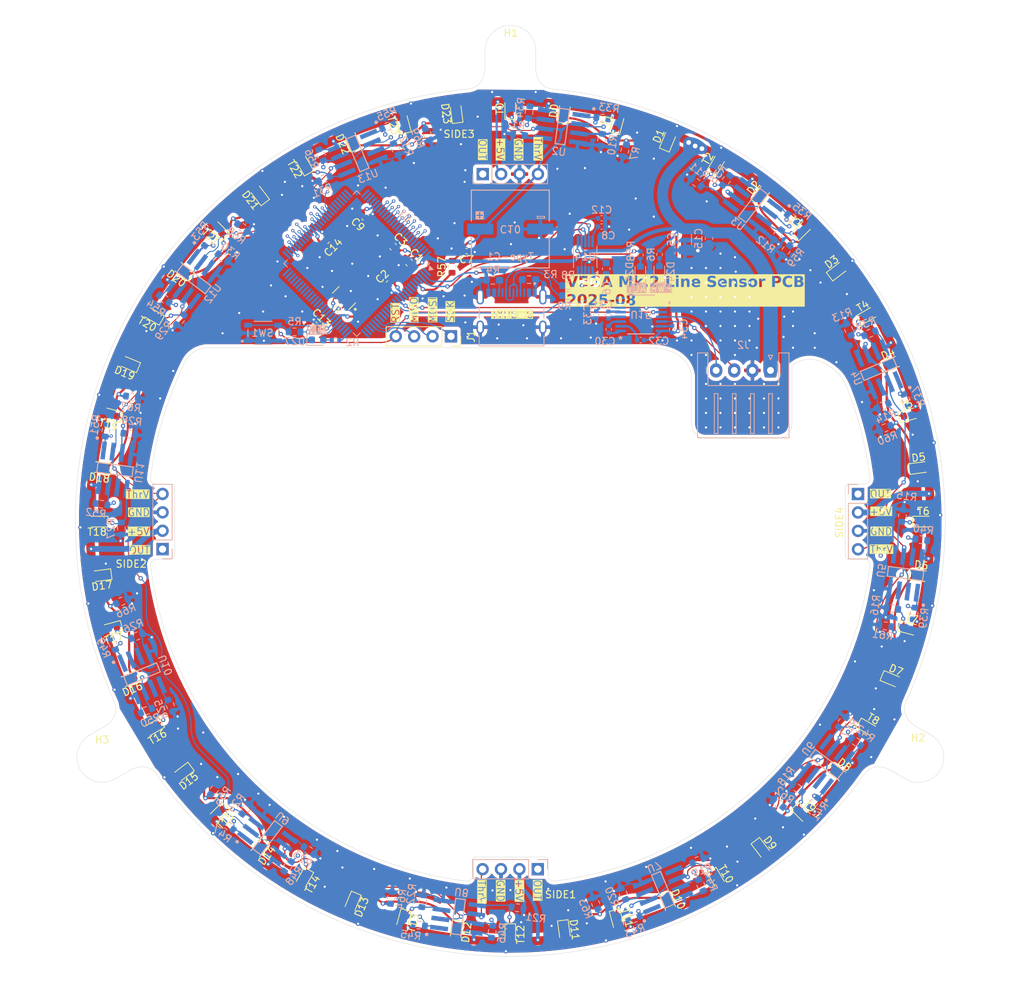
<source format=kicad_pcb>
(kicad_pcb (version 20241229) (generator "pcbnew") (generator_version "9.0")
  (layers (0 "F.Cu" signal) (4 "In1.Cu" signal) (6 "In2.Cu" signal) (2 "B.Cu" signal) (13 "F.Paste" user) (15 "B.Paste" user) (5 "F.SilkS" user "F.Silkscreen") (7 "B.SilkS" user "B.Silkscreen") (1 "F.Mask" user) (3 "B.Mask" user) (25 "Edge.Cuts" user))
  (net 0 "")
  (net 1 "XTAL1")
  (net 2 "XTAL2")
  (net 3 "+5V")
  (net 4 "RESET")
  (net 5 "Net-(D24-A)")
  (net 6 "C1+")
  (net 7 "C1-")
  (net 8 "C2-")
  (net 9 "C2+")
  (net 10 "V+")
  (net 11 "V-")
  (net 12 "Net-(D0-K)")
  (net 13 "Net-(D2-K)")
  (net 14 "Net-(D4-K)")
  (net 15 "Net-(D6-K)")
  (net 16 "Net-(D8-K)")
  (net 17 "Net-(D10-K)")
  (net 18 "Net-(D12-K)")
  (net 19 "Net-(D14-K)")
  (net 20 "Net-(D16-K)")
  (net 21 "Net-(D18-K)")
  (net 22 "Net-(D20-K)")
  (net 23 "Net-(D22-K)")
  (net 24 "Net-(D27-A)")
  (net 25 "TX-12V")
  (net 26 "RX-12V")
  (net 27 "MOSI")
  (net 28 "MISO")
  (net 29 "SCK")
  (net 32 "Net-(Type-C1-CC1)")
  (net 33 "Net-(Type-C1-CC2)")
  (net 35 "Type-C D+")
  (net 37 "Type-C D-")
  (net 38 "Net-(U14-~{RTS})")
  (net 39 "CH340E D-")
  (net 41 "CH340E D+")
  (net 42 "LINE 0")
  (net 43 "LINE 1")
  (net 44 "LINE 2")
  (net 45 "LINE 3")
  (net 46 "LINE 4")
  (net 47 "LINE 5")
  (net 48 "LINE 6")
  (net 49 "LINE 7")
  (net 50 "LINE 8")
  (net 51 "LINE 9")
  (net 52 "LINE 10")
  (net 53 "LINE 11")
  (net 54 "LINE 12")
  (net 55 "LINE 13")
  (net 56 "LINE 14")
  (net 57 "LINE 15")
  (net 58 "LINE16")
  (net 59 "LINE 17")
  (net 60 "LINE 18")
  (net 61 "LINE 19")
  (net 62 "LINE 20")
  (net 63 "LINE 21")
  (net 64 "LINE 22")
  (net 65 "LINE 23")
  (net 66 "Net-(U14-V3)")
  (net 67 "Net-(D25-A)")
  (net 68 "Net-(U14-TNOW)")
  (net 69 "CH340E RX")
  (net 70 "CH340E TX")
  (net 71 "Threshold V")
  (net 72 "Threshold PWM")
  (net 73 "GND")
  (net 74 "LINE OUT 1")
  (net 75 "LINE OUT 0")
  (net 76 "LINE Side 1")
  (net 77 "LINE Side 2")
  (net 78 "LINE Side 3")
  (net 79 "LINE OUT 3")
  (net 80 "LINE OUT 2")
  (net 81 "LINE OUT 5")
  (net 82 "LINE OUT 4")
  (net 83 "LINE OUT 7")
  (net 84 "LINE OUT 6")
  (net 85 "LINE OUT 9")
  (net 86 "LINE OUT 8")
  (net 87 "LINE OUT 11")
  (net 88 "LINE OUT 10")
  (net 89 "LINE OUT 13")
  (net 90 "LINE OUT 12")
  (net 91 "LINE OUT 15")
  (net 92 "LINE OUT 14")
  (net 93 "LINE OUT 17")
  (net 94 "LINE OUT 16")
  (net 95 "LINE OUT 19")
  (net 96 "LINE OUT 18")
  (net 97 "LINE OUT 21")
  (net 98 "LINE OUT 20")
  (net 99 "LINE OUT 23")
  (net 100 "LINE OUT 22")
  (net 101 "TX-MAIN")
  (net 102 "RX-MAIN")
  (net 107 "LINE Side 4")
  (net 143 "Net-(U1-AREF)")
  (net 147 "Net-(U1-PB7)")
  (footprint "LED_SMD:LED_0603_1608Metric" (layer "F.Cu") (at 100.636552 128.5 -150)
    (property "Reference" "T16")
    (property "Value" "B19H1LS")
  )
  (footprint "LED_SMD:LED_0603_1608Metric" (layer "F.Cu") (at 195.22114 134.699401 -37.5)
    (property "Reference" "D8")
    (property "Value" "LED")
  )
  (footprint "LED_SMD:LED_0603_1608Metric" (layer "F.Cu") (at 171.812956 47.338867 67.5)
    (property "Reference" "D1")
    (property "Value" "LED")
  )
  (footprint "LED_SMD:LED_0603_1608Metric" (layer "F.Cu") (at 97.338867 78.187044 157.5)
    (property "Reference" "D19")
    (property "Value" "LED")
  )
  (footprint "Capacitor_SMD:C_0603_1608Metric" (layer "F.Cu") (at 129.97 57.96 135)
    (property "Reference" "C9")
    (property "Value" "0.1uF")
  )
  (footprint "LED_SMD:LED_0603_1608Metric" (layer "F.Cu") (at 135.247314 44.942228 105)
    (property "Reference" "T23")
    (property "Value" "B19H1LS")
  )
  (footprint "MountingHole:MountingHole_3.2mm_M3" (layer "F.Cu") (at 206.291651 132.5)
    (property "Reference" "H2")
    (property "Value" "MountingHole")
  )
  (footprint "Capacitor_SMD:C_0402_1005Metric" (layer "F.Cu") (at 143.957 62.661 180)
    (property "Reference" "C7")
    (property "Value" "0.1uF")
  )
  (footprint "Capacitor_SMD:C_0603_1608Metric" (layer "F.Cu") (at 136.04 64.24 -45)
    (property "Reference" "C1")
    (property "Value" "0.1uF")
  )
  (footprint "LED_SMD:LED_0603_1608Metric" (layer "F.Cu") (at 104.77886 134.699401 -142.5)
    (property "Reference" "D15")
    (property "Value" "LED")
  )
  (footprint "LED_SMD:LED_0603_1608Metric" (layer "F.Cu") (at 206.512357 92.560007 7.5)
    (property "Reference" "D5")
    (property "Value" "LED")
  )
  (footprint "LED_SMD:LED_0603_1608Metric" (layer "F.Cu") (at 94.942228 114.752686 -165)
    (property "Reference" "T17")
    (property "Value" "B19H1LS")
  )
  (footprint "LED_SMD:LED_0603_1608Metric" (layer "F.Cu") (at 206.512357 107.439993 -7.5)
    (property "Reference" "D6")
    (property "Value" "LED")
  )
  (footprint "Capacitor_SMD:C_0603_1608Metric" (layer "F.Cu") (at 133.83 62.05 -45)
    (property "Reference" "C3")
    (property "Value" "0.1μF")
  )
  (footprint "LED_SMD:LED_0603_1608Metric" (layer "F.Cu") (at 202.661133 121.812956 -22.5)
    (property "Reference" "D7")
    (property "Value" "LED")
  )
  (footprint "LED_SMD:LED_0603_1608Metric" (layer "F.Cu") (at 207 100)
    (property "Reference" "T6")
    (property "Value" "B19H1LS")
  )
  (footprint "LED_SMD:LED_0603_1608Metric" (layer "F.Cu") (at 184.699401 54.77886 52.5)
    (property "Reference" "D2")
    (property "Value" "LED")
  )
  (footprint "Capacitor_SMD:C_0603_1608Metric" (layer "F.Cu") (at 124.56 61.16 -135)
    (property "Reference" "C14")
    (property "Value" "0.1uF")
  )
  (footprint "LED_SMD:LED_0603_1608Metric" (layer "F.Cu") (at 171.812956 152.661133 -67.5)
    (property "Reference" "D10")
    (property "Value" "LED")
  )
  (footprint "LED_SMD:LED_0603_1608Metric" (layer "F.Cu") (at 157.439993 156.512357 -82.5)
    (property "Reference" "D11")
    (property "Value" "LED")
  )
  (footprint "LED_SMD:LED_0603_1608Metric" (layer "F.Cu") (at 195.22114 65.300599 37.5)
    (property "Reference" "D3")
    (property "Value" "LED")
  )
  (footprint "Resistor_SMD:R_0603_1608Metric" (layer "F.Cu") (at 141.966 64.822 90)
    (property "Reference" "R57")
    (property "Value" "470")
  )
  (footprint "LED_SMD:LED_0603_1608Metric" (layer "F.Cu") (at 184.699401 145.22114 -52.5)
    (property "Reference" "D9")
    (property "Value" "LED")
  )
  (footprint "LED_SMD:LED_0603_1608Metric" (layer "F.Cu") (at 135.247314 155.057772 -105)
    (property "Reference" "T13")
    (property "Value" "B19H1LS")
  )
  (footprint "LED_SMD:LED_0603_1608Metric" (layer "F.Cu") (at 199.363448 128.5 -30)
    (property "Reference" "T8")
    (property "Value" "B19H1LS")
  )
  (footprint "LED_SMD:LED_0603_1608Metric" (layer "F.Cu") (at 202.661133 78.187044 22.5)
    (property "Reference" "D4")
    (property "Value" "LED")
  )
  (footprint "LED_SMD:LED_0603_1608Metric" (layer "F.Cu") (at 157.439993 43.487643 82.5)
    (property "Reference" "D0")
    (property "Value" "LED")
  )
  (footprint "LED_SMD:LED_0603_1608Metric" (layer "F.Cu") (at 109.694913 140.305087 -135)
    (property "Reference" "T15")
    (property "Value" "B19H1LS")
  )
  (footprint "LED_SMD:LED_0603_1608Metric" (layer "F.Cu") (at 100.636552 71.5 150)
    (property "Reference" "T20")
    (property "Value" "B19H1LS")
  )
  (footprint "LED_SMD:LED_0603_1608Metric" (layer "F.Cu") (at 199.363448 71.5 30)
    (property "Reference" "T4")
    (property "Value" "B19H1LS")
  )
  (footprint "LED_SMD:LED_0603_1608Metric" (layer "F.Cu") (at 121.5 50.636552 120)
    (property "Reference" "T22")
    (property "Value" "B19H1LS")
  )
  (footprint "LED_SMD:LED_0603_1608Metric" (layer "F.Cu") (at 93.487643 92.560007 172.5)
    (property "Reference" "D18")
    (property "Value" "LED")
  )
  (footprint "MountingHole:MountingHole_3.2mm_M3" (layer "F.Cu") (at 150 35)
    (property "Reference" "H1")
    (property "Value" "MountingHole")
  )
  (footprint "LED_SMD:LED_0603_1608Metric" (layer "F.Cu") (at 109.694913 59.694913 135)
    (property "Reference" "T21")
    (property "Value" "B19H1LS")
  )
  (footprint "LED_SMD:LED_0603_1608Metric" (layer "F.Cu") (at 178.5 50.636552 60)
    (property "Reference" "T2")
    (property "Value" "B19H1LS")
  )
  (footprint "Capacitor_SMD:C_0603_1608Metric" (layer "F.Cu") (at 133.35 67.21 45)
    (property "Reference" "C2")
    (property "Value" "0.1uF")
  )
  (footprint "LED_SMD:LED_0603_1608Metric" (layer "F.Cu") (at 93 100 180)
    (property "Reference" "T18")
    (property "Value" "B19H1LS")
  )
  (footprint "LED_SMD:LED_0603_1608Metric" (layer "F.Cu") (at 164.752686 44.942228 75)
    (property "Reference" "T1")
    (property "Value" "B19H1LS")
  )
  (footprint "LED_SMD:LED_0603_1608Metric" (layer "F.Cu") (at 121.5 149.363448 -120)
    (property "Reference" "T14")
    (property "Value" "B19H1LS")
  )
  (footprint "MountingHole:MountingHole_3.2mm_M3" (layer "F.Cu") (at 93.708349 132.5)
    (property "Reference" "H3")
    (property "Value" "MountingHole")
  )
  (footprint "LED_SMD:LED_0603_1608Metric" (layer "F.Cu") (at 128.187044 152.661133 -112.5)
    (property "Reference" "D13")
    (property "Value" "LED")
  )
  (footprint "Capacitor_SMD:C_0603_1608Metric" (layer "F.Cu") (at 122.92 72.87 -45)
    (property "Reference" "C13")
    (property "Value" "0.1uF")
  )
  (footprint "16MHz crystal:OSC_CSTCE16M0V53-R0" (layer "F.Cu") (at 127.06 69.14 135)
    (property "Reference" "Y2")
    (property "Value" "CSTNE16M0V530000R0")
  )
  (footprint "LED_SMD:LED_0603_1608Metric" (layer "F.Cu") (at 190.305087 140.305087 -45)
    (property "Reference" "T9")
    (property "Value" "B19H1LS")
  )
  (footprint "LED_SMD:LED_0603_1608Metric" (layer "F.Cu") (at 97.338867 121.812956 -157.5)
    (property "Reference" "D16")
    (property "Value" "LED")
  )
  (footprint "LED_SMD:LED_0603_1608Metric" (layer "F.Cu") (at 150 43 90)
    (property "Reference" "T0")
    (property "Value" "B19H1LS")
  )
  (footprint "LED_SMD:LED_0603_1608Metric" (layer "F.Cu") (at 93.487643 107.439993 -172.5)
    (property "Reference" "D17")
    (property "Value" "LED")
  )
  (footprint "LED_SMD:LED_0603_1608Metric" (layer "F.Cu") (at 94.942228 85.247314 165)
    (property "Reference" "T19")
    (property "Value" "B19H1LS")
  )
  (footprint "LED_SMD:LED_0603_1608Metric" (layer "F.Cu") (at 178.5 149.363448 -60)
    (property "Reference" "T10")
    (property "Value" "B19H1LS")
  )
  (footprint "LED_SMD:LED_0603_1608Metric" (layer "F.Cu") (at 115.300599 54.77886 127.5)
    (property "Reference" "D21")
    (property "Value" "LED")
  )
  (footprint "LED_SMD:LED_0603_1608Metric" (layer "F.Cu") (at 128.187044 47.338867 112.5)
    (property "Reference" "D22")
    (property "Value" "LED")
  )
  (footprint "LED_SMD:LED_0603_1608Metric" (layer "F.Cu") (at 205.057772 85.247314 15)
    (property "Reference" "T5")
    (property "Value" "B19H1LS")
  )
  (footprint "LED_SMD:LED_0603_1608Metric" (layer "F.Cu") (at 115.300599 145.22114 -127.5)
    (property "Reference" "D14")
    (property "Value" "LED")
  )
  (footprint "Connector_PinSocket_2.54mm:PinSocket_1x04_P2.54mm_Vertical" (layer "F.Cu") (at 141.82 74.425 -90)
    (property "Reference" "J1")
    (property "Value" "Conn_01x04_Pin")
  )
  (footprint "LED_SMD:LED_0603_1608Metric" (layer "F.Cu") (at 164.752686 155.057772 -75)
    (property "Reference" "T11")
    (property "Value" "B19H1LS")
  )
  (footprint "LED_SMD:LED_0603_1608Metric" (layer "F.Cu") (at 104.77886 65.300599 142.5)
    (property "Reference" "D20")
    (property "Value" "LED")
  )
  (footprint "LED_SMD:LED_0603_1608Metric" (layer "F.Cu") (at 190.305087 59.694913 45)
    (property "Reference" "T3")
    (property "Value" "B19H1LS")
  )
  (footprint "LED_SMD:LED_0603_1608Metric" (layer "F.Cu") (at 142.560007 156.512357 -97.5)
    (property "Reference" "D12")
    (property "Value" "LED")
  )
  (footprint "LED_SMD:LED_0603_1608Metric" (layer "F.Cu") (at 205.057772 114.752686 -15)
    (property "Reference" "T7")
    (property "Value" "B19H1LS")
  )
  (footprint "LED_SMD:LED_0603_1608Metric" (layer "F.Cu") (at 142.560007 43.487643 97.5)
    (property "Reference" "D23")
    (property "Value" "LED")
  )
  (footprint "LED_SMD:LED_0603_1608Metric" (layer "F.Cu") (at 150 157 -90)
    (property "Reference" "T12")
    (property "Value" "B19H1LS")
  )
  (footprint "LM393BIDR:D0008A-IPC_A" (layer "B.Cu") (at 183.481879 56.365566 142.5)
    (property "Reference" "U3")
    (property "Value" "LM393")
  )
  (footprint "LM393BIDR:D0008A-IPC_A" (layer "B.Cu") (at 171.047589 150.813374 22.5)
    (property "Reference" "U7")
    (property "Value" "LM393")
  )
  (footprint "Resistor_SMD:R_0402_1005Metric" (layer "B.Cu") (at 170.590449 63.1225 -90)
    (property "Reference" "R6")
    (property "Value" "150")
  )
  (footprint "Resistor_SMD:R_0603_1608Metric" (layer "B.Cu") (at 134.2 48.56 -67.5)
    (property "Reference" "R32")
    (property "Value" "22k")
  )
  (footprint "LM393BIDR:D0008A-IPC_A" (layer "B.Cu") (at 116.518121 143.634434 -37.5)
    (property "Reference" "U9")
    (property "Value" "LM393")
  )
  (footprint "Capacitor_SMD:C_0402_1005Metric" (layer "B.Cu") (at 163.58 73.48 -90)
    (property "Reference" "C30")
    (property "Value" "0.1uF")
  )
  (footprint "Resistor_SMD:R_0603_1608Metric" (layer "B.Cu") (at 96.343 100.954 -90)
    (property "Reference" "R27")
    (property "Value" "22k")
  )
  (footprint "Resistor_SMD:R_0603_1608Metric" (layer "B.Cu") (at 110.36 63.56 -37.5)
    (property "Reference" "R30")
    (property "Value" "22k")
  )
  (footprint "Connector_PinSocket_2.54mm:PinSocket_1x04_P2.54mm_Vertical" (layer "B.Cu") (at 153.8 147.975 90)
    (property "Reference" "SIDE1")
    (property "Value" "Conn_01x04_Pin")
  )
  (footprint "Resistor_SMD:R_0603_1608Metric" (layer "B.Cu") (at 176.3 150.2 112.5)
    (property "Reference" "R44")
    (property "Value" "4.7k")
  )
  (footprint "Resistor_SMD:R_0603_1608Metric" (layer "B.Cu") (at 137.4 155.7 -7.5)
    (property "Reference" "R45")
    (property "Value" "4.7k")
  )
  (footprint "Resistor_SMD:R_0603_1608Metric" (layer "B.Cu") (at 95.2 116.9 -67.5)
    (property "Reference" "R49")
    (property "Value" "4.7k")
  )
  (footprint "Resistor_SMD:R_0603_1608Metric" (layer "B.Cu") (at 96.417 110.99 22.5)
    (property "Reference" "R66")
    (property "Value" "50")
  )
  (footprint "Capacitor_SMD:C_0603_1608Metric" (layer "B.Cu") (at 163.23 65.08 -90)
    (property "Reference" "C6")
    (property "Value" "0.1μF")
  )
  (footprint "Capacitor_SMD:C_0603_1608Metric" (layer "B.Cu") (at 177.42 60.925 -90)
    (property "Reference" "C15")
    (property "Value" "0.1uF")
  )
  (footprint "LM393BIDR:D0008A-IPC_A" (layer "B.Cu") (at 142.821059 154.529467 -7.5)
    (property "Reference" "U8")
    (property "Value" "LM393")
  )
  (footprint "Resistor_SMD:R_0603_1608Metric" (layer "B.Cu") (at 204.1 99.2 82.5)
    (property "Reference" "R15")
    (property "Value" "22k")
  )
  (footprint "Resistor_SMD:R_0603_1608Metric" (layer "B.Cu") (at 97.802 82.778 -7.5)
    (property "Reference" "R67")
    (property "Value" "50")
  )
  (footprint "Package_SO:MSOP-10_3x3mm_P0.5mm" (layer "B.Cu") (at 160.345 63.44 90)
    (property "Reference" "U14")
    (property "Value" "CH340E")
  )
  (footprint "Resistor_SMD:R_0603_1608Metric" (layer "B.Cu") (at 120.24 73.81 180)
    (property "Reference" "R5")
    (property "Value" "10kΩ")
  )
  (footprint "Resistor_SMD:R_0402_1005Metric" (layer "B.Cu") (at 167.942248 63.1865 90)
    (property "Reference" "R58")
    (property "Value" "150")
  )
  (footprint "Resistor_SMD:R_0603_1608Metric" (layer "B.Cu") (at 103.1 125.4 -67.5)
    (property "Reference" "R25")
    (property "Value" "22k")
  )
  (footprint "Type-C:NELTRON_5077CR-16SMC2-BK-TR" (layer "B.Cu") (at 150.17425 69.4725 180)
    (property "Reference" "Type-C1")
    (property "Value" "5077CR-16SMC2-BK-TR")
  )
  (footprint "Resistor_SMD:R_0603_1608Metric" (layer "B.Cu") (at 147.5 156.6 82.5)
    (property "Reference" "R46")
    (property "Value" "4.7k")
  )
  (footprint "Resistor_SMD:R_0603_1608Metric" (layer "B.Cu") (at 133.577 151.942 82.5)
    (property "Reference" "R64")
    (property "Value" "50")
  )
  (footprint "Resistor_SMD:R_0603_1608Metric" (layer "B.Cu") (at 201.4 84 -157.5)
    (property "Reference" "R14")
    (property "Value" "22k")
  )
  (footprint "Resistor_SMD:R_0603_1608Metric" (layer "B.Cu") (at 165.8 48.8 -105)
    (property "Reference" "R7")
    (property "Value" "50")
  )
  (footprint "Capacitor_SMD:C_0402_1005Metric" (layer "B.Cu") (at 161.86 71.44 90)
    (property "Reference" "C33")
    (property "Value" "0.1uF")
  )
  (footprint "Capacitor_SMD:C_0402_1005Metric" (layer "B.Cu") (at 167.98 74.95 180)
    (property "Reference" "C32")
    (property "Value" "0.1uF")
  )
  (footprint "Connector_PinSocket_2.54mm:PinSocket_1x04_P2.54mm_Vertical" (layer "B.Cu") (at 102.025 103.8)
    (property "Reference" "SIDE2")
    (property "Value" "Conn_01x04_Pin")
  )
  (footprint "Button:Reset switch" (layer "B.Cu") (at 115.905 73.959)
    (property "Reference" "SW1")
    (property "Value" "SW_MEC_5G")
  )
  (footprint "Resistor_SMD:R_0603_1608Metric" (layer "B.Cu") (at 123.92 49.4 -67.5)
    (property "Reference" "R56")
    (property "Value" "4.7k")
  )
  (footprint "LED_SMD:LED_0603_1608Metric" (layer "B.Cu") (at 170.559949 65.5225 90)
    (property "Reference" "D24")
    (property "Value" "LED")
  )
  (footprint "Resistor_SMD:R_0603_1608Metric" (layer "B.Cu") (at 189.6 136.8 142.5)
    (property "Reference" "R18")
    (property "Value" "22k")
  )
  (footprint "Resistor_SMD:R_0603_1608Metric" (layer "B.Cu") (at 124.33 52.67 -157.5)
    (property "Reference" "R31")
    (property "Value" "22k")
  )
  (footprint "Resistor_SMD:R_0603_1608Metric" (layer "B.Cu") (at 201.748 114.39 172.5)
    (property "Reference" "R61")
    (property "Value" "50")
  )
  (footprint "Resistor_SMD:R_0603_1608Metric" (layer "B.Cu") (at 102.25 69.25 -37.5)
    (property "Reference" "R54")
    (property "Value" "4.7k")
  )
  (footprint "Resistor_SMD:R_0603_1608Metric" (layer "B.Cu") (at 165.6 151.4 112.5)
    (property "Reference" "R20")
    (property "Value" "22k")
  )
  (footprint "Resistor_SMD:R_0603_1608Metric" (layer "B.Cu") (at 104.48 72.14 -127.5)
    (property "Reference" "R29")
    (property "Value" "22k")
  )
  (footprint "LM393BIDR:D0008A-IPC_A" (layer "B.Cu") (at 128.952411 49.186626 -157.5)
    (property "Reference" "U13")
    (property "Value" "LM393")
  )
  (footprint "Resistor_SMD:R_0603_1608Metric" (layer "B.Cu") (at 109.163 137.005 52.5)
    (property "Reference" "R65")
    (property "Value" "50")
  )
  (footprint "LM393BIDR:D0008A-IPC_A" (layer "B.Cu") (at 200.813374 78.952411 112.5)
    (property "Reference" "U4")
    (property "Value" "LM393")
  )
  (footprint "Resistor_SMD:R_0603_1608Metric" (layer "B.Cu") (at 151.2 46.6 172.5)
    (property "Reference" "R1")
    (property "Value" "22k")
  )
  (footprint "Capacitor_SMD:C_1206_3216Metric" (layer "B.Cu") (at 174.085 61.057 -90)
    (property "Reference" "C5")
    (property "Value" "100uF")
  )
  (footprint "Resistor_SMD:R_0603_1608Metric" (layer "B.Cu") (at 202.7 112 172.5)
    (property "Reference" "R16")
    (property "Value" "22k")
  )
  (footprint "Resistor_SMD:R_0603_1608Metric" (layer "B.Cu") (at 162.6 47.3 -97.5)
    (property "Reference" "R10")
    (property "Value" "22k")
  )
  (footprint "Resistor_SMD:R_0603_1608Metric" (layer "B.Cu") (at 133.11 45.43 -157.5)
    (property "Reference" "R55")
    (property "Value" "4.7k")
  )
  (footprint "LED_SMD:LED_0603_1608Metric" (layer "B.Cu") (at 123.41 74.92)
    (property "Reference" "D27")
    (property "Value" "LED")
  )
  (footprint "Resistor_SMD:R_0603_1608Metric" (layer "B.Cu") (at 113.5 139.7 52.5)
    (property "Reference" "R24")
    (property "Value" "22k")
  )
  (footprint "Resistor_SMD:R_0603_1608Metric" (layer "B.Cu") (at 201.704 87.054 -157.5)
    (property "Reference" "R60")
    (property "Value" "50")
  )
  (footprint "Resistor_SMD:R_0603_1608Metric" (layer "B.Cu") (at 119.3 147.6 52.5)
    (property "Reference" "R48")
    (property "Value" "4.7k")
  )
  (footprint "Resistor_SMD:R_0603_1608Metric" (layer "B.Cu") (at 99.8 126.1 22.5)
    (property "Reference" "R50")
    (property "Value" "4.7k")
  )
  (footprint "Resistor_SMD:R_0603_1608Metric" (layer "B.Cu") (at 157.98 68.8 180)
    (property "Reference" "R9")
    (property "Value" "22")
  )
  (footprint "Resistor_SMD:R_0603_1608Metric_Pad0.98x0.95mm_HandSolder" (layer "B.Cu") (at 147.6 66.69 180)
    (property "Reference" "R4")
    (property "Value" "5.1kΩ")
  )
  (footprint "LM393BIDR:D0008A-IPC_A" (layer "B.Cu") (at 193.634434 133.481879 52.5)
    (property "Reference" "U6")
    (property "Value" "LM393")
  )
  (footprint "Resistor_SMD:R_0603_1608Metric" (layer "B.Cu") (at 98.5 115.8 22.5)
    (property "Reference" "R26")
    (property "Value" "22k")
  )
  (footprint "Resistor_SMD:R_0603_1608Metric" (layer "B.Cu") (at 186.9 60.4 -127.5)
    (property "Reference" "R12")
    (property "Value" "22k")
  )
  (footprint "Resistor_SMD:R_0603_1608Metric" (layer "B.Cu") (at 167.1 154.8 22.5)
    (property "Reference" "R43")
    (property "Value" "4.7k")
  )
  (footprint "Capacitor_SMD:C_0402_1005Metric" (layer "B.Cu") (at 162.6 58.13 180)
    (property "Reference" "C12")
    (property "Value" "0.1μF")
  )
  (footprint "Resistor_SMD:R_0603_1608Metric" (layer "B.Cu") (at 191.9 138.8 52.5)
    (property "Reference" "R41")
    (property "Value" "4.7k")
  )
  (footprint "Resistor_SMD:R_0603_1608Metric" (layer "B.Cu") (at 111.1 142 -37.5)
    (property "Reference" "R47")
    (property "Value" "4.7k")
  )
  (footprint "RS232C ADM3202ARUZ:RU_16_ADI" (layer "B.Cu") (at 168.0411 71.41)
    (property "Reference" "U15")
    (property "Value" "ADM3202ARUZ-REEL7")
  )
  (footprint "Resistor_SMD:R_0603_1608Metric" (layer "B.Cu") (at 162.7 44.3 172.5)
    (property "Reference" "R33")
    (property "Value" "4.7k")
  )
  (footprint "Resistor_SMD:R_0603_1608Metric" (layer "B.Cu") (at 94.22 87.43 -97.5)
    (property "Reference" "R51")
    (property "Value" "4.7k")
  )
  (footprint "Capacitor_SMD:C_0402_1005Metric" (layer "B.Cu") (at 163.54 71.48 -90)
    (property "Reference" "C31")
    (property "Value" "0.1uF")
  )
  (footprint "Connector_PinSocket_2.54mm:PinSocket_1x04_P2.54mm_Vertical" (layer "B.Cu") (at 197.975 96.2 180)
    (property "Reference" "SIDE4")
    (property "Value" "Conn_01x04_Pin")
  )
  (footprint "Resistor_SMD:R_0603_1608Metric" (layer "B.Cu") (at 97.45 87.91 -7.5)
    (property "Reference" "R28")
    (property "Value" "22k")
  )
  (footprint "Resistor_SMD:R_0603_1608Metric" (layer "B.Cu") (at 205.7 112.7 82.5)
    (property "Reference" "R39")
    (property "Value" "4.7k")
  )
  (footprint "Connector_JST:JST_XH_S4B-XH-A_1x04_P2.50mm_Horizontal" (layer "B.Cu") (at 185.9 79.13 180)
    (property "Reference" "J2")
    (property "Value" "Conn_01x04_Pin")
  )
  (footprint "Connector_PinSocket_2.54mm:PinSocket_1x04_P2.54mm_Vertical" (layer "B.Cu") (at 146.2 52.025 -90)
    (property "Reference" "SIDE3")
    (property "Value" "Conn_01x04_Pin")
  )
  (footprint "Resistor_SMD:R_0603_1608Metric_Pad0.98x0.95mm_HandSolder" (layer "B.Cu") (at 152.59 66.6 180)
    (property "Reference" "R3")
    (property "Value" "5.1kΩ")
  )
  (footprint "LM393BIDR:D0008A-IPC_A" (layer "B.Cu") (at 157.178941 45.470533 172.5)
    (property "Reference" "U2")
    (property "Value" "LM393")
  )
  (footprint "Package_QFP:TQFP-100_14x14mm_P0.5mm" (layer "B.Cu") (at 128.81 64.38 135)
    (property "Reference" "U1")
    (property "Value" "ATmega2560-16A")
  )
  (footprint "LM393BIDR:D0008A-IPC_A" (layer "B.Cu") (at 106.365566 66.518121 -127.5)
    (property "Reference" "U12")
    (property "Value" "LM393")
  )
  (footprint "Resistor_SMD:R_0603_1608Metric" (layer "B.Cu") (at 196.7 73.5 112.5)
    (property "Reference" "R13")
    (property "Value" "22k")
  )
  (footprint "Resistor_SMD:R_0603_1608Metric" (layer "B.Cu") (at 137.9 152.4 82.5)
    (property "Reference" "R22")
    (property "Value" "22k")
  )
  (footprint "Resistor_SMD:R_0603_1608Metric" (layer "B.Cu") (at 161.776 152.717 112.5)
    (property "Reference" "R63")
    (property "Value" "50")
  )
  (footprint "Capacitor_SMD:C_0402_1005Metric" (layer "B.Cu") (at 172.33 73.44 90)
    (property "Reference" "C34")
    (property "Value" "0.1uF")
  )
  (footprint "Resistor_SMD:R_0603_1608Metric" (layer "B.Cu") (at 108.34 61.25 -127.5)
    (property "Reference" "R53")
    (property "Value" "4.7k")
  )
  (footprint "Resistor_SMD:R_0603_1608Metric" (layer "B.Cu") (at 113.035 59.4 -37.5)
    (property "Reference" "R68")
    (property "Value" "50")
  )
  (footprint "Resistor_SMD:R_0603_1608Metric" (layer "B.Cu") (at 195.8 127.7 52.5)
    (property "Reference" "R17")
    (property "Value" "22k")
  )
  (footprint "Resistor_SMD:R_0603_1608Metric" (layer "B.Cu") (at 138.569 46.545 -67.5)
    (property "Reference" "R69")
    (property "Value" "50")
  )
  (footprint "LM393BIDR:D0008A-IPC_A" (layer "B.Cu") (at 204.529467 107.178941 82.5)
    (property "Reference" "U5")
    (property "Value" "LM393")
  )
  (footprint "Capacitor DOWNROAD:CAP_J-V_10X10P5_RUB" (layer "B.Cu") (at 150.004 59.614)
    (property "Reference" "C10")
    (property "Value" "1000uF")
  )
  (footprint "Resistor_SMD:R_0603_1608Metric" (layer "B.Cu") (at 206.7 102.5 172.5)
    (property "Reference" "R40")
    (property "Value" "4.7k")
  )
  (footprint "Resistor_SMD:R_0603_1608Metric" (layer "B.Cu") (at 122.2 145.4 -37.5)
    (property "Reference" "R23")
    (property "Value" "22k")
  )
  (footprint "LM393BIDR:D0008A-IPC_A" (layer "B.Cu") (at 99.186626 121.047589 -67.5)
    (property "Reference" "U10")
    (property "Value" "LM393")
  )
  (footprint "Resistor_SMD:R_0603_1608Metric" (layer "B.Cu") (at 175.654517 53.197772 142.5)
    (property "Reference" "R11")
    (property "Value" "22k")
  )
  (footprint "Resistor_SMD:R_0603_1608Metric" (layer "B.Cu") (at 157.99 67.42 180)
    (property "Reference" "R8")
    (property "Value" "22")
  )
  (footprint "Resistor_SMD:R_0603_1608Metric" (layer "B.Cu") (at 179.8 52.9 -127.5)
    (property "Reference" "R36")
    (property "Value" "4.7k")
  )
  (footprint "LED_SMD:LED_0603_1608Metric" (layer "B.Cu") (at 167.937348 65.574 90)
    (property "Reference" "D25")
    (property "Value" "LED")
  )
  (footprint "Resistor_SMD:R_0603_1608Metric" (layer "B.Cu") (at 188.9 58.1 142.5)
    (property "Reference" "R35")
    (property "Value" "4.7k")
  )
  (footprint "LM393BIDR:D0008A-IPC_A" (layer "B.Cu") (at 95.470533 92.821059 -97.5)
    (property "Reference" "U11")
    (property "Value" "LM393")
  )
  (footprint "Resistor_SMD:R_0603_1608Metric" (layer "B.Cu") (at 152.6 43.5 -97.5)
    (property "Reference" "R34")
    (property "Value" "4.7k")
  )
  (footprint "Resistor_SMD:R_0603_1608Metric" (layer "B.Cu") (at 175.9 146.8 22.5)
    (property "Reference" "R19")
    (property "Value" "22k")
  )
  (footprint "Capacitor_SMD:C_0402_1005Metric" (layer "B.Cu") (at 162.61 59.27)
    (property "Reference" "C8")
    (property "Value" "0.1μF")
  )
  (footprint "Resistor_SMD:R_0603_1608Metric" (layer "B.Cu") (at 204.6 83.2 112.5)
    (property "Reference" "R37")
    (property "Value" "4.7k")
  )
  (footprint "Resistor_SMD:R_0603_1608Metric" (layer "B.Cu") (at 188.052 62.574 -127.5)
    (property "Reference" "R59")
    (property "Value" "50")
  )
  (footprint "Resistor_SMD:R_0603_1608Metric" (layer "B.Cu") (at 186.991 138.889 142.5)
    (property "Reference" "R62")
    (property "Value" "50")
  )
  (footprint "Resistor_SMD:R_0603_1608Metric" (layer "B.Cu") (at 199.6 74 -157.5)
    (property "Reference" "R38")
    (property "Value" "4.7k")
  )
  (footprint "Resistor_SMD:R_0603_1608Metric" (layer "B.Cu") (at 151 153.3 -7.5)
    (property "Reference" "R21")
    (property "Value" "22k")
  )
  (footprint "Resistor_SMD:R_0603_1608Metric" (layer "B.Cu") (at 93.6 97.6 -7.5)
    (property "Reference" "R52")
    (property "Value" "4.7k")
  )
  (footprint "Resistor_SMD:R_0603_1608Metric" (layer "B.Cu") (at 197.7 130.4 142.5)
    (property "Reference" "R42")
    (property "Value" "4.7k")
  )
  (footprint "Resistor_SMD:R_0402_1005Metric" (layer "B.Cu") (at 125.89 74.98 180)
    (property "Reference" "R2")
    (property "Value" "150")
  )
  (gr_curve (pts (xy 133.06 66.47) (xy 132.47 66.67967) (xy 132.89 65.96033) (xy 132.77 66.32)) (stroke (width 0.2)) (layer "F.Cu") (net 3))
  (gr_curve (pts (xy 132.63 66.25) (xy 132.77 66.07) (xy 132.77 66.07) (xy 132.77 66.07)) (stroke (width 0.2)) (layer "F.Cu") (net 3))
  (gr_curve (pts (xy 129.48 61.89) (xy 129.5 62.9) (xy 128.35 62.52) (xy 128.35 62.52)) (stroke (width 0.2)) (layer "F.Cu") (net 3))
  (gr_curve (pts (xy 132.65 66.52) (xy 132.71 66.42) (xy 132.71 66.42) (xy 132.71 66.42)) (stroke (width 0.2)) (layer "F.Cu") (net 3))
  (gr_curve (pts (xy 132.14 66.88) (xy 132.71 66.42) (xy 132.77 65.75) (xy 132.77 65.75)) (stroke (width 0.2)) (layer "F.Cu") (net 3))
  (gr_circle (center 150 100) (end 150 42) (stroke (width 1.2)) (fill no) (layer "F.Cu") (net 3))
  (gr_curve (pts (xy 132.48 65.23) (xy 133.18 65.82) (xy 132.99 64.73) (xy 132.99 64.73)) (stroke (width 0.2)) (layer "F.Cu") (net 3))
  (gr_curve (pts (xy 132.77 66.32) (xy 132.65 66.67967) (xy 132.59 66.62) (xy 132.65 66.52)) (stroke (width 0.2)) (layer "F.Cu") (net 3))
  (gr_curve (pts (xy 201.419 101.019) (xy 201.623 100.809) (xy 201.956 101.044) (xy 201.956 101.044)) (stroke (width 0.2)) (layer "F.Cu") (net 71))
  (gr_curve (pts (xy 132.6 65.4) (xy 133.21 66.07) (xy 132.1 66.91) (xy 132.1 66.9)) (stroke (width 0.2)) (layer "F.Cu") (net 3))
  (gr_curve (pts (xy 99.653 120.795) (xy 100.304 120.907) (xy 100.06 121.51) (xy 100.06 121.51)) (stroke (width 0.2)) (layer "B.Cu") (net 71))
  (gr_curve (pts (xy 200.318 78.083) (xy 199.97 77.997) (xy 200.236 77.969) (xy 200.236 77.969)) (stroke (width 0.2)) (layer "B.Cu") (net 71))
  (gr_curve (pts (xy 159.85 63.14) (xy 159.86 63.14) (xy 159.86 63.14) (xy 159.86 63.14)) (stroke (width 0.2)) (layer "B.Cu") (net 3))
  (gr_curve (pts (xy 137.86 64.22) (xy 138.54 63.47) (xy 140.2 64.05) (xy 140.17 64.05)) (stroke (width 0.2)) (layer "B.Cu") (net 3))
  (gr_curve (pts (xy 199.97 77.997) (xy 200.118 78.173) (xy 200.543 78.231) (xy 200.543 78.231)) (stroke (width 0.2)) (layer "B.Cu") (net 71))
  (gr_curve (pts (xy 160 62.49) (xy 160.28 62.76) (xy 159.85 63.14) (xy 159.85 63.14)) (stroke (width 0.2)) (layer "B.Cu") (net 3))
  (gr_curve (pts (xy 100.383556 106.109562) (xy 100.28 105.2) (xy 101.08 105.199997) (xy 101.08 105.199997)) (stroke (width 0.05)) (layer "Edge.Cuts"))
  (gr_curve (pts (xy 204.679621 124.700985) (xy 203.623018 126.917875) (xy 205.832333 128.193393) (xy 205.832333 128.193393)) (stroke (width 0.05)) (layer "Edge.Cuts"))
  (gr_line (start 175 86.5) (end 175 80) (stroke (width 0.05)) (layer "Edge.Cuts"))
  (gr_curve (pts (xy 101.271244 135.007259) (xy 99.876928 132.979959) (xy 97.667638 134.255524) (xy 97.667638 134.255524)) (stroke (width 0.05)) (layer "Edge.Cuts"))
  (gr_curve (pts (xy 155.26 148.909) (xy 155.26 149.709) (xy 156.173 149.608591) (xy 156.173 149.608591)) (stroke (width 0.05)) (layer "Edge.Cuts"))
  (gr_curve (pts (xy 198.729509 135.006205) (xy 200.123007 132.980053) (xy 202.332336 134.255571) (xy 202.332336 134.255571)) (stroke (width 0.05)) (layer "Edge.Cuts"))
  (gr_curve (pts (xy 196.73 94.8) (xy 196.23 94.8) (xy 196.23 95.3) (xy 196.23 95.3)) (stroke (width 0.05)) (layer "Edge.Cuts"))
  (gr_arc (start 100.376723 93.898373) (mid 102.0811 85.735412) (end 105.118526 77.969276) (stroke (width 0.05)) (layer "Edge.Cuts"))
  (gr_line (start 103.2 94.8) (end 101.14 94.8) (stroke (width 0.05)) (layer "Edge.Cuts"))
  (gr_line (start 103.7 95.3) (end 103.7 104.7) (stroke (width 0.05)) (layer "Edge.Cuts"))
  (gr_curve (pts (xy 195.143 79.446) (xy 195.843 80.059) (xy 196.346 81.262) (xy 196.346 81.262)) (stroke (width 0.05)) (layer "Edge.Cuts"))
  (gr_curve (pts (xy 100.376724 93.898373) (xy 100.28 94.800003) (xy 101.14 94.8) (xy 101.14 94.8)) (stroke (width 0.05)) (layer "Edge.Cuts"))
  (gr_curve (pts (xy 177 88.5) (xy 175 88.5) (xy 175 86.5) (xy 175 86.5)) (stroke (width 0.05)) (layer "Edge.Cuts"))
  (gr_arc (start 196.347723 81.262) (mid 198.397059 87.47208) (end 199.61826 93.896528) (stroke (width 0.05)) (layer "Edge.Cuts"))
  (gr_curve (pts (xy 143.832475 149.609271) (xy 144.74001 149.713687) (xy 144.74 148.908) (xy 144.74 148.908)) (stroke (width 0.05)) (layer "Edge.Cuts"))
  (gr_line (start 95.458348 135.531087) (end 97.667638 134.255524) (stroke (width 0.05)) (layer "Edge.Cuts"))
  (gr_arc (start 199.61706 106.10456) (mid 185.373477 135.324714) (end 156.173 149.608591) (stroke (width 0.05)) (layer "Edge.Cuts"))
  (gr_arc (start 95.458349 135.531089) (mid 90.67726 134.25) (end 91.958349 129.468911) (stroke (width 0.05)) (layer "Edge.Cuts"))
  (gr_line (start 188.86 78.5) (end 188.86 86.5) (stroke (width 0.05)) (layer "Edge.Cuts"))
  (gr_arc (start 155.943395 40.2951) (mid 201.960328 69.997944) (end 204.679617 124.700983) (stroke (width 0.05)) (layer "Edge.Cuts"))
  (gr_line (start 186.86 88.5) (end 177 88.5) (stroke (width 0.05)) (layer "Edge.Cuts"))
  (gr_curve (pts (xy 103.7 104.7) (xy 103.7 105.2) (xy 103.2 105.2) (xy 103.2 105.2)) (stroke (width 0.05)) (layer "Edge.Cuts"))
  (gr_arc (start 198.729509 135.006205) (mid 150.000648 159.999995) (end 101.271247 135.007257) (stroke (width 0.05)) (layer "Edge.Cuts"))
  (gr_curve (pts (xy 144.049306 40.295827) (xy 146.500392 40.102155) (xy 146.500132 37.551077) (xy 146.500132 37.551077)) (stroke (width 0.05)) (layer "Edge.Cuts"))
  (gr_curve (pts (xy 188.86 78.5) (xy 191.86 76) (xy 195.143 79.446) (xy 195.143 79.446)) (stroke (width 0.05)) (layer "Edge.Cuts"))
  (gr_line (start 208.041649 129.468911) (end 205.832333 128.193393) (stroke (width 0.05)) (layer "Edge.Cuts"))
  (gr_curve (pts (xy 199.61706 106.10456) (xy 199.719999 105.2) (xy 198.92 105.2) (xy 198.92 105.2)) (stroke (width 0.05)) (layer "Edge.Cuts"))
  (gr_arc (start 143.832475 149.609272) (mid 114.630253 135.328448) (end 100.383556 106.109562) (stroke (width 0.05)) (layer "Edge.Cuts"))
  (gr_curve (pts (xy 199.622979 93.895948) (xy 199.72 94.8) (xy 198.92 94.8) (xy 198.92 94.8)) (stroke (width 0.05)) (layer "Edge.Cuts"))
  (gr_curve (pts (xy 155.943395 40.2951) (xy 153.499823 40.102168) (xy 153.499973 37.5047) (xy 153.499973 37.5047)) (stroke (width 0.05)) (layer "Edge.Cuts"))
  (gr_line (start 145.24 146.3) (end 154.76 146.3) (stroke (width 0.05)) (layer "Edge.Cuts"))
  (gr_arc (start 208.041651 129.468911) (mid 209.32274 134.25) (end 204.541651 135.531089) (stroke (width 0.05)) (layer "Edge.Cuts"))
  (gr_line (start 101.08 105.199997) (end 103.2 105.2) (stroke (width 0.05)) (layer "Edge.Cuts"))
  (gr_line (start 153.499973 37.5047) (end 153.5 35) (stroke (width 0.05)) (layer "Edge.Cuts"))
  (gr_line (start 196.73 105.2) (end 198.92 105.2) (stroke (width 0.05)) (layer "Edge.Cuts"))
  (gr_curve (pts (xy 103.7 95.3) (xy 103.7 94.8) (xy 103.2 94.8) (xy 103.2 94.8)) (stroke (width 0.05)) (layer "Edge.Cuts"))
  (gr_curve (pts (xy 205.833296 71.806094) (xy 205.833296 71.806094) (xy 205.833296 71.806094) (xy 205.833296 71.806094)) (stroke (width 0.05)) (layer "Edge.Cuts"))
  (gr_arc (start 95.320166 124.700509) (mid 98.037966 70.000893) (end 144.049306 40.295824) (stroke (width 0.05)) (layer "Edge.Cuts"))
  (gr_curve (pts (xy 105.118526 77.969276) (xy 106.14 76.000003) (xy 108.14 76) (xy 108.14 76)) (stroke (width 0.05)) (layer "Edge.Cuts"))
  (gr_curve (pts (xy 188.86 86.5) (xy 188.86 88.5) (xy 186.86 88.5) (xy 186.86 88.5)) (stroke (width 0.05)) (layer "Edge.Cuts"))
  (gr_arc (start 146.5 35) (mid 150 31.5) (end 153.5 35) (stroke (width 0.05)) (layer "Edge.Cuts"))
  (gr_curve (pts (xy 144.74 146.8) (xy 144.74 146.3) (xy 145.24 146.3) (xy 145.24 146.3)) (stroke (width 0.05)) (layer "Edge.Cuts"))
  (gr_curve (pts (xy 169 76) (xy 175 76) (xy 175 80) (xy 175 80)) (stroke (width 0.05)) (layer "Edge.Cuts"))
  (gr_line (start 196.23 95.3) (end 196.23 104.7) (stroke (width 0.05)) (layer "Edge.Cuts"))
  (gr_curve (pts (xy 155.26 146.8) (xy 155.26 146.3) (xy 154.76 146.3) (xy 154.76 146.3)) (stroke (width 0.05)) (layer "Edge.Cuts"))
  (gr_curve (pts (xy 196.23 104.7) (xy 196.23 105.2) (xy 196.73 105.2) (xy 196.73 105.2)) (stroke (width 0.05)) (layer "Edge.Cuts"))
  (gr_line (start 155.26 148.909) (end 155.26 146.8) (stroke (width 0.05)) (layer "Edge.Cuts"))
  (gr_curve (pts (xy 95.320161 124.700509) (xy 96.377029 126.917965) (xy 94.167689 128.193439) (xy 94.167689 128.193439)) (stroke (width 0.05)) (layer "Edge.Cuts"))
  (gr_line (start 108.14 76) (end 169 76) (stroke (width 0.05)) (layer "Edge.Cuts"))
  (gr_line (start 146.500132 37.551077) (end 146.5 35) (stroke (width 0.05)) (layer "Edge.Cuts"))
  (gr_line (start 204.541651 135.531089) (end 202.332336 134.255571) (stroke (width 0.05)) (layer "Edge.Cuts"))
  (gr_line (start 198.92 94.8) (end 196.73 94.8) (stroke (width 0.05)) (layer "Edge.Cuts"))
  (gr_line (start 91.958349 129.468911) (end 94.167689 128.193439) (stroke (width 0.05)) (layer "Edge.Cuts"))
  (gr_line (start 144.74 148.908) (end 144.74 146.8) (stroke (width 0.05)) (layer "Edge.Cuts"))
  (gr_text "MOSI" (at 139.912 72.641 90) (layer "F.SilkS" knockout) (effects (font (size 1 1) (thickness 0.1)) (justify left bottom)))
  (gr_text "ThrV" (at 199.566 104.426 0) (layer "F.SilkS" knockout) (effects (font (size 1 1) (thickness 0.1)) (justify left bottom)))
  (gr_text "GND" (at 199.585 101.961 0) (layer "F.SilkS" knockout) (effects (font (size 1 1) (thickness 0.1)) (justify left bottom)))
  (gr_text "+5V" (at 199.511 99.199 0) (layer "F.SilkS" knockout) (effects (font (size 1 1) (thickness 0.1)) (justify left bottom)))
  (gr_text "OUT" (at 199.542 96.76 0) (layer "F.SilkS" knockout) (effects (font (size 1 1) (thickness 0.1)) (justify left bottom)))
  (gr_text "MISO" (at 137.304 72.664 90) (layer "F.SilkS" knockout) (effects (font (size 1 1) (thickness 0.1)) (justify left bottom)))
  (gr_text "SCK" (at 142.341 72.548 90) (layer "F.SilkS" knockout) (effects (font (size 1 1) (thickness 0.1)) (justify left bottom)))
  (gr_text "TYPE-C" (at 147.35 71.99 0) (layer "F.SilkS" knockout) (effects (font (size 1 1) (thickness 0.1)) (justify left bottom)))
  (gr_text "VEGA Mk.2 Line Sensor PCB\n2025-08" (at 157.73 70.39 0) (layer "F.SilkS" knockout) (effects (font (size 1.5 1.5) (thickness 0.3) (bold yes)) (justify left bottom)))
  (gr_text "RST" (at 134.763 72.659 90) (layer "F.SilkS" knockout) (effects (font (size 1 1) (thickness 0.1)) (justify left bottom)))
  (gr_text "D13" (at 124.88 74.09 0) (layer "B.SilkS" knockout) (effects (font (size 1 1) (thickness 0.1)) (justify left bottom mirror)))
  (gr_text "+" (at 145.06 58.233 0) (layer "B.SilkS" knockout) (effects (font (size 1 1)) (justify left bottom)))
  (gr_text "ACT" (at 168.81 68.43 0) (layer "B.SilkS" knockout) (effects (font (size 1 1) (thickness 0.1)) (justify left bottom mirror)))
  (gr_text "PWR" (at 172.46 68.4 0) (layer "B.SilkS" knockout) (effects (font (size 1 1) (thickness 0.1)) (justify left bottom mirror)))
  (gr_text "-" (at 153.507 58.496 0) (layer "B.SilkS" knockout) (effects (font (size 1 1)) (justify left bottom)))
  (segment (start 126.385773 68.474228) (end 125.77 69.09) (width 0.17) (layer "F.Cu") (net 1))
  (segment (start 125.56 69.596985) (end 125.56 69.87) (width 0.17) (layer "F.Cu") (net 1))
  (segment (start 126.388249 68.468249) (end 126.385773 68.474228) (width 0.17) (layer "F.Cu") (net 1))
  (via (at 125.56 69.87) (size 0.6) (drill 0.3) (layers "F.Cu" "B.Cu") (net 1))
  (arc (start 125.77 69.09) (mid 125.614578 69.322607) (end 125.56 69.596985) (width 0.17) (layer "F.Cu") (net 1))
  (segment (start 125.56 70.177157) (end 125.56 69.87) (width 0.17) (layer "B.Cu") (net 1))
  (segment (start 124.808694 71.211307) (end 125.36 70.66) (width 0.17) (layer "B.Cu") (net 1))
  (segment (start 124.806008 71.212419) (end 124.808694 71.211307) (width 0.17) (layer "B.Cu") (net 1))
  (arc (start 125.36 70.66) (mid 125.508022 70.438469) (end 125.56 70.177157) (width 0.17) (layer "B.Cu") (net 1))
  (segment (start 126.33331 70.61) (end 126.32 70.61) (width 0.17) (layer "F.Cu") (net 2))
  (segment (start 127.503849 69.906151) (end 127.13 70.28) (width 0.17) (layer "F.Cu") (net 2))
  (via (at 126.32 70.61) (size 0.6) (drill 0.3) (layers "F.Cu" "B.Cu") (net 2))
  (arc (start 127.731751 69.811751) (mid 127.608411 69.836285) (end 127.503849 69.906151) (width 0.17) (layer "F.Cu") (net 2))
  (arc (start 127.13 70.28) (mid 126.764475 70.524236) (end 126.33331 70.61) (width 0.17) (layer "F.Cu") (net 2))
  (segment (start 125.163472 71.556527) (end 125.73 70.99) (width 0.17) (layer "B.Cu") (net 2))
  (segment (start 125.15956 71.565973) (end 125.163472 71.556527) (width 0.17) (layer "B.Cu") (net 2))
  (segment (start 125.73 70.99) (end 125.961507 70.758493) (width 0.17) (layer "B.Cu") (net 2))
  (arc (start 125.961507 70.758493) (mid 126.125985 70.648592) (end 126.32 70.61) (width 0.17) (layer "B.Cu") (net 2))
  (segment (start 134.234602 67.474602) (end 134.44 67.68) (width 0.3) (layer "F.Cu") (net 3))
  (segment (start 130.017244 70.382757) (end 128.98 71.42) (width 0.3) (layer "F.Cu") (net 3))
  (segment (start 129.26 62.64) (end 129.3 62.6) (width 0.3) (layer "F.Cu") (net 3))
  (segment (start 132.988008 65.751992) (end 132.988008 65.793682) (width 0.5) (layer "F.Cu") (net 3))
  (segment (start 133.063008 65.826992) (end 133.063008 66.193009) (width 0.3) (layer "F.Cu") (net 3))
  (segment (start 132.431498 65.195481) (end 132.988008 65.751992) (width 0.3) (layer "F.Cu") (net 3))
  (segment (start 132.98 62.231065) (end 132.98 64.445725) (width 0.2) (layer "F.Cu") (net 3))
  (segment (start 128.30402 71.7) (end 127.55 71.7) (width 0.3) (layer "F.Cu") (net 3))
  (segment (start 133.094357 66.437951) (end 133.063008 66.406602) (width 0.3) (layer "F.Cu") (net 3))
  (segment (start 123.468008 73.418008) (end 124.45753 73.418008) (width 0.17) (layer "F.Cu") (net 3))
  (segment (start 137.755641 64.304358) (end 137.84 64.22) (width 0.3) (layer "F.Cu") (net 3))
  (segment (start 129.841237 56.992746) (end 129.421992 57.411992) (width 0.3) (layer "F.Cu") (net 3))
  (segment (start 133.059411 65.47) (end 133.059411 65.57961) (width 0.2) (layer "F.Cu") (net 3))
  (segment (start 129.56 62.78) (end 129.26 62.78) (width 0.3) (layer "F.Cu") (net 3))
  (segment (start 133.063008 66.193009) (end 133.273179 66.40318) (width 0.3) (layer "F.Cu") (net 3))
  (segment (start 129.26 62.78) (end 129.26 62.64) (width 0.3) (layer "F.Cu") (net 3))
  (segment (start 132.02 66.98) (end 131.007193 67.992807) (width 0.3) (layer "F.Cu") (net 3))
  (segment (start 130.196771 63.014704) (end 130.491034 63.308966) (width 0.3) (layer "F.Cu") (net 3))
  (segment (start 136.577738 64.792262) (end 135.280764 66.089236) (width 0.3) (layer "F.Cu") (net 3))
  (segment (start 129.83817 63.038541) (end 129.481459 63.038541) (width 0.3) (layer "F.Cu") (net 3))
  (segment (start 173.13 73.69) (end 173.13 72.293873) (width 0.3) (layer "F.Cu") (net 3))
  (segment (start 133.898008 66.661992) (end 132.787739 66.661992) (width 0.3) (layer "F.Cu") (net 3))
  (segment (start 132.988008 65.751992) (end 133.898008 66.661992) (width 0.3) (layer "F.Cu") (net 3))
  (segment (start 172.910208 71.763249) (end 172.910208 60.380208) (width 0.3) (layer "F.Cu") (net 3))
  (segment (start 129.632847 62.542846) (end 129.45 62.36) (width 0.3) (layer "F.Cu") (net 3))
  (segment (start 130.491034 63.308966) (end 131.731034 64.548966) (width 0.3) (layer "F.Cu") (net 3))
  (segment (start 136.588008 64.788008) (end 136.577738 64.792262) (width 0.3) (layer "F.Cu") (net 3))
  (segment (start 129.18 57.996212) (end 129.18 60.56) (width 0.3) (layer "F.Cu") (net 3))
  (segment (start 129.804661 63.024661) (end 129.56 62.78) (width 0.3) (layer "F.Cu") (net 3))
  (segment (start 133.063008 66.406602) (end 133.063008 66.05) (width 0.3) (layer "F.Cu") (net 3))
  (segment (start 133.059411 65.47) (end 133.152098 65.47) (width 0.2) (layer "F.Cu") (net 3))
  (segment (start 122.083 73.81) (end 122.521656 73.81) (width 0.13) (layer "F.Cu") (net 3))
  (segment (start 123.729523 61.425539) (end 124.011992 61.708008) (width 0.3) (layer "F.Cu") (net 3))
  (via (at 174.611 47.666) (size 1) (drill 0.65) (layers "F.Cu" "B.Cu") (net 3))
  (via (at 175.51 48.15) (size 1) (drill 0.65) (layers "F.Cu" "B.Cu") (net 3))
  (via (at 135.9 156.1) (size 0.6) (drill 0.3) (layers "F.Cu" "B.Cu") (net 3))
  (via (at 97.6 124.4) (size 0.6) (drill 0.3) (layers "F.Cu" "B.Cu") (net 3))
  (via (at 197.2 133.3) (size 0.6) (drill 0.3) (layers "F.Cu" "B.Cu") (net 3))
  (via (at 130.21 56.84) (size 0.6) (drill 0.3) (layers "F.Cu" "B.Cu") (net 3))
  (via (at 192 140) (size 0.6) (drill 0.3) (layers "F.Cu" "B.Cu") (net 3))
  (via (at 176.443 48.518) (size 1) (drill 0.65) (layers "F.Cu" "B.Cu") (net 3))
  (via (at 134.44 67.68) (size 0.6) (drill 0.3) (layers "F.Cu" "B.Cu") (net 3))
  (via (at 166.6 155.9) (size 0.6) (drill 0.3) (layers "F.Cu" "B.Cu") (net 3))
  (via (at 202.5 75.3) (size 0.6) (drill 0.3) (layers "F.Cu" "B.Cu") (net 3))
  (via (at 116.6 147.3) (size 0.6) (drill 0.3) (layers "F.Cu" "B.Cu") (net 3))
  (via (at 155.3 42.3) (size 0.6) (drill 0.3) (layers "F.Cu" "B.Cu") (net 3))
  (via (at 153.806 157.736) (size 0.6) (drill 0.3) (layers "F.Cu" "B.Cu") (net 3))
  (via (at 94.3 116.3) (size 0.6) (drill 0.3) (layers "F.Cu" "B.Cu") (net 3))
  (via (at 127.55 71.7) (size 0.6) (drill 0.3) (layers "F.Cu" "B.Cu") (net 3))
  (via (at 145 157.7) (size 0.6) (drill 0.3) (layers "F.Cu" "B.Cu") (net 3))
  (via (at 190.2 58.4) (size 0.6) (drill 0.3) (layers "F.Cu" "B.Cu") (net 3))
  (via (at 125.6 47.5) (size 0.6) (drill 0.3) (layers "F.Cu" "B.Cu") (net 3))
  (via (at 93.66 85.97) (size 0.6) (drill 0.3) (layers "F.Cu" "B.Cu") (net 3))
  (via (at 148.281 42.061) (size 0.6) (drill 0.3) (layers "F.Cu" "B.Cu") (net 3))
  (via (at 207.753 96.141) (size 0.6) (drill 0.3) (layers "F.Cu" "B.Cu") (net 3))
  (via (at 207.7 105.1) (size 0.6) (drill 0.3) (layers "F.Cu" "B.Cu") (net 3))
  (via (at 123.4 60.63) (size 0.6) (drill 0.3) (layers "F.Cu" "B.Cu") (net 3))
  (via (at 92.175 103.768) (size 0.6) (drill 0.3) (layers "F.Cu" "B.Cu") (net 3))
  (via (at 174 152.7) (size 0.6) (drill 0.3) (layers "F.Cu" "B.Cu") (net 3))
  (via (at 206.1 113.8) (size 0.6) (drill 0.3) (layers "F.Cu" "B.Cu") (net 3))
  (via (at 137.84 64.22) (size 0.6) (drill 0.3) (layers "F.Cu" "B.Cu") (net 3))
  (via (at 124.67 73.33) (size 0.6) (drill 0.3) (layers "F.Cu" "B.Cu") (net 3))
  (via (at 122.083 73.81) (size 0.6) (drill 0.3) (layers "F.Cu" "B.Cu") (net 3))
  (via (at 164.1 43.9) (size 0.6) (drill 0.3) (layers "F.Cu" "B.Cu") (net 3))
  (via (at 172.910208 60.380208) (size 0.6) (drill 0.3) (layers "F.Cu" "B.Cu") (net 3))
  (via (at 183.4 52.7) (size 0.6) (drill 0.3) (layers "F.Cu" "B.Cu") (net 3))
  (via (at 92.2 94.9) (size 0.6) (drill 0.3) (layers "F.Cu" "B.Cu") (net 3))
  (via (at 108.22 59.64) (size 0.6) (drill 0.3) (layers "F.Cu" "B.Cu") (net 3))
  (via (at 205.9 84.1) (size 0.6) (drill 0.3) (layers "F.Cu" "B.Cu") (net 3))
  (via (at 102.7 66.6) (size 0.6) (drill 0.3) (layers "F.Cu" "B.Cu") (net 3))
  (via (at 173.13 73.69) (size 0.6) (drill 0.3) (layers "F.Cu" "B.Cu") (net 3))
  (via (at 109.5 141.4) (size 0.6) (drill 0.3) (layers "F.Cu" "B.Cu") (net 3))
  (via (at 134.02 44.25) (size 0.6) (drill 0.3) (layers "F.Cu" "B.Cu") (net 3))
  (arc (start 129.18 60.56) (mid 129.44425 61.888476) (end 130.196771 63.014704) (width 0.3) (layer "F.Cu") (net 3))
  (arc (start 133.898008 66.661992) (mid 133.481215 66.604345) (end 133.094357 66.437951) (width 0.3) (layer "F.Cu") (net 3))
  (arc (start 122.521656 73.81) (mid 123.033818 73.708124) (end 123.468008 73.418008) (width 0.13) (layer "F.Cu") (net 3))
  (arc (start 132.787739 66.661992) (mid 132.372242 66.744639) (end 132.02 66.98) (width 0.3) (layer "F.Cu") (net 3))
  (arc (start 133.273179 66.40318) (mid 133.559853 66.594729) (end 133.898008 66.661992) (width 0.3) (layer "F.Cu") (net 3))
  (arc (start 124.011992 61.708008) (mid 128.568596 62.614373) (end 132.431498 65.195481) (width 0.3) (layer "F.Cu") (net 3))
  (arc (start 129.83817 63.038541) (mid 129.820035 63.034934) (end 129.804661 63.024661) (width 0.3) (layer "F.Cu") (net 3))
  (arc (start 133.898008 66.661992) (mid 133.985486 67.101773) (end 134.234602 67.474602) (width 0.3) (layer "F.Cu") (net 3))
  (arc (start 136.588008 64.788008) (mid 137.219927 64.662312) (end 137.755641 64.304358) (width 0.3) (layer "F.Cu") (net 3))
  (arc (start 173.13 72.293873) (mid 173.101541 72.150798) (end 173.020495 72.029505) (width 0.3) (layer "F.Cu") (net 3))
  (arc (start 131.007193 67.992807) (mid 130.698425 68.454911) (end 130.59 69) (width 0.3) (layer "F.Cu") (net 3))
  (arc (start 172.9 60.404853) (mid 172.915593 60.326459) (end 172.910208 60.380208) (width 0.3) (layer "F.Cu") (net 3))
  (arc (start 129.56 62.78) (mid 129.349546 62.639379) (end 129.101299 62.59) (width 0.3) (layer "F.Cu") (net 3))
  (arc (start 173.020495 72.029505) (mid 172.938871 71.907345) (end 172.910208 71.763249) (width 0.3) (layer "F.Cu") (net 3))
  (arc (start 130.491034 63.308966) (mid 130.191497 63.108822) (end 129.83817 63.038541) (width 0.3) (layer "F.Cu") (net 3))
  (arc (start 129.421992 57.411992) (mid 129.242892 57.680034) (end 129.18 57.996212) (width 0.3) (layer "F.Cu") (net 3))
  (arc (start 133.281992 61.501992) (mid 133.058485 61.836493) (end 132.98 62.231065) (width 0.2) (layer "F.Cu") (net 3))
  (arc (start 135.280764 66.089236) (mid 134.64635 66.513138) (end 133.898008 66.661992) (width 0.3) (layer "F.Cu") (net 3))
  (arc (start 133.059411 65.57961) (mid 133.040854 65.672902) (end 132.988008 65.751992) (width 0.2) (layer "F.Cu") (net 3))
  (arc (start 128.98 71.42) (mid 128.669857 71.62723) (end 128.30402 71.7) (width 0.3) (layer "F.Cu") (net 3))
  (arc (start 130.59 69) (mid 130.441145 69.748342) (end 130.017244 70.382757) (width 0.3) (layer "F.Cu") (net 3))
  (arc (start 172.910208 60.380208) (mid 172.915593 60.326459) (end 172.96 60.26) (width 0.3) (layer "F.Cu") (net 3))
  (arc (start 130.21 56.84) (mid 130.010427 56.879698) (end 129.841237 56.992746) (width 0.3) (layer "F.Cu") (net 3))
  (arc (start 124.45753 73.418008) (mid 124.572518 73.395135) (end 124.67 73.33) (width 0.17) (layer "F.Cu") (net 3))
  (arc (start 123.4 60.63) (mid 123.48564 61.060543) (end 123.729523 61.425539) (width 0.3) (layer "F.Cu") (net 3))
  (arc (start 132.988008 65.793682) (mid 132.931349 66.078524) (end 132.77 66.32) (width 0.5) (layer "F.Cu") (net 3))
  (arc (start 132.98 64.445725) (mid 133.218583 65.64516) (end 133.898008 66.661992) (width 0.2) (layer "F.Cu") (net 3))
  (arc (start 132.48 65.23) (mid 132.745836 65.407626) (end 133.059411 65.47) (width 0.2) (layer "F.Cu") (net 3))
  (arc (start 129.83817 63.038541) (mid 129.784808 62.770273) (end 129.632847 62.542846) (width 0.3) (layer "F.Cu") (net 3))
  (segment (start 176.423271 48.518) (end 176.250284 48.345013) (width 1.5) (layer "B.Cu") (net 3))
  (segment (start 108.284155 59.704154) (end 108.22 59.64) (width 0.17) (layer "B.Cu") (net 3))
  (segment (start 144.965357 156.733207) (end 144.965357 157.616364) (width 0.5) (layer "B.Cu") (net 3))
  (segment (start 176.443 48.518) (end 176.423271 48.518) (width 1.5) (layer "B.Cu") (net 3))
  (segment (start 155.034643 43.266793) (end 155.034643 42.940628) (width 0.5) (layer "B.Cu") (net 3))
  (segment (start 148.123 42.969) (end 148.124 42.971414) (width 0.3) (layer "B.Cu") (net 3))
  (segment (start 131.399777 56.13337) (end 130.836573 56.696573) (width 0.3) (layer "B.Cu") (net 3))
  (segment (start 162.043503 58.13) (end 162.12 58.13) (width 0.17) (layer "B.Cu") (net 3))
  (segment (start 109.5 141.4) (end 109.501255 141.4) (width 0.17) (layer "B.Cu") (net 3))
  (segment (start 170.398418 74.147081) (end 170.8605 73.684999) (width 0.3) (layer "B.Cu") (net 3))
  (segment (start 206.733207 105.034643) (end 207.542214 105.034643) (width 0.5) (layer "B.Cu") (net 3))
  (segment (start 165.223604 62.61) (end 161.706607 62.61) (width 0.5) (layer "B.Cu") (net 3))
  (segment (start 175.51 48.29) (end 174.475 49.325) (width 1.5) (layer "B.Cu") (net 3))
  (segment (start 170.8605 73.684999) (end 171.762657 73.684999) (width 0.3) (layer "B.Cu") (net 3))
  (segment (start 153.806 155.3202) (end 153.806 157.736) (width 0.5) (layer "B.Cu") (net 3))
  (segment (start 138.335376 63.804623) (end 138.6 63.54) (width 0.3) (layer "B.Cu") (net 3))
  (segment (start 125.23 72.91) (end 124.908995 73.231005) (width 0.17) (layer "B.Cu") (net 3))
  (segment (start 130.49031 56.84) (end 130.21 56.84) (width 0.3) (layer "B.Cu") (net 3))
  (segment (start 182.726733 53.384922) (end 183.4 52.711655) (width 0.5) (layer "B.Cu") (net 3))
  (segment (start 117.273267 146.615078) (end 116.6 147.288345) (width 0.5) (layer "B.Cu") (net 3))
  (segment (start 174.475 49.325) (end 172.475832 51.324168) (width 1.5) (layer "B.Cu") (net 3))
  (segment (start 166.337799 155.115714) (end 166.337799 155.266991) (width 0.17) (layer "B.Cu") (net 3))
  (segment (start 102.133109 68.52508) (end 103.384922 67.273267) (width 0.17) (layer "B.Cu") (net 3))
  (segment (start 133.872201 45.114286) (end 133.872201 44.606818) (width 0.17) (layer "B.Cu") (net 3))
  (segment (start 96.818889 103.768) (end 92.175 103.768) (width 0.8) (layer "B.Cu") (net 3))
  (segment (start 93.266793 94.965357) (end 92.357786 94.965357) (width 0.5) (layer "B.Cu") (net 3))
  (segment (start 136.284383 155.715617) (end 135.9 156.1) (width 0.17) (layer "B.Cu") (net 3))
  (segment (start 99.442148 102.329853) (end 98.842 102.93) (width 0.8) (layer "B.Cu") (net 3))
  (segment (start 174.085 59.582) (end 172.533843 59.582) (width 0.5) (layer "B.Cu") (net 3))
  (segment (start 182.495973 53.154162) (end 182.726733 53.384922) (width 0.17) (layer "B.Cu") (net 3))
  (segment (start 122.083 73.81) (end 122.174887 73.81) (width 0.13) (layer "B.Cu") (net 3))
  (segment (start 97.74126 124.258741) (end 97.6 124.4) (width 0.5) (layer "B.Cu") (net 3))
  (segment (start 126.46693 71.672815) (end 125.866667 72.273078) (width 0.3) (layer "B.Cu") (net 3))
  (segment (start 125.670549 47.570548) (end 125.6 47.5) (width 0.5) (layer "B.Cu") (net 3))
  (segment (start 137.87 64.147574) (end 137.87 63.89) (width 0.3) (layer "B.Cu") (net 3))
  (segment (start 92.782058 97.492316) (end 92.782058 96.135611) (width 0.17) (layer "B.Cu") (net 3))
  (segment (start 158.230172 64.05) (end 140.412219 64.05) (width 0.5) (layer "B.Cu") (net 3))
  (segment (start 159.656274 59.173726) (end 159.75 59.08) (width 0.17) (layer "B.Cu") (net 3))
  (segment (start 177.42 60.15) (end 180.163654 60.15) (width 1.5) (layer "B.Cu") (net 3))
  (segment (start 172.33 73.92) (end 172.574731 73.92) (width 0.3) (layer "B.Cu") (net 3))
  (segment (start 134.587558 68.036238) (end 135.288867 68.737546) (width 0.3) (layer "B.Cu") (net 3))
  (segment (start 118.716501 148.058313) (end 117.273267 146.615078) (width 0.17) (layer "B.Cu") (net 3))
  (segment (start 159.845 61.3275) (end 159.845 62.148223) (width 0.17) (layer "B.Cu") (net 3))
  (segment (start 200.922 97.979) (end 201.146089 97.754911) (width 0.8) (layer "B.Cu") (net 3))
  (segment (start 159.65 60.12) (end 159.557279 60.027279) (width 0.17) (layer "B.Cu") (net 3))
  (segment (start 151.26 147.975) (end 151.26 149.173612) (width 0.5) (layer "B.Cu") (net 3))
  (segment (start 201.917319 75.882681) (end 202.5 75.3) (width 0.5) (layer "B.Cu") (net 3))
  (segment (start 207.517942 102.607684) (end 207.517942 103.140125) (width 0.17) (layer "B.Cu") (net 3))
  (segment (start 172.760893 60.442057) (end 170.590449 62.6125) (width 0.3) (layer "B.Cu") (net 3))
  (segment (start 172.442598 58.321599) (end 172.448 58.327) (width 1.5) (layer "B.Cu") (net 3))
  (segment (start 102.7 66.6) (end 102.711655 66.6) (width 0.5) (layer "B.Cu") (net 3))
  (segment (start 185.9 69.13) (end 185.9 79.13) (width 2) (layer "B.Cu") (net 3))
  (segment (start 173.91772 59.582) (end 174.085 59.582) (width 0.3) (layer "B.Cu") (net 3))
  (segment (start 204.915714 83.962201) (end 205.567324 83.962201) (width 0.17) (layer "B.Cu") (net 3))
  (segment (start 174.611 48.996667) (end 174.611 47.666) (width 1.5) (layer "B.Cu") (net 3))
  (segment (start 172.448 58.327) (end 173.432885 59.311885) (width 1.5) (layer "B.Cu") (net 3))
  (segment (start 176.441433 48.519567) (end 176.268626 48.519567) (width 1.5) (layer "B.Cu") (net 3))
  (segment (start 207.750586 96.142) (end 207.753 96.141) (width 0.8) (layer "B.Cu") (net 3))
  (segment (start 205.977483 113.677484) (end 206.1 113.8) (width 0.17) (layer "B.Cu") (net 3))
  (segment (start 159.97 62.45) (end 160.064729 62.544729) (width 0.17) (layer "B.Cu") (net 3))
  (segment (start 182.617817 62.077817) (end 181.062183 60.522183) (width 2) (layer "B.Cu") (net 3))
  (segment (start 148.281 42.062958) (end 148.23189 42.112068) (width 0.3) (layer "B.Cu") (net 3))
  (segment (start 109.736042 141.497772) (end 110.445483 141.497772) (width 0.17) (layer "B.Cu") (net 3))
  (segment (start 152.707684 42.682058) (end 153.622968 42.682058) (width 0.15) (layer "B.Cu") (net 3))
  (segment (start 138.335376 63.804623) (end 138.40141 63.804623) (width 0.3) (layer "B.Cu") (net 3))
  (segment (start 174.006476 152.684366) (end 174 152.7) (width 0.5) (layer "B.Cu") (net 3))
  (segment (start 174.006476 151.64972) (end 174.006476 152.684366) (width 0.5) (layer "B.Cu") (net 3))
  (segment (start 183.4 52.7) (end 183.4 52.711655) (width 0.5) (layer "B.Cu") (net 3))
  (segment (start 200.362201 73.684286) (end 200.927256 74.249341) (width 0.17) (layer "B.Cu") (net 3))
  (segment (start 137.929906 63.745374) (end 138.470846 63.204434) (width 0.3) (layer "B.Cu") (net 3))
  (segment (start 145.739219 156.733207) (end 144.965357 156.733207) (width 0.17) (layer "B.Cu") (net 3))
  (segment (start 94.884286 116.137799) (end 94.691588 116.137799) (width 0.17) (layer "B.Cu") (net 3))
  (segment (start 148.124 42.971414) (end 148.124 50.537844) (width 0.3) (layer "B.Cu") (net 3))
  (segment (start 123.604286 48.637799) (end 125.299392 48.637799) (width 0.17) (layer "B.Cu") (net 3))
  (segment (start 160.260369 62.729631) (end 159.85 63.14) (width 0.17) (layer "B.Cu") (net 3))
  (segment (start 122.684689 59.668901) (end 123.226202 60.210414) (width 0.3) (layer "B.Cu") (net 3))
  (segment (start 121.065 73.81) (end 122.083 73.81) (width 0.13) (layer "B.Cu") (net 3))
  (segment (start 174.955896 151.64972) (end 174.006476 151.64972) (width 0.17) (layer "B.Cu") (net 3))
  (segment (start 175.51 48.15) (end 175.51 48.29) (width 1.5) (layer "B.Cu") (net 3))
  (segment (start 189.554517 58.602228) (end 189.711778 58.602228) (width 0.17) (layer "B.Cu") (net 3))
  (segment (start 176.443 48.518) (end 176.441433 48.519567) (width 1.5) (layer "B.Cu") (net 3))
  (segment (start 183.234207 62.694208) (end 182.617817 62.077817) (width 2) (layer "B.Cu") (net 3))
  (segment (start 159.845 61.3275) (end 159.845 60.590772) (width 0.17) (layer "B.Cu") (net 3))
  (segment (start 173.080208 59.969792) (end 173.15 59.9) (width 0.3) (layer "B.Cu") (net 3))
  (segment (start 205.04 96.142) (end 207.750586 96.142) (width 0.8) (layer "B.Cu") (net 3))
  (segment (start 148.123 42.442446) (end 148.123 42.969) (width 0.3) (layer "B.Cu") (net 3))
  (segment (start 125.866667 72.273078) (end 125.866487 72.273514) (width 0.17) (layer "B.Cu") (net 3))
  (segment (start 197.188345 133.3) (end 197.2 133.3) (width 0.5) (layer "B.Cu") (net 3))
  (segment (start 191.494642 139.494642) (end 192 140) (width 0.17) (layer "B.Cu") (net 3))
  (segment (start 148.281 42.061) (end 148.281 42.062958) (width 0.3) (layer "B.Cu") (net 3))
  (segment (start 125.866487 72.273514) (end 125.23 72.91) (width 0.17) (layer "B.Cu") (net 3))
  (segment (start 138.198808 63.861192) (end 137.84 64.22) (width 0.3) (layer "B.Cu") (net 3))
  (segment (start 197.975 98.74) (end 199.084783 98.74) (width 0.8) (layer "B.Cu") (net 3))
  (segment (start 198.294366 131.047444) (end 196.615078 132.726733) (width 0.17) (layer "B.Cu") (net 3))
  (segment (start 127.55 71.7) (end 127.543847 71.693847) (width 0.3) (layer "B.Cu") (net 3))
  (segment (start 99.037799 126.415714) (end 99.037799 125.666294) (width 0.17) (layer "B.Cu") (net 3))
  (segment (start 174.085 59.582) (end 176.048727 59.582) (width 1.5) (layer "B.Cu") (net 3))
  (segment (start 94.283937 86.593938) (end 93.66 85.97) (width 0.17) (layer "B.Cu") (net 3))
  (segment (start 163.644907 44.355094) (end 164.1 43.9) (width 0.15) (layer "B.Cu") (net 3))
  (segment (start 103.384922 67.273267) (end 102.711655 66.6) (width 0.5) (layer "B.Cu") (net 3))
  (segment (start 109.501255 141.4) (end 109.53162 141.430365) (width 0.17) (layer "B.Cu") (net 3))
  (segment (start 116.6 147.3) (end 116.6 147.288345) (width 0.5) (layer "B.Cu") (net 3))
  (segment (start 131.399778 56.133366) (end 131.399777 56.13337) (width 0.3) (layer "B.Cu") (net 3))
  (segment (start 196.615078 132.726733) (end 197.188345 133.3) (width 0.5) (layer "B.Cu") (net 3))
  (segment (start 127.1 71.51) (end 126.86 71.51) (width 0.3) (layer "B.Cu") (net 3))
  (arc (start 159.845 60.590772) (mid 159.794321 60.335992) (end 159.65 60.12) (width 0.17) (layer "B.Cu") (net 3))
  (arc (start 160.064729 62.544729) (mid 160.324078 62.71802) (end 160.63 62.778872) (width 0.17) (layer "B.Cu") (net 3))
  (arc (start 118.797772 148.254517) (mid 118.77665 148.148332) (end 118.716501 148.058313) (width 0.17) (layer "B.Cu") (net 3))
  (arc (start 199.084783 98.74) (mid 200.079078 98.542222) (end 200.922 97.979) (width 0.8) (layer "B.Cu") (net 3))
  (arc (start 144.965357 157.616364) (mid 144.97436 157.661627) (end 145 157.7) (width 0.5) (layer "B.Cu") (net 3))
  (arc (start 92.357786 94.965357) (mid 92.272392 94.948372) (end 92.2 94.9) (width 0.5) (layer "B.Cu") (net 3))
  (arc (start 102.025 101.26) (mid 100.62717 101.538046) (end 99.442148 102.329853) (width 0.8) (layer "B.Cu") (net 3))
  (arc (start 172.475832 51.324168) (mid 171.390958 52.947798) (end 171.01 54.863) (width 1.5) (layer "B.Cu") (net 3))
  (arc (start 171.01 54.863) (mid 171.38232 56.73478) (end 172.442598 58.321599) (width 1.5) (layer "B.Cu") (net 3))
  (arc (start 172.533843 59.582) (mid 169.165523 60.252001) (end 166.31 62.16) (width 0.5) (layer "B.Cu") (net 3))
  (arc (start 153.622968 42.682058) (mid 154.386961 42.834026) (end 155.034643 43.266793) (width 0.15) (layer "B.Cu") (net 3))
  (arc (start 198.354517 130.902228) (mid 198.338884 130.980819) (end 198.294366 131.047444) (width 0.17) (layer "B.Cu") (net 3))
  (arc (start 98.35028 124.006476) (mid 98.02068 124.072037) (end 97.74126 124.258741) (width 0.5) (layer "B.Cu") (net 3))
  (arc (start 168.46 74.95) (mid 169.509064 74.741328) (end 170.398418 74.147081) (width 0.3) (layer "B.Cu") (net 3))
  (arc (start 138.40141 63.804623) (mid 138.691478 63.746925) (end 138.937385 63.582615) (width 0.3) (layer "B.Cu") (net 3))
  (arc (start 207.542214 105.034643) (mid 207.627607 105.051629) (end 207.7 105.1) (width 0.5) (layer "B.Cu") (net 3))
  (arc (start 205.592316 113.517942) (mid 205.800767 113.559406) (end 205.977483 113.677484) (width 0.17) (layer "B.Cu") (net 3))
  (arc (start 137.87 63.89) (mid 137.885569 63.811729) (end 137.929906 63.745374) (width 0.3) (layer "B.Cu") (net 3))
  (arc (start 124.908995 73.231005) (mid 124.799343 73.304272) (end 124.67 73.33) (width 0.17) (layer "B.Cu") (net 3))
  (arc (start 126.86 71.51) (mid 126.647272 71.552314) (end 126.46693 71.672815) (width 0.3) (layer "B.Cu") (net 3))
  (arc (start 159.845 62.148223) (mid 159.877486 62.311543) (end 159.97 62.45) (width 0.17) (layer "B.Cu") (net 3))
  (arc (start 147.392316 157.417942) (mid 146.633869 156.911164) (end 145.739219 156.733207) (width 0.17) (layer "B.Cu") (net 3))
  (arc (start 166.31 62.16) (mid 165.811557 62.493048) (end 165.223604 62.61) (width 0.5) (layer "B.Cu") (net 3))
  (arc (start 172.910208 60.380208) (mid 172.95439 60.158092) (end 173.080208 59.969792) (width 0.3) (layer "B.Cu") (net 3))
  (arc (start 161.706607 62.61) (mid 160.360877 62.877682) (end 159.22 63.64) (width 0.5) (layer "B.Cu") (net 3))
  (arc (start 98.842 102.93) (mid 97.913788 103.550211) (end 96.818889 103.768) (width 0.8) (layer "B.Cu") (net 3))
  (arc (start 123.226202 60.210414) (mid 123.354831 60.402922) (end 123.4 60.63) (width 0.3) (layer "B.Cu") (net 3))
  (arc (start 125.299392 48.637799) (mid 125.675053 48.563075) (end 125.993524 48.35028) (width 0.17) (layer "B.Cu") (net 3))
  (arc (start 172.910208 60.380208) (mid 172.829399 60.396282) (end 172.760893 60.442057) (width 0.3) (layer "B.Cu") (net 3))
  (arc (start 94.327684 86.612058) (mid 94.304009 86.607349) (end 94.283937 86.593938) (width 0.17) (layer "B.Cu") (net 3))
  (arc (start 138.198808 63.861192) (mid 138.272718 63.84649) (end 138.335376 63.804623) (width 0.3) (layer "B.Cu") (net 3))
  (arc (start 134.44 67.68) (mid 134.478349 67.872794) (end 134.587558 68.036238) (width 0.3) (layer "B.Cu") (net 3))
  (arc (start 159.557279 60.027279) (mid 159.463079 59.886298) (end 159.43 59.72) (width 0.17) (layer "B.Cu") (net 3))
  (arc (start 189.711778 58.602228) (mid 189.976002 58.549671) (end 190.2 58.4) (width 0.17) (layer "B.Cu") (net 3))
  (arc (start 148.124 50.537844) (mid 148.284093 51.342687) (end 148.74 52.025) (width 0.3) (layer "B.Cu") (net 3))
  (arc (start 201.146089 97.754911) (mid 202.93263 96.561182) (end 205.04 96.142) (width 0.8) (layer "B.Cu") (net 3))
  (arc (start 148.23189 42.112068) (mid 148.151617 42.269041) (end 148.123 42.442446) (width 0.3) (layer "B.Cu") (net 3))
  (arc (start 92.782058 96.135611) (mid 92.908036 95.502274) (end 93.266793 94.965357) (width 0.17) (layer "B.Cu") (net 3))
  (arc (start 172.574731 73.92) (mid 172.87524 73.860225) (end 173.13 73.69) (width 0.3) (layer "B.Cu") (net 3))
  (arc (start 200.927256 74.249341) (mid 201.461957 75.049579) (end 201.64972 75.993524) (width 0.17) (layer "B.Cu") (net 3))
  (arc (start 159.75 59.08) (mid 160.802268 58.376897) (end 162.043503 58.13) (width 0.17) (layer "B.Cu") (net 3))
  (arc (start 122.174887 73.81) (mid 122.203632 73.804282) (end 122.228 73.788) (width 0.13) (layer "B.Cu") (net 3))
  (arc (start 94.691588 116.137799) (mid 94.479662 116.179953) (end 94.3 116.3) (width 0.17) (layer "B.Cu") (net 3))
  (arc (start 140.412219 64.05) (mid 139.399824 63.848623) (end 138.541558 63.275147) (width 0.5) (layer "B.Cu") (net 3))
  (arc (start 160.274511 62.695489) (mid 160.270836 62.713966) (end 160.260369 62.729631) (width 0.17) (layer "B.Cu") (net 3))
  (arc (start 176.615714 150.962201) (mid 175.854183 151.47104) (end 174.955896 151.64972) (width 0.17) (layer "B.Cu") (net 3))
  (arc (start 159.43 59.72) (mid 159.488807 59.424359) (end 159.656274 59.173726) (width 0.17) (layer "B.Cu") (net 3))
  (arc (start 136.582058 155.592316) (mid 136.420957 155.624361) (end 136.284383 155.715617) (width 0.17) (layer "B.Cu") (net 3))
  (arc (start 173.15 59.9) (mid 173.502233 59.664646) (end 173.91772 59.582) (width 0.3) (layer "B.Cu") (net 3))
  (arc (start 191.397772 139.454517) (mid 191.450198 139.464945) (end 191.494642 139.494642) (width 0.17) (layer "B.Cu") (net 3))
  (arc (start 171.762657 73.684999) (mid 172.069701 73.746074) (end 172.33 73.92) (width 0.3) (layer "B.Cu") (net 3))
  (arc (start 130.836573 56.696573) (mid 130.677706 56.802725) (end 130.49031 56.84) (width 0.3) (layer "B.Cu") (net 3))
  (arc (start 185.9 69.13) (mid 185.207183 65.646974) (end 183.234207 62.694208) (width 2) (layer "B.Cu") (net 3))
  (arc (start 176.250284 48.345013) (mid 175.498174 47.84247) (end 174.611 47.666) (width 1.5) (layer "B.Cu") (net 3))
  (arc (start 127.543847 71.693847) (mid 127.340208 71.55778) (end 127.1 71.51) (width 0.3) (layer "B.Cu") (net 3))
  (arc (start 201.64972 75.993524) (mid 201.794543 75.964717) (end 201.917319 75.882681) (width 0.5) (layer "B.Cu") (net 3))
  (arc (start 152.019 151.006) (mid 153.341573 152.985372) (end 153.806 155.3202) (width 0.5) (layer "B.Cu") (net 3))
  (arc (start 109.53162 141.430365) (mid 109.628736 141.480067) (end 109.736042 141.497772) (width 0.17) (layer "B.Cu") (net 3))
  (arc (start 176.048727 59.582) (mid 176.790854 59.729619) (end 177.42 60.15) (width 1.5) (layer "B.Cu") (net 3))
  (arc (start 176.268626 48.519567) (mid 175.297896 48.758303) (end 174.475 49.325) (width 1.5) (layer "B.Cu") (net 3))
  (arc (start 159.22 63.64) (mid 158.765863 63.943444) (end 158.230172 64.05) (width 0.5) (layer "B.Cu") (net 3))
  (arc (start 180.163654 60.15) (mid 180.649934 60.246727) (end 181.062183 60.522183) (width 1.5) (layer "B.Cu") (net 3))
  (arc (start 125.993524 48.35028) (mid 125.909585 47.928292) (end 125.670549 47.570548) (width 0.5) (layer "B.Cu") (net 3))
  (arc (start 180.302228 52.245483) (mid 181.489474 52.481641) (end 182.495973 53.154162) (width 0.17) (layer "B.Cu") (net 3))
  (arc (start 205.567324 83.962201) (mid 205.747367 83.998014) (end 205.9 84.1) (width 0.17) (layer "B.Cu") (net 3))
  (arc (start 163.517942 44.407684) (mid 163.586655 44.394016) (end 163.644907 44.355094) (width 0.15) (layer "B.Cu") (net 3))
  (arc (start 174.475 49.325) (mid 174.575655 49.174359) (end 174.611 48.996667) (width 1.5) (layer "B.Cu") (net 3))
  (arc (start 99.037799 125.666294) (mid 98.859119 124.768007) (end 98.35028 124.006476) (width 0.17) (layer "B.Cu") (net 3))
  (arc (start 166.337799 155.266991) (mid 166.405943 155.609573) (end 166.6 155.9) (width 0.17) (layer "B.Cu") (net 3))
  (arc (start 133.872201 44.606818) (mid 133.910613 44.41371) (end 134.02 44.25) (width 0.17) (layer "B.Cu") (net 3))
  (arc (start 173.432885 59.311885) (mid 173.732078 59.511799) (end 174.085 59.582) (width 1.5) (layer "B.Cu") (net 3))
  (arc (start 137.84 64.22) (mid 137.862204 64.186771) (end 137.87 64.147574) (width 0.3) (layer "B.Cu") (net 3))
  (arc (start 207.517942 103.140125) (mid 207.313996 104.165431) (end 206.733207 105.034643) (width 0.17) (layer "B.Cu") (net 3))
  (arc (start 138.470846 63.204434) (mid 138.400146 63.559869) (end 138.198808 63.861192) (width 0.3) (layer "B.Cu") (net 3))
  (arc (start 101.595483 68.747772) (mid 101.886444 68.689896) (end 102.133109 68.52508) (width 0.17) (layer "B.Cu") (net 3))
  (arc (start 151.26 149.173612) (mid 151.457258 150.165293) (end 152.019 151.006) (width 0.5) (layer "B.Cu") (net 3))
  (arc (start 155.034643 42.940628) (mid 155.103607 42.593923) (end 155.3 42.3) (width 0.5) (layer "B.Cu") (net 3))
  (arc (start 108.562228 60.375483) (mid 108.489959 60.012163) (end 108.284155 59.704154) (width 0.17) (layer "B.Cu") (net 3))
  (segment (start 121.150488 75.27) (end 132.15999 75.27) (width 0.17) (layer "F.Cu") (net 4))
  (segment (start 135.002566 72.487434) (end 135.71 71.78) (width 0.17) (layer "F.Cu") (net 4))
  (via (at 135.71 71.78) (size 0.6) (drill 0.3) (layers "F.Cu" "B.Cu") (net 4))
  (via (at 118.35 74.11) (size 0.6) (drill 0.3) (layers "F.Cu" "B.Cu") (net 4))
  (arc (start 118.35 74.11) (mid 119.634875 74.968525) (end 121.150488 75.27) (width 0.17) (layer "F.Cu") (net 4))
  (arc (start 134.2 74.425) (mid 134.40858 73.376397) (end 135.002566 72.487434) (width 0.17) (layer "F.Cu") (net 4))
  (arc (start 132.15999 75.27) (mid 133.264035 75.050391) (end 134.2 74.425) (width 0.17) (layer "F.Cu") (net 4))
  (segment (start 159.318335 69.69) (end 158.43 69.69) (width 0.17) (layer "B.Cu") (net 4))
  (segment (start 125.019192 73.827665) (end 126.220222 72.626634) (width 0.17) (layer "B.Cu") (net 4))
  (segment (start 123.002757 73.502756) (end 123.27 73.77) (width 0.17) (layer "B.Cu") (net 4))
  (segment (start 113.83 72.884) (end 117.98 72.884) (width 0.17) (layer "B.Cu") (net 4))
  (segment (start 162.60421 67.365789) (end 160.96 69.01) (width 0.17) (layer "B.Cu") (net 4))
  (segment (start 158.43 69.69) (end 157.879361 69.69) (width 0.17) (layer "B.Cu") (net 4))
  (segment (start 124.018406 74.08) (end 124.41 74.08) (width 0.17) (layer "B.Cu") (net 4))
  (segment (start 118.848918 73.243917) (end 119.415 73.81) (width 0.17) (layer "B.Cu") (net 4))
  (segment (start 120.191127 72.93) (end 121.62 72.93) (width 0.17) (layer "B.Cu") (net 4))
  (segment (start 119.415 73.81) (end 119.415 73.741482) (width 0.17) (layer "B.Cu") (net 4))
  (segment (start 117.98 73.216741) (end 117.98 72.884) (width 0.17) (layer "B.Cu") (net 4))
  (segment (start 142.74 71.2) (end 137.110244 71.2) (width 0.17) (layer "B.Cu") (net 4))
  (segment (start 154.233898 71.2) (end 142.74 71.2) (width 0.17) (layer "B.Cu") (net 4))
  (arc (start 121.62 72.93) (mid 122.368342 73.078855) (end 123.002757 73.502756) (width 0.17) (layer "B.Cu") (net 4))
  (arc (start 155.61 70.63) (mid 154.978639 71.051862) (end 154.233898 71.2) (width 0.17) (layer "B.Cu") (net 4))
  (arc (start 160.96 69.01) (mid 160.206798 69.513274) (end 159.318335 69.69) (width 0.17) (layer "B.Cu") (net 4))
  (arc (start 117.98 72.884) (mid 118.450255 72.977539) (end 118.848918 73.243917) (width 0.17) (layer "B.Cu") (net 4))
  (arc (start 123.27 73.77) (mid 123.613372 73.999434) (end 124.018406 74.08) (width 0.17) (layer "B.Cu") (net 4))
  (arc (start 124.41 74.08) (mid 124.739692 74.01442) (end 125.019192 73.827665) (width 0.17) (layer "B.Cu") (net 4))
  (arc (start 119.415 73.741482) (mid 119.478673 73.421375) (end 119.66 73.15) (width 0.17) (layer "B.Cu") (net 4))
  (arc (start 118.35 74.11) (mid 118.076159 73.70017) (end 117.98 73.216741) (width 0.17) (layer "B.Cu") (net 4))
  (arc (start 157.879361 69.69) (mid 156.651192 69.934298) (end 155.61 70.63) (width 0.17) (layer "B.Cu") (net 4))
  (arc (start 163.23 65.855) (mid 163.067363 66.672633) (end 162.60421 67.365789) (width 0.17) (layer "B.Cu") (net 4))
  (arc (start 137.110244 71.2) (mid 136.352437 71.350737) (end 135.71 71.78) (width 0.17) (layer "B.Cu") (net 4))
  (arc (start 119.66 73.15) (mid 119.903683 72.987177) (end 120.191127 72.93) (width 0.17) (layer "B.Cu") (net 4))
  (segment (start 170.590449 63.6325) (end 170.590449 64.513634) (width 0.3) (layer "B.Cu") (net 5))
  (segment (start 163.58 73.96) (end 164.557789 73.96) (width 0.3) (layer "B.Cu") (net 6))
  (arc (start 164.557789 73.96) (mid 164.917095 73.888529) (end 165.2217 73.684999) (width 0.3) (layer "B.Cu") (net 6))
  (segment (start 164.429058 72.384999) (end 165.2217 72.384999) (width 0.3) (layer "B.Cu") (net 7))
  (segment (start 163.629497 72.880502) (end 163.91 72.6) (width 0.3) (layer "B.Cu") (net 7))
  (arc (start 163.58 73) (mid 163.592864 72.935328) (end 163.629497 72.880502) (width 0.3) (layer "B.Cu") (net 7))
  (arc (start 163.91 72.6) (mid 164.148145 72.440876) (end 164.429058 72.384999) (width 0.3) (layer "B.Cu") (net 7))
  (segment (start 163.54 71) (end 165.016487 71) (width 0.3) (layer "B.Cu") (net 8))
  (arc (start 165.016487 71) (mid 165.127547 71.022091) (end 165.2217 71.085002) (width 0.3) (layer "B.Cu") (net 8))
  (segment (start 164.083196 71.735001) (end 165.2217 71.735001) (width 0.3) (layer "B.Cu") (net 9))
  (arc (start 163.54 71.96) (mid 163.78922 71.793477) (end 164.083196 71.735001) (width 0.3) (layer "B.Cu") (net 9))
  (segment (start 166.65 73.3) (end 166.934315 73.584315) (width 0.3) (layer "B.Cu") (net 10))
  (segment (start 165.2217 73.035001) (end 166.010236 73.035001) (width 0.3) (layer "B.Cu") (net 10))
  (arc (start 166.010236 73.035001) (mid 166.356473 73.103872) (end 166.65 73.3) (width 0.3) (layer "B.Cu") (net 10))
  (arc (start 166.934315 73.584315) (mid 167.352983 74.210897) (end 167.5 74.95) (width 0.3) (layer "B.Cu") (net 10))
  (segment (start 162.525649 70.29435) (end 161.86 70.96) (width 0.3) (layer "B.Cu") (net 11))
  (segment (start 165.2217 70.435001) (end 164.409353 70.435001) (width 0.3) (layer "B.Cu") (net 11))
  (segment (start 163.745442 70.16) (end 162.85 70.16) (width 0.3) (layer "B.Cu") (net 11))
  (arc (start 162.85 70.16) (mid 162.674463 70.194917) (end 162.525649 70.29435) (width 0.3) (layer "B.Cu") (net 11))
  (arc (start 164.18 70.34) (mid 163.980623 70.20678) (end 163.745442 70.16) (width 0.3) (layer "B.Cu") (net 11))
  (arc (start 164.409353 70.435001) (mid 164.285228 70.410311) (end 164.18 70.34) (width 0.3) (layer "B.Cu") (net 11))
  (segment (start 157.495298 44.268406) (end 157.337204 44.268406) (width 0.3) (layer "F.Cu") (net 12))
  (segment (start 166 47.4) (end 169.902708 47.4) (width 0.3) (layer "F.Cu") (net 12))
  (segment (start 166 47.4) (end 164.772792 47.4) (width 0.3) (layer "F.Cu") (net 12))
  (segment (start 162.6 46.5) (end 162.4 46.3) (width 0.3) (layer "F.Cu") (net 12))
  (via (at 166 47.4) (size 0.6) (drill 0.3) (layers "F.Cu" "B.Cu") (net 12))
  (arc (start 162.4 46.3) (mid 160.149704 44.7964) (end 157.495298 44.268406) (width 0.3) (layer "F.Cu") (net 12))
  (arc (start 169.902708 47.4) (mid 170.77343 47.573198) (end 171.511593 48.066422) (width 0.3) (layer "F.Cu") (net 12))
  (arc (start 164.772792 47.4) (mid 163.596885 47.166098) (end 162.6 46.5) (width 0.3) (layer "F.Cu") (net 12))
  (segment (start 166 47.4) (end 166.081 47.4) (width 0.3) (layer "B.Cu") (net 12))
  (segment (start 166.013526 47.929474) (end 166.013526 48.003111) (width 0.3) (layer "B.Cu") (net 12))
  (segment (start 166.081 47.4) (end 166.312 47.631) (width 0.3) (layer "B.Cu") (net 12))
  (segment (start 166.312 47.631) (end 166.013526 47.929474) (width 0.3) (layer "B.Cu") (net 12))
  (segment (start 190.970006 62.15363) (end 194.596374 65.779999) (width 0.3) (layer "F.Cu") (net 13))
  (segment (start 188.60673 61.174729) (end 186.404 58.972) (width 0.3) (layer "F.Cu") (net 13))
  (segment (start 186.404 58.972) (end 185.198902 57.766902) (width 0.3) (layer "F.Cu") (net 13))
  (via (at 188.984 61.331) (size 0.6) (drill 0.3) (layers "F.Cu" "B.Cu") (net 13))
  (arc (start 188.984 61.331) (mid 188.779823 61.290387) (end 188.60673 61.174729) (width 0.3) (layer "F.Cu") (net 13))
  (arc (start 185.198902 57.766902) (mid 184.474409 56.682622) (end 184.220001 55.403626) (width 0.3) (layer "F.Cu") (net 13))
  (arc (start 188.984 61.331) (mid 190.058818 61.544795) (end 190.970006 62.15363) (width 0.3) (layer "F.Cu") (net 13))
  (segment (start 188.666454 61.648547) (end 188.984 61.331) (width 0.3) (layer "B.Cu") (net 13))
  (arc (start 188.554228 61.919483) (mid 188.583394 61.772853) (end 188.666454 61.648547) (width 0.3) (layer "B.Cu") (net 13))
  (segment (start 201.933578 83.196089) (end 201.933578 78.488407) (width 0.3) (layer "F.Cu") (net 14))
  (segment (start 205.731594 92.365311) (end 205.731594 92.662796) (width 0.3) (layer "F.Cu") (net 14))
  (via (at 203.235 86.338) (size 0.6) (drill 0.3) (layers "F.Cu" "B.Cu") (net 14))
  (arc (start 203.235 86.338) (mid 202.271806 84.896479) (end 201.933578 83.196089) (width 0.3) (layer "F.Cu") (net 14))
  (arc (start 203.235 86.338) (mid 205.08275 89.103354) (end 205.731594 92.365311) (width 0.3) (layer "F.Cu") (net 14))
  (segment (start 203.095292 86.477708) (end 203.235 86.338) (width 0.3) (layer "B.Cu") (net 14))
  (arc (start 202.466201 86.738286) (mid 202.806663 86.670564) (end 203.095292 86.477708) (width 0.3) (layer "B.Cu") (net 14))
  (segment (start 203.013 115.255) (end 203.013 118.905638) (width 0.3) (layer "F.Cu") (net 15))
  (segment (start 203.013 115.255) (end 203.013 113.90047) (width 0.3) (layer "F.Cu") (net 15))
  (via (at 203.013 115.255) (size 0.6) (drill 0.3) (layers "F.Cu" "B.Cu") (net 15))
  (arc (start 203.013 113.90047) (mid 203.719539 110.348455) (end 205.731594 107.337203) (width 0.3) (layer "F.Cu") (net 15))
  (arc (start 203.013 118.905638) (mid 202.732467 120.315971) (end 201.933578 121.511593) (width 0.3) (layer "F.Cu") (net 15))
  (segment (start 202.785328 115.027327) (end 203.013 115.255) (width 0.3) (layer "B.Cu") (net 15))
  (arc (start 202.565942 114.497684) (mid 202.622958 114.784325) (end 202.785328 115.027327) (width 0.3) (layer "B.Cu") (net 15))
  (segment (start 188.256 139.921) (end 184.672107 143.504893) (width 0.3) (layer "F.Cu") (net 16))
  (segment (start 188.620867 139.040133) (end 192.624026 135.036974) (width 0.3) (layer "F.Cu") (net 16))
  (via (at 188.256 139.921) (size 0.6) (drill 0.3) (layers "F.Cu" "B.Cu") (net 16))
  (arc (start 184.672107 143.504893) (mid 184.3375 144.005669) (end 184.220001 144.596374) (width 0.3) (layer "F.Cu") (net 16))
  (arc (start 188.256 139.921) (mid 188.350826 139.444278) (end 188.620867 139.040133) (width 0.3) (layer "F.Cu") (net 16))
  (arc (start 192.624026 135.036974) (mid 193.528947 134.432326) (end 194.596374 134.220001) (width 0.3) (layer "F.Cu") (net 16))
  (segment (start 187.7833 139.448299) (end 188.256 139.921) (width 0.3) (layer "B.Cu") (net 16))
  (arc (start 187.645517 139.391228) (mid 187.720084 139.40606) (end 187.7833 139.448299) (width 0.3) (layer "B.Cu") (net 16))
  (segment (start 162.359 154.182) (end 161.078255 154.182) (width 0.3) (layer "F.Cu") (net 17))
  (segment (start 167.787171 151.933578) (end 171.511593 151.933578) (width 0.3) (layer "F.Cu") (net 17))
  (via (at 162.359 154.182) (size 0.6) (drill 0.3) (layers "F.Cu" "B.Cu") (net 17))
  (arc (start 161.078255 154.182) (mid 159.053613 154.584726) (end 157.337204 155.731594) (width 0.3) (layer "F.Cu") (net 17))
  (arc (start 162.359 154.182) (mid 164.849466 152.517924) (end 167.787171 151.933578) (width 0.3) (layer "F.Cu") (net 17))
  (segment (start 162.091714 153.479201) (end 162.091714 153.536715) (width 0.3) (layer "B.Cu") (net 17))
  (arc (start 162.091714 153.536715) (mid 162.16118 153.88594) (end 162.359 154.182) (width 0.3) (layer "B.Cu") (net 17))
  (segment (start 130.539066 151.933578) (end 128.488407 151.933578) (width 0.3) (layer "F.Cu") (net 18))
  (segment (start 133.031553 152.466) (end 136.773 152.466) (width 0.3) (layer "F.Cu") (net 18))
  (segment (start 141.252794 154.321592) (end 142.662797 155.731594) (width 0.3) (layer "F.Cu") (net 18))
  (via (at 132.428 152.716) (size 0.6) (drill 0.3) (layers "F.Cu" "B.Cu") (net 18))
  (arc (start 136.773 152.466) (mid 139.197447 152.948253) (end 141.252794 154.321592) (width 0.3) (layer "F.Cu") (net 18))
  (arc (start 132.428 152.716) (mid 131.56135 152.136923) (end 130.539066 151.933578) (width 0.3) (layer "F.Cu") (net 18))
  (arc (start 132.428 152.716) (mid 132.704912 152.530973) (end 133.031553 152.466) (width 0.3) (layer "F.Cu") (net 18))
  (segment (start 133.469316 152.759942) (end 132.534085 152.759942) (width 0.3) (layer "B.Cu") (net 18))
  (arc (start 132.534085 152.759942) (mid 132.476672 152.748522) (end 132.428 152.716) (width 0.3) (layer "B.Cu") (net 18))
  (segment (start 105.403626 134.220001) (end 107.518485 136.33486) (width 0.3) (layer "F.Cu") (net 19))
  (segment (start 107.763335 137.977335) (end 107.954 138.168) (width 0.3) (layer "F.Cu") (net 19))
  (segment (start 107.763335 136.847268) (end 107.763335 137.977335) (width 0.3) (layer "F.Cu") (net 19))
  (segment (start 115.779999 144.596374) (end 115.779999 144.361423) (width 0.3) (layer "F.Cu") (net 19))
  (segment (start 114.357 140.926) (end 112.196649 138.765649) (width 0.3) (layer "F.Cu") (net 19))
  (segment (start 107.954 138.168) (end 110.753797 138.168) (width 0.3) (layer "F.Cu") (net 19))
  (via (at 107.954 138.168) (size 0.6) (drill 0.3) (layers "F.Cu" "B.Cu") (net 19))
  (arc (start 115.779999 144.361423) (mid 115.410173 142.502185) (end 114.357 140.926) (width 0.3) (layer "F.Cu") (net 19))
  (arc (start 107.518485 136.33486) (mid 107.684184 136.570149) (end 107.763335 136.847268) (width 0.3) (layer "F.Cu") (net 19))
  (arc (start 110.753797 138.168) (mid 111.534662 138.323324) (end 112.196649 138.765649) (width 0.3) (layer "F.Cu") (net 19))
  (segment (start 107.954 138.168) (end 107.969421 138.168) (width 0.3) (layer "B.Cu") (net 19))
  (segment (start 107.969421 138.168) (end 108.506266 137.631155) (width 0.3) (layer "B.Cu") (net 19))
  (arc (start 108.506266 137.631155) (mid 108.582469 137.6518) (end 108.660772 137.659517) (width 0.3) (layer "B.Cu") (net 19))
  (segment (start 94.863376 111.787376) (end 96.593 113.517) (width 0.3) (layer "F.Cu") (net 20))
  (segment (start 94.268406 107.337204) (end 94.268406 110.350991) (width 0.3) (layer "F.Cu") (net 20))
  (segment (start 97.417 115.506312) (end 97.417 119.94375) (width 0.3) (layer "F.Cu") (net 20))
  (via (at 94.816 111.673) (size 0.6) (drill 0.3) (layers "F.Cu" "B.Cu") (net 20))
  (arc (start 96.593 113.517) (mid 97.202849 114.429704) (end 97.417 115.506312) (width 0.3) (layer "F.Cu") (net 20))
  (arc (start 94.268406 110.350991) (mid 94.410721 111.066457) (end 94.816 111.673) (width 0.3) (layer "F.Cu") (net 20))
  (arc (start 97.417 119.94375) (mid 97.58578 120.79226) (end 98.066422 121.511593) (width 0.3) (layer "F.Cu") (net 20))
  (arc (start 94.816 111.673) (mid 94.828313 111.7349) (end 94.863376 111.787376) (width 0.3) (layer "F.Cu") (net 20))
  (segment (start 94.849876 111.639124) (end 94.816 111.673) (width 0.3) (layer "B.Cu") (net 20))
  (arc (start 95.654799 111.305714) (mid 95.219178 111.392364) (end 94.849876 111.639124) (width 0.3) (layer "B.Cu") (net 20))
  (segment (start 96.52958 84.900579) (end 96.405 84.776) (width 0.3) (layer "F.Cu") (net 21))
  (segment (start 95.669 83.526) (end 95.669 83.182134) (width 0.3) (layer "F.Cu") (net 21))
  (segment (start 95.988 82.412) (end 96.761689 81.638311) (width 0.3) (layer "F.Cu") (net 21))
  (segment (start 94.268406 92.662797) (end 95.092595 91.838608) (width 0.3) (layer "F.Cu") (net 21))
  (segment (start 96.405 84.776) (end 96.032453 84.403453) (width 0.3) (layer "F.Cu") (net 21))
  (via (at 95.988 82.412) (size 0.6) (drill 0.3) (layers "F.Cu" "B.Cu") (net 21))
  (arc (start 96.761689 81.638311) (mid 97.727333 80.193123) (end 98.066422 78.488407) (width 0.3) (layer "F.Cu") (net 21))
  (arc (start 97.248 86.635) (mid 97.061289 85.696338) (end 96.52958 84.900579) (width 0.3) (layer "F.Cu") (net 21))
  (arc (start 95.092595 91.838608) (mid 96.687828 89.451172) (end 97.248 86.635) (width 0.3) (layer "F.Cu") (net 21))
  (arc (start 95.669 83.182134) (mid 95.751905 82.765341) (end 95.988 82.412) (width 0.3) (layer "F.Cu") (net 21))
  (arc (start 96.032453 84.403453) (mid 95.763458 84.000874) (end 95.669 83.526) (width 0.3) (layer "F.Cu") (net 21))
  (segment (start 96.984058 82.670316) (end 96.61163 82.670316) (width 0.3) (layer "B.Cu") (net 21))
  (arc (start 96.61163 82.670316) (mid 96.274123 82.603182) (end 95.988 82.412) (width 0.3) (layer "B.Cu") (net 21))
  (segment (start 111.42 59.012975) (end 111.42 60.682) (width 0.3) (layer "F.Cu") (net 22))
  (segment (start 113.896415 57.28721) (end 115.779999 55.403626) (width 0.3) (layer "F.Cu") (net 22))
  (segment (start 110.538 62.729) (end 108.96017 64.30683) (width 0.3) (layer "F.Cu") (net 22))
  (segment (start 110.596221 62.67078) (end 110.538 62.729) (width 0.3) (layer "F.Cu") (net 22))
  (via (at 111.77 58.168) (size 0.6) (drill 0.3) (layers "F.Cu" "B.Cu") (net 22))
  (arc (start 108.96017 64.30683) (mid 107.328414 65.397135) (end 105.403626 65.779999) (width 0.3) (layer "F.Cu") (net 22))
  (arc (start 111.77 58.168) (mid 112.920808 57.93909) (end 113.896415 57.28721) (width 0.3) (layer "F.Cu") (net 22))
  (arc (start 111.42 60.682) (mid 111.205907 61.75832) (end 110.596221 62.67078) (width 0.3) (layer "F.Cu") (net 22))
  (arc (start 111.77 58.168) (mid 111.510962 58.555678) (end 111.42 59.012975) (width 0.3) (layer "F.Cu") (net 22))
  (segment (start 112.296133 58.694133) (end 111.77 58.168) (width 0.3) (layer "B.Cu") (net 22))
  (arc (start 112.380483 58.897772) (mid 112.358561 58.787563) (end 112.296133 58.694133) (width 0.3) (layer "B.Cu") (net 22))
  (segment (start 137.931378 45.315623) (end 135.695 47.552) (width 0.3) (layer "F.Cu") (net 23))
  (segment (start 138.053 45.022) (end 140.843459 45.022) (width 0.3) (layer "F.Cu") (net 23))
  (segment (start 134.453075 48.066422) (end 128.488407 48.066422) (width 0.3) (layer "F.Cu") (net 23))
  (via (at 138.053 45.022) (size 0.6) (drill 0.3) (layers "F.Cu" "B.Cu") (net 23))
  (arc (start 135.695 47.552) (mid 135.1252 47.932728) (end 134.453075 48.066422) (width 0.3) (layer "F.Cu") (net 23))
  (arc (start 138.053 45.022) (mid 138.021391 45.180907) (end 137.931378 45.315623) (width 0.3) (layer "F.Cu") (net 23))
  (arc (start 140.843459 45.022) (mid 141.828077 44.826147) (end 142.662796 44.268406) (width 0.3) (layer "F.Cu") (net 23))
  (segment (start 138.253286 45.782799) (end 138.253286 45.505533) (width 0.3) (layer "B.Cu") (net 23))
  (arc (start 138.253286 45.505533) (mid 138.201233 45.243847) (end 138.053 45.022) (width 0.3) (layer "B.Cu") (net 23))
  (segment (start 124.1975 74.92) (end 125.235147 74.92) (width 0.17) (layer "B.Cu") (net 24))
  (arc (start 125.44 75.24) (mid 125.428924 75.232598) (end 125.415858 75.23) (width 0.17) (layer "B.Cu") (net 24))
  (arc (start 125.235147 74.92) (mid 125.313541 74.935594) (end 125.38 74.98) (width 0.17) (layer "B.Cu") (net 24))
  (segment (start 175.39 73.27) (end 180.652513 78.532513) (width 0.17) (layer "F.Cu") (net 25))
  (via (at 175.39 73.27) (size 0.6) (drill 0.3) (layers "F.Cu" "B.Cu") (net 25))
  (arc (start 180.652513 78.532513) (mid 180.83568 78.806643) (end 180.9 79.13) (width 0.17) (layer "F.Cu") (net 25))
  (segment (start 170.8605 72.384999) (end 173.253419 72.384999) (width 0.17) (layer "B.Cu") (net 25))
  (arc (start 173.253419 72.384999) (mid 174.409728 72.615004) (end 175.39 73.27) (width 0.17) (layer "B.Cu") (net 25))
  (segment (start 178.4 78.098133) (end 178.4 79.13) (width 0.17) (layer "B.Cu") (net 26))
  (segment (start 170.8605 71.734998) (end 173.274299 71.734998) (width 0.17) (layer "B.Cu") (net 26))
  (arc (start 173.274299 71.734998) (mid 174.900973 72.058563) (end 176.28 72.98) (width 0.17) (layer "B.Cu") (net 26))
  (arc (start 176.28 72.98) (mid 177.84903 75.32822) (end 178.4 78.098133) (width 0.17) (layer "B.Cu") (net 26))
  (segment (start 131.833028 73.059884) (end 131.399779 72.626634) (width 0.17) (layer "B.Cu") (net 27))
  (segment (start 133.216655 73.113345) (end 133.159203 73.170797) (width 0.17) (layer "B.Cu") (net 27))
  (segment (start 136.083188 72.88) (end 133.78 72.88) (width 0.17) (layer "B.Cu") (net 27))
  (segment (start 137.956992 73.876992) (end 137.58 73.5) (width 0.17) (layer "B.Cu") (net 27))
  (arc (start 137.58 73.5) (mid 136.893257 73.041132) (end 136.083188 72.88) (width 0.17) (layer "B.Cu") (net 27))
  (arc (start 133.159203 73.170797) (mid 132.916402 73.333031) (end 132.63 73.39) (width 0.17) (layer "B.Cu") (net 27))
  (arc (start 133.78 72.88) (mid 133.47512 72.940644) (end 133.216655 73.113345) (width 0.17) (layer "B.Cu") (net 27))
  (arc (start 139.28 74.425) (mid 138.563993 74.282577) (end 137.956992 73.876992) (width 0.17) (layer "B.Cu") (net 27))
  (arc (start 132.63 73.39) (mid 132.198682 73.304206) (end 131.833028 73.059884) (width 0.17) (layer "B.Cu") (net 27))
  (segment (start 136.74 74.425) (end 136.579698 74.264698) (width 0.17) (layer "B.Cu") (net 28))
  (segment (start 133.44 73.49) (end 133.319203 73.610797) (width 0.17) (layer "B.Cu") (net 28))
  (segment (start 131.263913 73.197874) (end 131.046225 72.980186) (width 0.17) (layer "B.Cu") (net 28))
  (segment (start 134.13 73.25) (end 134.019411 73.25) (width 0.17) (layer "B.Cu") (net 28))
  (arc (start 134.019411 73.25) (mid 133.705836 73.312374) (end 133.44 73.49) (width 0.17) (layer "B.Cu") (net 28))
  (arc (start 132.79 73.83) (mid 131.964088 73.665716) (end 131.263913 73.197874) (width 0.17) (layer "B.Cu") (net 28))
  (arc (start 133.319203 73.610797) (mid 133.076402 73.773031) (end 132.79 73.83) (width 0.17) (layer "B.Cu") (net 28))
  (arc (start 136.579698 74.264698) (mid 135.455767 73.513711) (end 134.13 73.25) (width 0.17) (layer "B.Cu") (net 28))
  (segment (start 137.196781 72.51) (end 133.628532 72.51) (width 0.17) (layer "B.Cu") (net 29))
  (segment (start 132.244866 72.764615) (end 131.753331 72.273079) (width 0.17) (layer "B.Cu") (net 29))
  (segment (start 132.638705 72.92) (end 132.62 72.92) (width 0.17) (layer "B.Cu") (net 29))
  (arc (start 132.62 72.92) (mid 132.416979 72.879617) (end 132.244866 72.764615) (width 0.17) (layer "B.Cu") (net 29))
  (arc (start 133.628532 72.51) (mid 133.323802 72.570615) (end 133.065463 72.743231) (width 0.17) (layer "B.Cu") (net 29))
  (arc (start 141.82 74.425) (mid 139.698849 73.007692) (end 137.196781 72.51) (width 0.17) (layer "B.Cu") (net 29))
  (arc (start 133.065463 72.743231) (mid 132.869665 72.87406) (end 132.638705 72.92) (width 0.17) (layer "B.Cu") (net 29))
  (segment (start 151.42425 68.4075) (end 151.42425 67.2114) (width 0.17) (layer "B.Cu") (net 32))
  (arc (start 151.42425 67.2114) (mid 151.490067 66.880513) (end 151.6775 66.6) (width 0.17) (layer "B.Cu") (net 32))
  (segment (start 148.5125 66.69) (end 148.5125 68.194446) (width 0.17) (layer "B.Cu") (net 33))
  (arc (start 148.5125 68.194446) (mid 148.489564 68.30975) (end 148.42425 68.4075) (width 0.17) (layer "B.Cu") (net 33))
  (segment (start 150.42425 69.104887) (end 150.42425 68.4075) (width 0.17) (layer "B.Cu") (net 35))
  (segment (start 150.348493 69.271508) (end 150.36 69.26) (width 0.17) (layer "B.Cu") (net 35))
  (segment (start 156.712616 67.232617) (end 155.81 66.33) (width 0.17) (layer "B.Cu") (net 35))
  (segment (start 155.81 66.33) (end 155.431163 65.951163) (width 0.17) (layer "B.Cu") (net 35))
  (segment (start 152.99 64.94) (end 152.005513 64.94) (width 0.17) (layer "B.Cu") (net 35))
  (segment (start 149.42425 67.260694) (end 149.42425 68.4075) (width 0.17) (layer "B.Cu") (net 35))
  (segment (start 149.42425 68.4075) (end 149.42425 69.048839) (width 0.17) (layer "B.Cu") (net 35))
  (segment (start 149.85799 69.42) (end 149.99 69.42) (width 0.17) (layer "B.Cu") (net 35))
  (arc (start 150.05 65.75) (mid 149.586877 66.443112) (end 149.42425 67.260694) (width 0.17) (layer "B.Cu") (net 35))
  (arc (start 149.42425 69.048839) (mid 149.449135 69.173942) (end 149.52 69.28) (width 0.17) (layer "B.Cu") (net 35))
  (arc (start 149.99 69.42) (mid 150.184015 69.381408) (end 150.348493 69.271508) (width 0.17) (layer "B.Cu") (net 35))
  (arc (start 149.52 69.28) (mid 149.675071 69.383615) (end 149.85799 69.42) (width 0.17) (layer "B.Cu") (net 35))
  (arc (start 157.165 67.42) (mid 156.920172 67.371301) (end 156.712616 67.232617) (width 0.17) (layer "B.Cu") (net 35))
  (arc (start 150.36 69.26) (mid 150.407552 69.188833) (end 150.42425 69.104887) (width 0.17) (layer "B.Cu") (net 35))
  (arc (start 155.431163 65.951163) (mid 154.311148 65.202792) (end 152.99 64.94) (width 0.17) (layer "B.Cu") (net 35))
  (arc (start 152.005513 64.94) (mid 150.947197 65.150512) (end 150.05 65.75) (width 0.17) (layer "B.Cu") (net 35))
  (segment (start 156.171294 68.281294) (end 156.38 68.49) (width 0.17) (layer "B.Cu") (net 37))
  (segment (start 155.270997 66.500996) (end 155.339584 66.569583) (width 0.17) (layer "B.Cu") (net 37))
  (segment (start 156.059603 68.169603) (end 156.171294 68.281294) (width 0.17) (layer "B.Cu") (net 37))
  (segment (start 150.47 66.999533) (end 150.47 66.572548) (width 0.17) (layer "B.Cu") (net 37))
  (segment (start 149.92425 68.4075) (end 149.92425 67.646308) (width 0.17) (layer "B.Cu") (net 37))
  (segment (start 150.92425 67.592687) (end 150.92425 68.4075) (width 0.17) (layer "B.Cu") (net 37))
  (segment (start 150.43 67.35) (end 150.503726 67.35) (width 0.17) (layer "B.Cu") (net 37))
  (segment (start 154.85 66.08) (end 155.270997 66.500996) (width 0.17) (layer "B.Cu") (net 37))
  (segment (start 150.47 66.999533) (end 150.47 67.268578) (width 0.17) (layer "B.Cu") (net 37))
  (segment (start 151.538406 65.49) (end 153.51 65.49) (width 0.17) (layer "B.Cu") (net 37))
  (segment (start 155.961838 68.071838) (end 156.059603 68.169603) (width 0.17) (layer "B.Cu") (net 37))
  (segment (start 150.550758 67.1945) (end 150.783129 67.426871) (width 0.17) (layer "B.Cu") (net 37))
  (segment (start 149.96 67.56) (end 149.986152 67.533848) (width 0.17) (layer "B.Cu") (net 37))
  (segment (start 157.128406 68.8) (end 157.155 68.8) (width 0.17) (layer "B.Cu") (net 37))
  (segment (start 154.79033 66.02033) (end 154.85 66.08) (width 0.17) (layer "B.Cu") (net 37))
  (segment (start 150.392737 67.186064) (end 150.1744 67.4044) (width 0.17) (layer "B.Cu") (net 37))
  (arc (start 149.986152 67.533848) (mid 150.189791 67.397781) (end 150.43 67.35) (width 0.17) (layer "B.Cu") (net 37))
  (arc (start 150.47 66.572548) (mid 150.553165 66.154448) (end 150.79 65.8) (width 0.17) (layer "B.Cu") (net 37))
  (arc (start 153.51 65.49) (mid 154.20291 65.627828) (end 154.79033 66.02033) (width 0.17) (layer "B.Cu") (net 37))
  (arc (start 156.38 68.49) (mid 156.723372 68.719434) (end 157.128406 68.8) (width 0.17) (layer "B.Cu") (net 37))
  (arc (start 150.47 67.268578) (mid 150.478765 67.312643) (end 150.503726 67.35) (width 0.17) (layer "B.Cu") (net 37))
  (arc (start 155.339584 66.569583) (mid 155.517518 66.835881) (end 155.58 67.15) (width 0.17) (layer "B.Cu") (net 37))
  (arc (start 150.79 65.8) (mid 151.133372 65.570566) (end 151.538406 65.49) (width 0.17) (layer "B.Cu") (net 37))
  (arc (start 150.89 67.51) (mid 150.915348 67.547937) (end 150.92425 67.592687) (width 0.17) (layer "B.Cu") (net 37))
  (arc (start 150.47 66.999533) (mid 150.490988 67.105048) (end 150.550758 67.1945) (width 0.17) (layer "B.Cu") (net 37))
  (arc (start 150.47 66.999533) (mid 150.44992 67.100483) (end 150.392737 67.186064) (width 0.17) (layer "B.Cu") (net 37))
  (arc (start 149.92425 67.646308) (mid 149.933541 67.599599) (end 149.96 67.56) (width 0.17) (layer "B.Cu") (net 37))
  (arc (start 155.58 67.15) (mid 155.679236 67.648895) (end 155.961838 68.071838) (width 0.17) (layer "B.Cu") (net 37))
  (arc (start 150.503726 67.35) (mid 150.712776 67.391583) (end 150.89 67.51) (width 0.17) (layer "B.Cu") (net 37))
  (segment (start 159.99 63.84) (end 160.063518 63.766482) (width 0.17) (layer "B.Cu") (net 38))
  (segment (start 160.9 63.42) (end 161.093421 63.42) (width 0.17) (layer "B.Cu") (net 38))
  (segment (start 159.845 65.5525) (end 159.845 64.190061) (width 0.17) (layer "B.Cu") (net 38))
  (arc (start 159.845 64.190061) (mid 159.882684 64.000609) (end 159.99 63.84) (width 0.17) (layer "B.Cu") (net 38))
  (arc (start 161.093421 63.42) (mid 162.249729 63.650004) (end 163.23 64.305) (width 0.17) (layer "B.Cu") (net 38))
  (arc (start 160.063518 63.766482) (mid 160.447299 63.510048) (end 160.9 63.42) (width 0.17) (layer "B.Cu") (net 38))
  (segment (start 160.845 65.5525) (end 160.845 67.128396) (width 0.17) (layer "B.Cu") (net 39))
  (segment (start 159.392599 68.8) (end 158.805 68.8) (width 0.17) (layer "B.Cu") (net 39))
  (arc (start 160.31 68.42) (mid 159.889093 68.701242) (end 159.392599 68.8) (width 0.17) (layer "B.Cu") (net 39))
  (arc (start 160.845 67.128396) (mid 160.705958 67.827407) (end 160.31 68.42) (width 0.17) (layer "B.Cu") (net 39))
  (segment (start 159.9 67.42) (end 161.225147 67.42) (width 0.17) (layer "F.Cu") (net 41))
  (segment (start 161.37 67.36) (end 161.556863 67.173137) (width 0.17) (layer "F.Cu") (net 41))
  (via (at 159.9 67.42) (size 0.6) (drill 0.3) (layers "F.Cu" "B.Cu") (net 41))
  (via (at 161.67 66.9) (size 0.6) (drill 0.3) (layers "F.Cu" "B.Cu") (net 41))
  (arc (start 161.556863 67.173137) (mid 161.640597 67.04782) (end 161.67 66.9) (width 0.17) (layer "F.Cu") (net 41))
  (arc (start 161.225147 67.42) (mid 161.303541 67.404406) (end 161.37 67.36) (width 0.17) (layer "F.Cu") (net 41))
  (segment (start 161.64 65.77) (end 161.582427 65.712427) (width 0.17) (layer "B.Cu") (net 41))
  (segment (start 161.67 66.9) (end 161.67 65.842426) (width 0.17) (layer "B.Cu") (net 41))
  (segment (start 161.53 65.99913) (end 161.53 66.56201) (width 0.17) (layer "B.Cu") (net 41))
  (segment (start 158.815 67.42) (end 159.9 67.42) (width 0.17) (layer "B.Cu") (net 41))
  (arc (start 161.582427 65.712427) (mid 161.551026 65.665433) (end 161.54 65.61) (width 0.17) (layer "B.Cu") (net 41))
  (arc (start 161.53 66.56201) (mid 161.566385 66.744929) (end 161.67 66.9) (width 0.17) (layer "B.Cu") (net 41))
  (arc (start 161.67 65.842426) (mid 161.662203 65.803229) (end 161.64 65.77) (width 0.17) (layer "B.Cu") (net 41))
  (arc (start 161.345 65.5525) (mid 161.48192 65.757416) (end 161.53 65.99913) (width 0.17) (layer "B.Cu") (net 41))
  (via (at 150.2 44.2) (size 0.6) (drill 0.3) (layers "F.Cu" "B.Cu") (net 42))
  (segment (start 154.537338 47.044198) (end 152.830359 47.044198) (width 0.3) (layer "B.Cu") (net 42))
  (segment (start 152.017942 46.707684) (end 150.687721 45.377463) (width 0.3) (layer "B.Cu") (net 42))
  (arc (start 150.687721 45.377463) (mid 150.326754 44.837238) (end 150.2 44.2) (width 0.3) (layer "B.Cu") (net 42))
  (arc (start 152.830359 47.044198) (mid 152.390682 46.956741) (end 152.017942 46.707684) (width 0.3) (layer "B.Cu") (net 42))
  (via (at 164.2 46.1) (size 0.6) (drill 0.3) (layers "F.Cu" "B.Cu") (net 43))
  (segment (start 162.707684 46.482058) (end 163.27763 46.482058) (width 0.3) (layer "B.Cu") (net 43))
  (segment (start 162.707684 46.482058) (end 159.650566 46.482058) (width 0.3) (layer "B.Cu") (net 43))
  (arc (start 163.27763 46.482058) (mid 163.776813 46.382764) (end 164.2 46.1) (width 0.3) (layer "B.Cu") (net 43))
  (arc (start 159.650566 46.482058) (mid 159.563131 46.464666) (end 159.489007 46.415138) (width 0.3) (layer "B.Cu") (net 43))
  (segment (start 177.911652 51.788348) (end 177.7 52) (width 0.17) (layer "F.Cu") (net 44))
  (via (at 177.7 52) (size 0.6) (drill 0.3) (layers "F.Cu" "B.Cu") (net 44))
  (arc (start 178.10625 51.318547) (mid 178.055676 51.572801) (end 177.911652 51.788348) (width 0.17) (layer "F.Cu") (net 44))
  (segment (start 178.683141 54.683388) (end 180.407352 56.407598) (width 0.17) (layer "B.Cu") (net 44))
  (segment (start 177.7 52) (end 176.527554 53.172446) (width 0.17) (layer "B.Cu") (net 44))
  (arc (start 176.527554 53.172446) (mid 176.365826 53.41449) (end 176.309034 53.7) (width 0.17) (layer "B.Cu") (net 44))
  (arc (start 176.309034 53.7) (mid 177.593892 53.955574) (end 178.683141 54.683388) (width 0.17) (layer "B.Cu") (net 44))
  (segment (start 189.74824 60.25176) (end 188.92496 60.25176) (width 0.17) (layer "F.Cu") (net 45))
  (via (at 188.8 60.2) (size 0.6) (drill 0.3) (layers "F.Cu" "B.Cu") (net 45))
  (arc (start 188.92496 60.25176) (mid 188.857332 60.238308) (end 188.8 60.2) (width 0.17) (layer "F.Cu") (net 45))
  (segment (start 188.8 60.2) (end 188.499529 60.2) (width 0.17) (layer "B.Cu") (net 45))
  (segment (start 185.720312 59.04881) (end 185.010152 58.338651) (width 0.17) (layer "B.Cu") (net 45))
  (arc (start 187.402228 59.745483) (mid 186.491981 59.564424) (end 185.720312 59.04881) (width 0.17) (layer "B.Cu") (net 45))
  (arc (start 188.499529 60.2) (mid 187.905674 60.081875) (end 187.402228 59.745483) (width 0.17) (layer "B.Cu") (net 45))
  (segment (start 198.382364 72.017637) (end 198 72.4) (width 0.17) (layer "F.Cu") (net 46))
  (via (at 198 72.4) (size 0.6) (drill 0.3) (layers "F.Cu" "B.Cu") (net 46))
  (arc (start 198.681452 71.89375) (mid 198.519586 71.925947) (end 198.382364 72.017637) (width 0.17) (layer "F.Cu") (net 46))
  (segment (start 198.129739 76.951695) (end 198.129739 77.451548) (width 0.17) (layer "B.Cu") (net 46))
  (segment (start 197.37922 73.898694) (end 197.015714 74.262201) (width 0.17) (layer "B.Cu") (net 46))
  (arc (start 197.015714 74.262201) (mid 197.840213 75.496151) (end 198.129739 76.951695) (width 0.17) (layer "B.Cu") (net 46))
  (arc (start 198 72.4) (mid 197.838665 73.211088) (end 197.37922 73.898694) (width 0.17) (layer "B.Cu") (net 46))
  (segment (start 204.297105 85.451134) (end 204.058014 85.451134) (width 0.17) (layer "F.Cu") (net 47))
  (via (at 203.261 85.121) (size 0.6) (drill 0.3) (layers "F.Cu" "B.Cu") (net 47))
  (arc (start 204.058014 85.451134) (mid 203.626673 85.365335) (end 203.261 85.121) (width 0.17) (layer "F.Cu") (net 47))
  (segment (start 201.150355 81.42529) (end 201.280333 81.555268) (width 0.17) (layer "B.Cu") (net 47))
  (segment (start 202.401143 84.261143) (end 203.261 85.121) (width 0.17) (layer "B.Cu") (net 47))
  (arc (start 201.280333 81.555268) (mid 201.933011 82.53207) (end 202.162201 83.684286) (width 0.17) (layer "B.Cu") (net 47))
  (arc (start 202.162201 83.684286) (mid 202.2243 83.996479) (end 202.401143 84.261143) (width 0.17) (layer "B.Cu") (net 47))
  (segment (start 205.726537 100.1) (end 205.741818 100.115281) (width 0.17) (layer "F.Cu") (net 48))
  (segment (start 205.1 100.1) (end 205.726537 100.1) (width 0.17) (layer "F.Cu") (net 48))
  (via (at 205.1 100.1) (size 0.6) (drill 0.3) (layers "F.Cu" "B.Cu") (net 48))
  (arc (start 205.741818 100.115281) (mid 205.970524 100.029844) (end 206.2125 100) (width 0.17) (layer "F.Cu") (net 48))
  (segment (start 203.492316 101.317942) (end 203.492316 103.242079) (width 0.17) (layer "B.Cu") (net 48))
  (segment (start 204.901894 100.017942) (end 203.992316 100.017942) (width 0.17) (layer "B.Cu") (net 48))
  (segment (start 203.492316 101.317942) (end 203.492316 101.225049) (width 0.17) (layer "B.Cu") (net 48))
  (arc (start 203.492316 101.225049) (mid 203.622261 100.571767) (end 203.992316 100.017942) (width 0.17) (layer "B.Cu") (net 48))
  (arc (start 203.492316 103.242079) (mid 203.35288 103.943068) (end 202.955802 104.537338) (width 0.17) (layer "B.Cu") (net 48))
  (arc (start 205.1 100.1) (mid 205.009108 100.039268) (end 204.901894 100.017942) (width 0.17) (layer "B.Cu") (net 48))
  (segment (start 204.297105 114.548866) (end 204.297105 113.634432) (width 0.17) (layer "F.Cu") (net 49))
  (via (at 204.2 113.4) (size 0.6) (drill 0.3) (layers "F.Cu" "B.Cu") (net 49))
  (arc (start 204.297105 113.634432) (mid 204.271868 113.507558) (end 204.2 113.4) (width 0.17) (layer "F.Cu") (net 49))
  (segment (start 203.768482 112.358225) (end 203.517942 112.107684) (width 0.17) (layer "B.Cu") (net 49))
  (segment (start 203.584862 109.489007) (end 203.584862 111.946125) (width 0.17) (layer "B.Cu") (net 49))
  (arc (start 203.584862 111.946125) (mid 203.56747 112.03356) (end 203.517942 112.107684) (width 0.17) (layer "B.Cu") (net 49))
  (arc (start 204.2 113.4) (mid 204.087852 112.836195) (end 203.768482 112.358225) (width 0.17) (layer "B.Cu") (net 49))
  (segment (start 198.082083 128.354517) (end 197.468384 128.354517) (width 0.17) (layer "F.Cu") (net 50))
  (via (at 197.468384 128.354517) (size 0.6) (drill 0.3) (layers "F.Cu" "B.Cu") (net 50))
  (arc (start 198.681453 128.10625) (mid 198.406459 128.289995) (end 198.082083 128.354517) (width 0.17) (layer "F.Cu") (net 50))
  (segment (start 195.297772 128.354517) (end 197.468384 128.354517) (width 0.17) (layer "B.Cu") (net 50))
  (segment (start 193.592402 130.407352) (end 195.052077 128.947677) (width 0.17) (layer "B.Cu") (net 50))
  (arc (start 197.468384 128.354517) (mid 197.539614 128.340348) (end 197.6 128.3) (width 0.17) (layer "B.Cu") (net 50))
  (arc (start 195.052077 128.947677) (mid 195.233918 128.675533) (end 195.297772 128.354517) (width 0.17) (layer "B.Cu") (net 50))
  (segment (start 189.74824 139.74824) (end 189.74824 139.549224) (width 0.17) (layer "F.Cu") (net 51))
  (via (at 190.1 138.7) (size 0.6) (drill 0.3) (layers "F.Cu" "B.Cu") (net 51))
  (arc (start 189.74824 139.549224) (mid 189.839659 139.089627) (end 190.1 138.7) (width 0.17) (layer "F.Cu") (net 51))
  (segment (start 190.254517 137.302228) (end 190.254517 138.326963) (width 0.17) (layer "B.Cu") (net 51))
  (segment (start 190.880479 135.791022) (end 191.661349 135.010152) (width 0.17) (layer "B.Cu") (net 51))
  (arc (start 190.254517 138.326963) (mid 190.214359 138.528849) (end 190.1 138.7) (width 0.17) (layer "B.Cu") (net 51))
  (arc (start 190.254517 137.302228) (mid 190.417199 136.484369) (end 190.880479 135.791022) (width 0.17) (layer "B.Cu") (net 51))
  (segment (start 177.893207 148.593207) (end 177.45 148.15) (width 0.17) (layer "F.Cu") (net 52))
  (via (at 177.45 148.15) (size 0.6) (drill 0.3) (layers "F.Cu" "B.Cu") (net 52))
  (arc (start 178.106249 148.681452) (mid 177.990951 148.658518) (end 177.893207 148.593207) (width 0.17) (layer "F.Cu") (net 52))
  (segment (start 177.45 148.15) (end 177.5 148.2) (width 0.17) (layer "B.Cu") (net 52))
  (segment (start 177.319337 148.019336) (end 177.45 148.15) (width 0.17) (layer "B.Cu") (net 52))
  (segment (start 172.548452 148.129739) (end 172.689726 148.129739) (width 0.17) (layer "B.Cu") (net 52))
  (arc (start 172.689726 148.129739) (mid 174.014614 147.866202) (end 175.137799 147.115714) (width 0.17) (layer "B.Cu") (net 52))
  (arc (start 175.137799 147.115714) (mid 176.318439 147.350558) (end 177.319337 148.019336) (width 0.17) (layer "B.Cu") (net 52))
  (segment (start 164.548866 154.297105) (end 164.548866 154.218423) (width 0.17) (layer "F.Cu") (net 53))
  (via (at 164.95 153.25) (size 0.6) (drill 0.3) (layers "F.Cu" "B.Cu") (net 53))
  (arc (start 164.548866 154.218423) (mid 164.653117 153.694317) (end 164.95 153.25) (width 0.17) (layer "F.Cu") (net 53))
  (segment (start 165.829387 152.370613) (end 164.95 153.25) (width 0.17) (layer "B.Cu") (net 53))
  (segment (start 165.915714 152.162201) (end 166.131898 152.162201) (width 0.17) (layer "B.Cu") (net 53))
  (segment (start 164.95 153.25) (end 164.9 153.3) (width 0.17) (layer "B.Cu") (net 53))
  (arc (start 165.915714 152.162201) (mid 165.893278 152.274993) (end 165.829387 152.370613) (width 0.17) (layer "B.Cu") (net 53))
  (arc (start 166.131898 152.162201) (mid 167.453938 151.89923) (end 168.57471 151.150355) (width 0.17) (layer "B.Cu") (net 53))
  (segment (start 149.9 155.730522) (end 149.907707 155.738229) (width 0.17) (layer "F.Cu") (net 54))
  (segment (start 149.9 154.6) (end 149.9 155.730522) (width 0.17) (layer "F.Cu") (net 54))
  (via (at 149.9 154.6) (size 0.6) (drill 0.3) (layers "F.Cu" "B.Cu") (net 54))
  (arc (start 149.907707 155.738229) (mid 149.976226 155.971118) (end 150 156.2125) (width 0.17) (layer "F.Cu") (net 54))
  (segment (start 145.462662 152.955802) (end 149.611063 152.955802) (width 0.17) (layer "B.Cu") (net 54))
  (segment (start 149.9 154.6) (end 149.9 153.873264) (width 0.17) (layer "B.Cu") (net 54))
  (arc (start 149.9 153.873264) (mid 149.973304 153.504738) (end 150.182058 153.192316) (width 0.17) (layer "B.Cu") (net 54))
  (arc (start 149.611063 152.955802) (mid 149.920083 153.01727) (end 150.182058 153.192316) (width 0.17) (layer "B.Cu") (net 54))
  (segment (start 136.360665 153.439334) (end 135.539495 154.260504) (width 0.17) (layer "F.Cu") (net 55))
  (segment (start 136.439334 153.439334) (end 136.360665 153.439334) (width 0.17) (layer "F.Cu") (net 55))
  (via (at 136.439334 153.439334) (size 0.6) (drill 0.3) (layers "F.Cu" "B.Cu") (net 55))
  (arc (start 135.539495 154.260504) (mid 135.498955 154.287593) (end 135.451134 154.297105) (width 0.17) (layer "F.Cu") (net 55))
  (segment (start 136.53435 153.439334) (end 136.632929 153.340755) (width 0.17) (layer "B.Cu") (net 55))
  (segment (start 137.263791 153.217942) (end 137.792316 153.217942) (width 0.17) (layer "B.Cu") (net 55))
  (segment (start 137.792316 153.217942) (end 139.62517 153.217942) (width 0.17) (layer "B.Cu") (net 55))
  (segment (start 136.439334 153.439334) (end 136.53435 153.439334) (width 0.17) (layer "B.Cu") (net 55))
  (arc (start 139.62517 153.217942) (mid 140.104574 153.313302) (end 140.510993 153.584862) (width 0.17) (layer "B.Cu") (net 55))
  (arc (start 136.632929 153.340755) (mid 136.942702 153.249568) (end 137.263791 153.217942) (width 0.17) (layer "B.Cu") (net 55))
  (segment (start 121.89375 148.681453) (end 121.89375 147.526333) (width 0.17) (layer "F.Cu") (net 56))
  (via (at 121.8 147.3) (size 0.6) (drill 0.3) (layers "F.Cu" "B.Cu") (net 56))
  (arc (start 121.89375 147.526333) (mid 121.869385 147.403842) (end 121.8 147.3) (width 0.17) (layer "F.Cu") (net 56))
  (segment (start 121.545483 144.897772) (end 121.545483 146.685542) (width 0.17) (layer "B.Cu") (net 56))
  (segment (start 120.69794 144.050229) (end 121.545483 144.897772) (width 0.17) (layer "B.Cu") (net 56))
  (arc (start 119.592648 143.592402) (mid 120.190828 143.711387) (end 120.69794 144.050229) (width 0.17) (layer "B.Cu") (net 56))
  (arc (start 121.545483 146.685542) (mid 121.61163 147.018084) (end 121.8 147.3) (width 0.17) (layer "B.Cu") (net 56))
  (segment (start 111.583538 139.74824) (end 110.25176 139.74824) (width 0.17) (layer "F.Cu") (net 57))
  (via (at 111.7 139.7) (size 0.6) (drill 0.3) (layers "F.Cu" "B.Cu") (net 57))
  (arc (start 111.7 139.7) (mid 111.646566 139.735703) (end 111.583538 139.74824) (width 0.17) (layer "F.Cu") (net 57))
  (segment (start 112.997772 140.354517) (end 112.798105 140.15485) (width 0.17) (layer "B.Cu") (net 57))
  (segment (start 114.989848 141.661349) (end 114.167556 140.839057) (width 0.17) (layer "B.Cu") (net 57))
  (arc (start 114.167556 140.839057) (mid 113.630855 140.480445) (end 112.997772 140.354517) (width 0.17) (layer "B.Cu") (net 57))
  (arc (start 112.798105 140.15485) (mid 112.29429 139.818211) (end 111.7 139.7) (width 0.17) (layer "B.Cu") (net 57))
  (segment (start 101.445221 128.05378) (end 102.113 127.386) (width 0.17) (layer "F.Cu") (net 58))
  (via (at 102.113 127.386) (size 0.6) (drill 0.3) (layers "F.Cu" "B.Cu") (net 58))
  (arc (start 101.318548 128.106249) (mid 101.387103 128.092613) (end 101.445221 128.05378) (width 0.17) (layer "F.Cu") (net 58))
  (segment (start 102.113 127.386) (end 102.113 126.258427) (width 0.17) (layer "B.Cu") (net 58))
  (segment (start 102.701339 124.554852) (end 102.784286 124.637799) (width 0.17) (layer "B.Cu") (net 58))
  (arc (start 101.870261 122.548452) (mid 102.086251 123.634308) (end 102.701339 124.554852) (width 0.17) (layer "B.Cu") (net 58))
  (arc (start 102.113 126.258427) (mid 102.287461 125.381349) (end 102.784286 124.637799) (width 0.17) (layer "B.Cu") (net 58))
  (segment (start 95.702895 114.548866) (end 95.702895 114.944011) (width 0.13) (layer "F.Cu") (net 59))
  (via (at 95.811 115.205) (size 0.6) (drill 0.3) (layers "F.Cu" "B.Cu") (net 59))
  (arc (start 95.702895 114.944011) (mid 95.730991 115.085257) (end 95.811 115.205) (width 0.13) (layer "F.Cu") (net 59))
  (segment (start 97.737799 116.115714) (end 97.897066 116.274981) (width 0.17) (layer "B.Cu") (net 59))
  (segment (start 95.811 115.205) (end 96.003233 115.397233) (width 0.13) (layer "B.Cu") (net 59))
  (arc (start 96.003233 115.397233) (mid 96.799059 115.928987) (end 97.737799 116.115714) (width 0.13) (layer "B.Cu") (net 59))
  (arc (start 97.897066 116.274981) (mid 98.602078 117.330106) (end 98.849645 118.57471) (width 0.17) (layer "B.Cu") (net 59))
  (segment (start 93.7875 100) (end 94.617157 100) (width 0.17) (layer "F.Cu") (net 60))
  (via (at 95.1 100.2) (size 0.6) (drill 0.3) (layers "F.Cu" "B.Cu") (net 60))
  (arc (start 94.617157 100) (mid 94.87847 100.051978) (end 95.1 100.2) (width 0.17) (layer "F.Cu") (net 60))
  (segment (start 97.044198 95.462662) (end 97.044198 98.745377) (width 0.17) (layer "B.Cu") (net 60))
  (segment (start 96.407684 100.282058) (end 95.298106 100.282058) (width 0.17) (layer "B.Cu") (net 60))
  (arc (start 97.044198 98.745377) (mid 96.878773 99.577023) (end 96.407684 100.282058) (width 0.17) (layer "B.Cu") (net 60))
  (arc (start 95.298106 100.282058) (mid 95.190891 100.260732) (end 95.1 100.2) (width 0.17) (layer "B.Cu") (net 60))
  (segment (start 96.58 86.295269) (end 96.58 86.79) (width 0.17) (layer "F.Cu") (net 61))
  (segment (start 96.314447 85.704447) (end 96.35 85.74) (width 0.17) (layer "F.Cu") (net 61))
  (via (at 96.58 86.79) (size 0.6) (drill 0.3) (layers "F.Cu" "B.Cu") (net 61))
  (arc (start 95.702895 85.451134) (mid 96.033865 85.516968) (end 96.314447 85.704447) (width 0.17) (layer "F.Cu") (net 61))
  (arc (start 96.35 85.74) (mid 96.520225 85.99476) (end 96.58 86.295269) (width 0.17) (layer "F.Cu") (net 61))
  (segment (start 96.58 86.79) (end 96.58 86.71) (width 0.17) (layer "B.Cu") (net 61))
  (segment (start 96.415138 90.510993) (end 96.415138 88.326007) (width 0.17) (layer "B.Cu") (net 61))
  (segment (start 96.58 87.676637) (end 96.58 86.79) (width 0.17) (layer "B.Cu") (net 61))
  (arc (start 96.632058 87.802316) (mid 96.593529 87.744654) (end 96.58 87.676637) (width 0.17) (layer "B.Cu") (net 61))
  (arc (start 96.415138 88.326007) (mid 96.471514 88.042588) (end 96.632058 87.802316) (width 0.17) (layer "B.Cu") (net 61))
  (segment (start 101.318547 71.89375) (end 102.398398 71.89375) (width 0.17) (layer "F.Cu") (net 62))
  (via (at 103.18 71.57) (size 0.6) (drill 0.3) (layers "F.Cu" "B.Cu") (net 62))
  (arc (start 102.398398 71.89375) (mid 102.821398 71.80961) (end 103.18 71.57) (width 0.17) (layer "F.Cu") (net 62))
  (segment (start 103.384042 71.485483) (end 104.982228 71.485483) (width 0.17) (layer "B.Cu") (net 62))
  (segment (start 105.312776 70.687471) (end 106.407598 69.592648) (width 0.17) (layer "B.Cu") (net 62))
  (arc (start 104.982228 71.485483) (mid 105.068135 71.053602) (end 105.312776 70.687471) (width 0.17) (layer "B.Cu") (net 62))
  (arc (start 103.18 71.57) (mid 103.273615 71.507448) (end 103.384042 71.485483) (width 0.17) (layer "B.Cu") (net 62))
  (segment (start 110.44 61.54) (end 110.44 60.706212) (width 0.17) (layer "F.Cu") (net 63))
  (via (at 110.44 61.54) (size 0.6) (drill 0.3) (layers "F.Cu" "B.Cu") (net 63))
  (arc (start 110.44 60.706212) (mid 110.391078 60.460264) (end 110.25176 60.25176) (width 0.17) (layer "F.Cu") (net 63))
  (segment (start 109.705483 63.057772) (end 109.886155 62.8771) (width 0.17) (layer "B.Cu") (net 63))
  (segment (start 108.738339 64.024916) (end 109.705483 63.057772) (width 0.17) (layer "B.Cu") (net 63))
  (arc (start 108.338651 64.989848) (mid 108.442527 64.467631) (end 108.738339 64.024916) (width 0.17) (layer "B.Cu") (net 63))
  (arc (start 109.886155 62.8771) (mid 110.296061 62.263633) (end 110.44 61.54) (width 0.17) (layer "B.Cu") (net 63))
  (segment (start 123.43 51.77) (end 122.983652 51.77) (width 0.17) (layer "F.Cu") (net 64))
  (via (at 123.43 51.77) (size 0.6) (drill 0.3) (layers "F.Cu" "B.Cu") (net 64))
  (arc (start 122.983652 51.77) (mid 122.393801 51.652672) (end 121.89375 51.318548) (width 0.17) (layer "F.Cu") (net 64))
  (segment (start 124.916563 52.178648) (end 125.092201 52.354286) (width 0.17) (layer "B.Cu") (net 64))
  (segment (start 123.43 51.77) (end 123.431898 51.771898) (width 0.17) (layer "B.Cu") (net 64))
  (segment (start 125.092201 52.354286) (end 126.283008 52.354286) (width 0.17) (layer "B.Cu") (net 64))
  (segment (start 123.431898 51.771898) (end 124.039656 51.771898) (width 0.17) (layer "B.Cu") (net 64))
  (arc (start 124.039656 51.771898) (mid 124.514119 51.898158) (end 124.916563 52.178648) (width 0.17) (layer "B.Cu") (net 64))
  (arc (start 126.283008 52.354286) (mid 126.915418 52.228492) (end 127.451548 51.870261) (width 0.17) (layer "B.Cu") (net 64))
  (segment (start 135.065074 46.634926) (end 134.9 46.8) (width 0.17) (layer "F.Cu") (net 65))
  (via (at 134.9 46.8) (size 0.6) (drill 0.3) (layers "F.Cu" "B.Cu") (net 65))
  (arc (start 135.451134 45.702895) (mid 135.3508 46.207307) (end 135.065074 46.634926) (width 0.17) (layer "F.Cu") (net 65))
  (segment (start 133.884286 47.797799) (end 134.869417 46.812668) (width 0.17) (layer "B.Cu") (net 65))
  (segment (start 133.827446 47.85464) (end 133.884286 47.797799) (width 0.17) (layer "B.Cu") (net 65))
  (arc (start 134.869417 46.812668) (mid 134.883448 46.803292) (end 134.9 46.8) (width 0.17) (layer "B.Cu") (net 65))
  (arc (start 131.42529 48.849645) (mid 132.725327 48.591052) (end 133.827446 47.85464) (width 0.17) (layer "B.Cu") (net 65))
  (segment (start 161.345 61.3275) (end 161.345 61.165158) (width 0.2) (layer "B.Cu") (net 66))
  (arc (start 161.345 61.165158) (mid 161.549014 60.139506) (end 162.13 59.27) (width 0.2) (layer "B.Cu") (net 66))
  (segment (start 167.942248 63.6965) (end 167.942248 64.792783) (width 0.3) (layer "B.Cu") (net 67))
  (arc (start 167.942248 64.792783) (mid 167.925485 64.877057) (end 167.877748 64.9485) (width 0.3) (layer "B.Cu") (net 67))
  (segment (start 160.51 63.07) (end 160.298112 63.07) (width 0.2) (layer "F.Cu") (net 68))
  (segment (start 166.128457 63.07) (end 160.51 63.07) (width 0.2) (layer "F.Cu") (net 68))
  (via (at 159.26 62.64) (size 0.6) (drill 0.3) (layers "F.Cu" "B.Cu") (net 68))
  (via (at 167.07 62.68) (size 0.6) (drill 0.3) (layers "F.Cu" "B.Cu") (net 68))
  (arc (start 167.07 62.68) (mid 166.638016 62.968643) (end 166.128457 63.07) (width 0.2) (layer "F.Cu") (net 68))
  (arc (start 160.298112 63.07) (mid 159.736289 62.958247) (end 159.26 62.64) (width 0.2) (layer "F.Cu") (net 68))
  (segment (start 167.942248 62.6765) (end 167.07845 62.6765) (width 0.2) (layer "B.Cu") (net 68))
  (segment (start 167.07845 62.6765) (end 167.07 62.68) (width 0.2) (layer "B.Cu") (net 68))
  (segment (start 159.26 62.64) (end 159.26 61.532708) (width 0.2) (layer "B.Cu") (net 68))
  (arc (start 159.26 61.532708) (mid 159.282091 61.421651) (end 159.345 61.3275) (width 0.2) (layer "B.Cu") (net 68))
  (segment (start 159.902599 58.75) (end 159.63 58.75) (width 0.2) (layer "F.Cu") (net 69))
  (segment (start 148.80275 64.15) (end 148.095706 64.15) (width 0.2) (layer "F.Cu") (net 69))
  (segment (start 143.05 66.24) (end 142.046985 67.243015) (width 0.2) (layer "F.Cu") (net 69))
  (segment (start 156.352355 60.107645) (end 154.79 61.67) (width 0.2) (layer "F.Cu") (net 69))
  (via (at 141.33 67.54) (size 0.6) (drill 0.3) (layers "F.Cu" "B.Cu") (net 69))
  (via (at 160.82 59.13) (size 0.6) (drill 0.3) (layers "F.Cu" "B.Cu") (net 69))
  (arc (start 159.63 58.75) (mid 157.856151 59.10284) (end 156.352355 60.107645) (width 0.2) (layer "F.Cu") (net 69))
  (arc (start 148.095706 64.15) (mid 145.36499 64.693173) (end 143.05 66.24) (width 0.2) (layer "F.Cu") (net 69))
  (arc (start 142.046985 67.243015) (mid 141.718029 67.462816) (end 141.33 67.54) (width 0.2) (layer "F.Cu") (net 69))
  (arc (start 154.79 61.67) (mid 152.043026 63.505469) (end 148.80275 64.15) (width 0.2) (layer "F.Cu") (net 69))
  (arc (start 160.82 59.13) (mid 160.399093 58.848758) (end 159.902599 58.75) (width 0.2) (layer "F.Cu") (net 69))
  (segment (start 138.59 67.15) (end 137.806922 66.366922) (width 0.2) (layer "B.Cu") (net 69))
  (segment (start 160.845 61.3275) (end 160.845 59.190355) (width 0.2) (layer "B.Cu") (net 69))
  (segment (start 141.33 67.54) (end 139.531543 67.54) (width 0.2) (layer "B.Cu") (net 69))
  (arc (start 160.845 59.190355) (mid 160.838503 59.157691) (end 160.82 59.13) (width 0.2) (layer "B.Cu") (net 69))
  (arc (start 139.531543 67.54) (mid 139.021984 67.438642) (end 138.59 67.15) (width 0.2) (layer "B.Cu") (net 69))
  (arc (start 137.806922 66.366922) (mid 137.774962 66.319092) (end 137.76374 66.262672) (width 0.2) (layer "B.Cu") (net 69))
  (segment (start 145.31 65.656842) (end 145.310647 65.657489) (width 0.2) (layer "F.Cu") (net 70))
  (segment (start 159.42397 59.67) (end 160.05 59.67) (width 0.2) (layer "F.Cu") (net 70))
  (segment (start 145.310647 65.657489) (end 145.402146 65.657489) (width 0.2) (layer "F.Cu") (net 70))
  (via (at 160.05 59.67) (size 0.6) (drill 0.3) (layers "F.Cu" "B.Cu") (net 70))
  (via (at 145.31 65.656842) (size 0.6) (drill 0.3) (layers "F.Cu" "B.Cu") (net 70))
  (arc (start 145.402146 65.657489) (mid 152.442824 64.127182) (end 158.41 60.09) (width 0.2) (layer "F.Cu") (net 70))
  (arc (start 158.41 60.09) (mid 158.875213 59.779154) (end 159.42397 59.67) (width 0.2) (layer "F.Cu") (net 70))
  (segment (start 145.31 65.656842) (end 144.432132 65.656842) (width 0.2) (layer "B.Cu") (net 70))
  (segment (start 138.120409 65.910409) (end 138.117293 65.909118) (width 0.2) (layer "B.Cu") (net 70))
  (segment (start 138.78 66.57) (end 138.120409 65.910409) (width 0.2) (layer "B.Cu") (net 70))
  (segment (start 141.575736 66.84) (end 139.431838 66.84) (width 0.2) (layer "B.Cu") (net 70))
  (segment (start 160.345 60.105208) (end 160.345 61.3275) (width 0.2) (layer "B.Cu") (net 70))
  (segment (start 160.05 59.691836) (end 160.299718 59.941554) (width 0.2) (layer "B.Cu") (net 70))
  (segment (start 160.05 59.67) (end 160.05 59.691836) (width 0.2) (layer "B.Cu") (net 70))
  (arc (start 160.299718 59.941554) (mid 160.332506 60.020964) (end 160.345 60.105208) (width 0.2) (layer "B.Cu") (net 70))
  (arc (start 144.432132 65.656842) (mid 143.278231 65.886367) (end 142.3 66.54) (width 0.2) (layer "B.Cu") (net 70))
  (arc (start 139.431838 66.84) (mid 139.079065 66.76983) (end 138.78 66.57) (width 0.2) (layer "B.Cu") (net 70))
  (arc (start 142.3 66.54) (mid 141.967705 66.762033) (end 141.575736 66.84) (width 0.2) (layer "B.Cu") (net 70))
  (segment (start 201.685769 100.515829) (end 201.561387 100.640212) (width 0.17) (layer "F.Cu") (net 71))
  (segment (start 201.419 101.019) (end 201.414433 101.030026) (width 0.17) (layer "F.Cu") (net 71))
  (segment (start 152.633854 46.003) (end 151.769 46.003) (width 0.13) (layer "F.Cu") (net 71))
  (segment (start 139.723572 47.07) (end 138.969 47.07) (width 0.13) (layer "F.Cu") (net 71))
  (segment (start 144.343563 61.454) (end 144.464 61.454) (width 0.3) (layer "F.Cu") (net 71))
  (segment (start 101.493108 73.433891) (end 101.107 73.82) (width 0.13) (layer "F.Cu") (net 71))
  (segment (start 201.686193 100.514807) (end 201.685769 100.515829) (width 0.17) (layer "F.Cu") (net 71))
  (segment (start 118.895 145.998861) (end 118.895 145.156) (width 0.17) (layer "F.Cu") (net 71))
  (segment (start 120.317623 147.024) (end 120.167627 147.024) (width 0.17) (layer "F.Cu") (net 71))
  (segment (start 201.673068 100.779067) (end 201.788 100.894) (width 0.17) (layer "F.Cu") (net 71))
  (segment (start 121.628 146.508) (end 121.563357 146.508) (width 0.17) (layer "F.Cu") (net 71))
  (segment (start 204.284 94.578) (end 203.292663 95.569337) (width 0.17) (layer "F.Cu") (net 71))
  (segment (start 200.359 116.1) (end 200.359 118.257156) (width 0.17) (layer "F.Cu") (net 71))
  (segment (start 123.717 53.055) (end 119.670604 57.101396) (width 0.13) (layer "F.Cu") (net 71))
  (segment (start 142.223773 63.890227) (end 143.501 62.613) (width 0.3) (layer "F.Cu") (net 71))
  (segment (start 143.834754 61.807245) (end 144.078 61.564) (width 0.3) (layer "F.Cu") (net 71))
  (segment (start 97.829331 83.020668) (end 97.019899 83.8301) (width 0.13) (layer "F.Cu") (net 71))
  (segment (start 146.015 154.597) (end 146.015 148.373345) (width 0.17) (layer "F.Cu") (net 71))
  (segment (start 202.455 101.596) (end 204.284553 103.425553) (width 0.17) (layer "F.Cu") (net 71))
  (segment (start 148.941552 45.482) (end 143.63 45.482) (width 0.13) (layer "F.Cu") (net 71))
  (segment (start 99.846 76.864323) (end 99.846 78.152) (width 0.13) (layer "F.Cu") (net 71))
  (segment (start 177.234 147.458) (end 176.113955 147.458) (width 0.17) (layer "F.Cu") (net 71))
  (segment (start 201.57087 100.6901) (end 201.42097 100.84) (width 0.17) (layer "F.Cu") (net 71))
  (segment (start 123.687 147.806) (end 122.927108 147.046108) (width 0.17) (layer "F.Cu") (net 71))
  (segment (start 200.136 102.839) (end 199.989386 102.985614) (width 0.17) (layer "F.Cu") (net 71))
  (segment (start 143.63 45.482) (end 143.557344 45.482) (width 0.13) (layer "F.Cu") (net 71))
  (segment (start 97.279 102.856) (end 97.279 103.635339) (width 0.13) (layer "F.Cu") (net 71))
  (segment (start 186.166933 140.346067) (end 180.342641 146.170359) (width 0.17) (layer "F.Cu") (net 71))
  (segment (start 201.667463 100.765537) (end 201.673068 100.779067) (width 0.17) (layer "F.Cu") (net 71))
  (segment (start 104.14111 71.79289) (end 103.865 72.069) (width 0.13) (layer "F.Cu") (net 71))
  (segment (start 201.678182 100.635721) (end 201.678182 100.64565) (width 0.17) (layer "F.Cu") (net 71))
  (segment (start 95.398681 92.677319) (end 96.692616 93.971254) (width 0.13) (layer "F.Cu") (net 71))
  (segment (start 202.316148 101.457149) (end 202.455 101.596) (width 0.17) (layer "F.Cu") (net 71))
  (segment (start 196.219 128.252) (end 196.003493 128.467507) (width 0.17) (layer "F.Cu") (net 71))
  (segment (start 151.769 46.003) (end 150.199357 46.003) (width 0.13) (layer "F.Cu") (net 71))
  (segment (start 200.384333 102.590668) (end 200.136 102.839) (width 0.17) (layer "F.Cu") (net 71))
  (segment (start 189.883512 133.980489) (end 187.669 136.195) (width 0.17) (layer "F.Cu") (net 71))
  (segment (start 102.025 96.18) (end 98.643716 99.561284) (width 0.13) (layer "F.Cu") (net 71))
  (segment (start 143.212009 154.527009) (end 140.479411 151.794411) (width 0.17) (layer "F.Cu") (net 71))
  (segment (start 174.473 148.377706) (end 174.473 149.064) (width 0.17) (layer "F.Cu") (net 71))
  (segment (start 125.058303 51.713697) (end 123.717 53.055) (width 0.13) (layer "F.Cu") (net 71))
  (segment (start 201.587018 100.415632) (end 201.686193 100.514807) (width 0.17) (layer "F.Cu") (net 71))
  (segment (start 138.969 47.07) (end 138.513052 47.07) (width 0.13) (layer "F.Cu") (net 71))
  (segment (start 118.895 145.156) (end 118.895 145.101) (width 0.17) (layer "F.Cu") (net 71))
  (segment (start 201.686193 100.514807) (end 201.746386 100.575) (width 0.17) (layer "F.Cu") (net 71))
  (segment (start 187.089 137.595244) (end 187.089 138.12) (width 0.17) (layer "F.Cu") (net 71))
  (segment (start 204.000241 107.331241) (end 203.984703 107.346779) (width 0.17) (layer "F.Cu") (net 71))
  (segment (start 201.414433 101.030026) (end 201.330459 101.114) (width 0.17) (layer "F.Cu") (net 71))
  (segment (start 201.667463 100.765537) (end 201.564 100.869) (width 0.17) (layer "F.Cu") (net 71))
  (segment (start 103.865 72.069) (end 103.212165 72.721835) (width 0.13) (layer "F.Cu") (net 71))
  (segment (start 137.282 150.47) (end 130.118465 150.47) (width 0.17) (layer "F.Cu") (net 71))
  (via (at 204.339 103.557) (size 0.6) (drill 0.3) (layers "F.Cu" "B.Cu") (net 71))
  (via (at 133.527 46.954) (size 0.6) (drill 0.3) (layers "F.Cu" "B.Cu") (net 71))
  (via (at 95.398681 92.677319) (size 0.6) (drill 0.3) (layers "F.Cu" "B.Cu") (net 71))
  (via (at 174.473 149.064) (size 0.6) (drill 0.3) (layers "F.Cu" "B.Cu") (net 71))
  (via (at 199.016 75.484) (size 0.6) (drill 0.3) (layers "F.Cu" "B.Cu") (net 71))
  (via (at 153.16 45.785063) (size 0.6) (drill 0.3) (layers "F.Cu" "B.Cu") (net 71))
  (via (at 166.716 153.025) (size 0.6) (drill 0.3) (layers "F.Cu" "B.Cu") (net 71))
  (via (at 204.284 94.578) (size 0.6) (drill 0.3) (layers "F.Cu" "B.Cu") (net 71))
  (via (at 143.212009 154.527009) (size 0.6) (drill 0.3) (layers "F.Cu" "B.Cu") (net 71))
  (via (at 144.464 61.454) (size 0.6) (drill 0.3) (layers "F.Cu" "B.Cu") (net 71))
  (via (at 179.992 54.477) (size 0.6) (drill 0.3) (layers "F.Cu" "B.Cu") (net 71))
  (via (at 188.489 59.236) (size 0.6) (drill 0.3) (layers "F.Cu" "B.Cu") (net 71))
  (via (at 146.015 154.597) (size 0.6) (drill 0.3) (layers "F.Cu" "B.Cu") (net 71))
  (via (at 195.447 129.811) (size 0.6) (drill 0.3) (layers "F.Cu" "B.Cu") (net 71))
  (via (at 125.257 51.234) (size 0.6) (drill 0.3) (layers "F.Cu" "B.Cu") (net 71))
  (via (at 204.000241 107.331241) (size 0.6) (drill 0.3) (layers "F.Cu" "B.Cu") (net 71))
  (via (at 97.019899 83.8301) (size 0.45) (drill 0.23) (layers "F.Cu" "B.Cu") (net 71))
  (via (at 192.451 132.917) (size 0.6) (drill 0.3) (layers "F.Cu" "B.Cu") (net 71))
  (via (at 136.432 47.932) (size 0.6) (drill 0.3) (layers "F.Cu" "B.Cu") (net 71))
  (via (at 162.868 45.504) (size 0.6) (drill 0.3) (layers "F.Cu" "B.Cu") (net 71))
  (via (at 112.22 60.187537) (size 0.6) (drill 0.3) (layers "F.Cu" "B.Cu") (net 71))
  (via (at 118.895 145.156) (size 0.6) (drill 0.3) (layers "F.Cu" "B.Cu") (net 71))
  (via (at 104.757 70.306) (size 0.6) (drill 0.3) (layers "F.Cu" "B.Cu") (net 71))
  (via (at 99.014 107.824) (size 0.6) (drill 0.3) (layers "F.Cu" "B.Cu") (net 71))
  (arc (start 121.095 146.702) (mid 120.738336 146.940315) (end 120.317623 147.024) (width 0.17) (layer "F.Cu") (net 71))
  (arc (start 144.078 61.564) (mid 144.199841 61.482588) (end 144.343563 61.454) (width 0.3) (layer "F.Cu") (net 71))
  (arc (start 98.643716 99.561284) (mid 97.633678 101.072912) (end 97.279 102.856) (width 0.13) (layer "F.Cu") (net 71))
  (arc (start 125.257 51.234) (mid 125.20536 51.49361) (end 125.058303 51.713697) (width 0.13) (layer "F.Cu") (net 71))
  (arc (start 204.284553 103.425553) (mid 204.324849 103.485862) (end 204.339 103.557) (width 0.17) (layer "F.Cu") (net 71))
  (arc (start 122.927108 147.046108) (mid 122.331072 146.64785) (end 121.628 146.508) (width 0.17) (layer "F.Cu") (net 71))
  (arc (start 141.966 63.997) (mid 142.105506 63.969251) (end 142.223773 63.890227) (width 0.3) (layer "F.Cu") (net 71))
  (arc (start 176.113955 147.458) (mid 175.29082 147.621731) (end 174.593 148.088) (width 0.17) (layer "F.Cu") (net 71))
  (arc (start 138.513052 47.07) (mid 137.386795 47.294026) (end 136.432 47.932) (width 0.13) (layer "F.Cu") (net 71))
  (arc (start 120.167627 147.024) (mid 119.613644 146.913806) (end 119.144 146.6) (width 0.17) (layer "F.Cu") (net 71))
  (arc (start 180.342641 146.170359) (mid 178.916384 147.123353) (end 177.234 147.458) (width 0.17) (layer "F.Cu") (net 71))
  (arc (start 96.692616 93.971254) (mid 99.139135 95.605965) (end 102.025 96.18) (width 0.13) (layer "F.Cu") (net 71))
  (arc (start 104.757 70.306) (mid 104.596935 71.110699) (end 104.14111 71.79289) (width 0.13) (layer "F.Cu") (net 71))
  (arc (start 187.089 138.12) (mid 186.849363 139.324739) (end 186.166933 140.346067) (width 0.17) (layer "F.Cu") (net 71))
  (arc (start 201.746386 100.575) (mid 201.725875 100.678118) (end 201.667463 100.765537) (width 0.17) (layer "F.Cu") (net 71))
  (arc (start 203.984703 107.346779) (mid 201.30129 111.362791) (end 200.359 116.1) (width 0.17) (layer "F.Cu") (net 71))
  (arc (start 201.525137 100.39) (mid 201.558627 100.396662) (end 201.587018 100.415632) (width 0.17) (layer "F.Cu") (net 71))
  (arc (start 149.731 45.809) (mid 149.368798 45.566984) (end 148.941552 45.482) (width 0.13) (layer "F.Cu") (net 71))
  (arc (start 174.593 148.088) (mid 174.504187 148.220918) (end 174.473 148.377706) (width 0.17) (layer "F.Cu") (net 71))
  (arc (start 153.16 45.785063) (mid 152.918602 45.94636) (end 152.633854 46.003) (width 0.13) (layer "F.Cu") (net 71))
  (arc (start 140.479411 151.794411) (mid 139.012426 150.814203) (end 137.282 150.47) (width 0.17) (layer "F.Cu") (net 71))
  (arc (start 112.22 60.187537) (mid 116.198557 59.421343) (end 112.103 60.236) (width 0.13) (layer "F.Cu") (net 71))
  (arc (start 119.144 146.6) (mid 118.959713 146.324195) (end 118.895 145.998861) (width 0.17) (layer "F.Cu") (net 71))
  (arc (start 143.557344 45.482) (mid 142.275605 45.736953) (end 141.189 46.463) (width 0.13) (layer "F.Cu") (net 71))
  (arc (start 97.279 103.635339) (mid 97.729912 105.902226) (end 99.014 107.824) (width 0.13) (layer "F.Cu") (net 71))
  (arc (start 192.451 132.917) (mid 191.061485 133.193392) (end 189.883512 133.980489) (width 0.17) (layer "F.Cu") (net 71))
  (arc (start 103.212165 72.721835) (mid 102.918454 72.918086) (end 102.572 72.987) (width 0.13) (layer "F.Cu") (net 71))
  (arc (start 130.118465 150.47) (mid 126.637781 149.777649) (end 123.687 147.806) (width 0.17) (layer "F.Cu") (net 71))
  (arc (start 201.587018 100.415632) (mid 201.654489 100.51661) (end 201.678182 100.635721) (width 0.17) (layer "F.Cu") (net 71))
  (arc (start 196.003493 128.467507) (mid 195.591628 129.083907) (end 195.447 129.811) (width 0.17) (layer "F.Cu") (net 71))
  (arc (start 119.670604 57.101396) (mid 116.198557 59.421343) (end 112.22 60.187537) (width 0.13) (layer "F.Cu") (net 71))
  (arc (start 201.585 99.692) (mid 201.272957 101.260748) (end 200.384333 102.590668) (width 0.17) (layer "F.Cu") (net 71))
  (arc (start 187.669 136.195) (mid 187.239737 136.837437) (end 187.089 137.595244) (width 0.17) (layer "F.Cu") (net 71))
  (arc (start 201.585 99.692) (mid 201.775019 100.647292) (end 202.316148 101.457149) (width 0.17) (layer "F.Cu") (net 71))
  (arc (start 99.846 78.152) (mid 99.321885 80.786904) (end 97.829331 83.020668) (width 0.13) (layer "F.Cu") (net 71))
  (arc (start 141.189 46.463) (mid 140.516656 46.912246) (end 139.723572 47.07) (width 0.13) (layer "F.Cu") (net 71))
  (arc (start 121.563357 146.508) (mid 121.309884 146.558419) (end 121.095 146.702) (width 0.17) (layer "F.Cu") (net 71))
  (arc (start 200.359 118.257156) (mid 199.283049 123.666327) (end 196.219 128.252) (width 0.17) (layer "F.Cu") (net 71))
  (arc (start 203.292663 95.569337) (mid 202.028807 97.46083) (end 201.585 99.692) (width 0.17) (layer "F.Cu") (net 71))
  (arc (start 102.572 72.987) (mid 101.988108 73.103143) (end 101.493108 73.433891) (width 0.13) (layer "F.Cu") (net 71))
  (arc (start 201.678182 100.64565) (mid 201.620105 100.657202) (end 201.57087 100.6901) (width 0.17) (layer "F.Cu") (net 71))
  (arc (start 150.199357 46.003) (mid 149.945884 45.952581) (end 149.731 45.809) (width 0.13) (layer "F.Cu") (net 71))
  (arc (start 199.989386 102.985614) (mid 199.065177 103.60315) (end 197.975 103.82) (width 0.17) (layer "F.Cu") (net 71))
  (arc (start 101.107 73.82) (mid 100.173723 75.216747) (end 99.846 76.864323) (width 0.13) (layer "F.Cu") (net 71))
  (arc (start 143.501 62.613) (mid 143.58774 62.176929) (end 143.834754 61.807245) (width 0.3) (layer "F.Cu") (net 71))
  (arc (start 146.015 148.373345) (mid 146.057882 148.157763) (end 146.18 147.975) (width 0.17) (layer "F.Cu") (net 71))
  (segment (start 95.156003 90.345226) (end 95.156003 92.091442) (width 0.13) (layer "B.Cu") (net 71))
  (segment (start 133.376774 47.016225) (end 133.265 47.128) (width 0.13) (layer "B.Cu") (net 71))
  (segment (start 188.439867 59.236) (end 188.489 59.236) (width 0.17) (layer "B.Cu") (net 71))
  (segment (start 180.028 54.563912) (end 180.028 54.846) (width 0.17) (layer "B.Cu") (net 71))
  (segment (start 180.445135 54.664694) (end 181.180479 55.400039) (width 0.17) (layer "B.Cu") (net 71))
  (segment (start 98.887495 120.271895) (end 97.676318 119.060718) (width 0.13) (layer "B.Cu") (net 71))
  (segment (start 158.413914 45.156003) (end 159.654774 45.156003) (width 0.17) (layer "B.Cu") (net 71))
  (segment (start 102.728501 121.666501) (end 103.488126 122.426126) (width 0.13) (layer "B.Cu") (net 71))
  (segment (start 204.47 86.44327) (end 204.47 94.128956) (width 0.17) (layer "B.Cu") (net 71))
  (segment (start 131.941243 47.676318) (end 130.939282 47.676318) (width 0.13) (layer "B.Cu") (net 71))
  (segment (start 97.019899 83.8301) (end 96.858601 83.991398) (width 0.13) (layer "B.Cu") (net 71))
  (segment (start 204.214937 104.703108) (end 204.214937 106.812917) (width 0.17) (layer "B.Cu") (net 71))
  (segment (start 108.748 62.706) (end 108.713191 62.706) (width 0.13) (layer "B.Cu") (net 71))
  (segment (start 100.614631 122.952157) (end 100.696934 123.03446) (width 0.13) (layer "B.Cu") (net 71))
  (segment (start 111.066 140.369) (end 111.095095 140.398095) (width 0.13) (layer "B.Cu") (net 71))
  (segment (start 156.795923 45.915922) (end 156.865 45.985) (width 0.17) (layer "B.Cu") (net 71))
  (segment (start 157.465685 45.674314) (end 157.68 45.46) (width 0.17) (layer "B.Cu") (net 71))
  (segment (start 194.569867 131.253134) (end 193.224 132.599) (width 0.17) (layer "B.Cu") (net 71))
  (segment (start 104.757 70.306) (end 104.651 70.412) (width 0.13) (layer "B.Cu") (net 71))
  (segment (start 146.49963 59.34537) (end 153.82 52.025) (width 0.3) (layer "B.Cu") (net 71))
  (segment (start 204.843997 107.713075) (end 204.843997 109.654774) (width 0.17) (layer "B.Cu") (net 71))
  (segment (start 99.014 107.824) (end 99.244629 108.054629) (width 0.13) (layer "B.Cu") (net 71))
  (segment (start 109.572 62.183) (end 109.261839 62.493161) (width 0.13) (layer "B.Cu") (net 71))
  (segment (start 100.303943 122.641468) (end 100.696934 123.03446) (width 0.13) (layer "B.Cu") (net 71))
  (segment (start 107.331093 64.216721) (end 106.812616 64.735198) (width 0.13) (layer "B.Cu") (net 71))
  (segment (start 156.99886 46.299674) (end 156.99886 46.43) (width 0.17) (layer "B.Cu") (net 71))
  (segment (start 180.069075 54.663074) (end 180.128 54.722) (width 0.17) (layer "B.Cu") (net 71))
  (segment (start 182.901869 56.49) (end 183.762 56.49) (width 0.17) (layer "B.Cu") (net 71))
  (segment (start 112.204714 140.857714) (end 113.87391 142.52691) (width 0.13) (layer "B.Cu") (net 71))
  (segment (start 199.303066 76.96554) (end 201.64972 79.312194) (width 0.17) (layer "B.Cu") (net 71))
  (segment (start 186.443612 57.604612) (end 187.817 58.978) (width 0.17) (layer "B.Cu") (net 71))
  (segment (start 155.932 48.353) (end 156.393478 47.891522) (width 0.3) (layer "B.Cu") (net 71))
  (segment (start 145.296892 154.214937) (end 143.965416 154.214937) (width 0.17) (layer "B.Cu") (net 71))
  (segment (start 108.409 62.832) (end 107.548043 63.692957) (width 0.13) (layer "B.Cu") (net 71))
  (segment (start 204.214937 104.703108) (end 204.214937 106.19439) (width 0.17) (layer "B.Cu") (net 71))
  (segment (start 110.427 138.611) (end 110.427 138.826318) (width 0.13) (layer "B.Cu") (net 71))
  (segment (start 174.209331 148.797) (end 174.162 148.797) (width 0.17) (layer "B.Cu") (net 71))
  (segment (start 159.654774 45.156003) (end 160.260785 45.156003) (width 0.17) (layer "B.Cu") (net 71))
  (segment (start 126.96554 50.696934) (end 126.553592 50.696934) (width 0.13) (layer "B.Cu") (net 71))
  (segment (start 157.213335 45.856666) (end 156.975 46.095) (width 0.17) (layer "B.Cu") (net 71))
  (segment (start 117.354188 143.993) (end 116.694 143.993) (width 0.17) (layer "B.Cu") (net 71))
  (segment (start 142.446731 154.843997) (end 140.345226 154.843997) (width 0.17) (layer "B.Cu") (net 71))
  (segment (start 199.016 75.484) (end 199.016 76.272501) (width 0.17) (layer "B.Cu") (net 71))
  (segment (start 174.437645 148.978644) (end 174.289 148.83) (width 0.17) (layer "B.Cu") (net 71))
  (segment (start 156.48 45.785063) (end 156.895228 45.785063) (width 0.17) (layer "B.Cu") (net 71))
  (segment (start 110.935 137.42) (end 110.909954 137.445046) (width 0.13) (layer "B.Cu") (net 71))
  (segment (start 100.008 121.562799) (end 100.008 121.927) (width 0.13) (layer "B.Cu") (net 71))
  (segment (start 154.703108 45.785063) (end 155.895827 45.785063) (width 0.17) (layer "B.Cu") (net 71))
  (segment (start 112.22 60.187537) (end 111.610695 60.187537) (width 0.13) (layer "B.Cu") (net 71))
  (segment (start 154.703108 45.785063) (end 156.48 45.785063) (width 0.17) (layer "B.Cu") (net 71))
  (segment (start 100.183 120.879945) (end 100.183 120.923159) (width 0.13) (layer "B.Cu") (net 71))
  (segment (start 192.775609 135.676577) (end 192.668907 135.783279) (width 0.17) (layer "B.Cu") (net 71))
  (segment (start 156.975 46.095) (end 157.088265 46.208265) (width 0.17) (layer "B.Cu") (net 71))
  (segment (start 202.323682 80.939282) (end 202.323682 81.2616) (width 0.17) (layer "B.Cu") (net 71))
  (segment (start 99.310077 120.652956) (end 99.15606 120.49894) (width 0.13) (layer "B.Cu") (net 71))
  (segment (start 174.295461 148.990461) (end 174.222 148.917) (width 0.17) (layer "B.Cu") (net 71))
  (segment (start 95.595 87.042) (end 95.595 89.285393) (width 0.13) (layer "B.Cu") (net 71))
  (segment (start 169.060718 152.323682) (end 168.409131 152.323682) (width 0.17) (layer "B.Cu") (net 71))
  (segment (start 130.403934 47.898067) (end 129.295 49.007) (width 0.13) (layer "B.Cu") (net 71))
  (segment (start 174.473 149.064) (end 173.611616 149.064) (width 0.17) (layer "B.Cu") (net 71))
  (segment (start 101.720596 119.942404) (end 101.054815 120.608185) (width 0.13) (layer "B.Cu") (net 71))
  (segment (start 154.703108 45.785063) (end 153.16 45.785063) (width 0.13) (layer "B.Cu") (net 71))
  (segment (start 109.727 61.275789) (end 109.727 61.808797) (width 0.13) (layer "B.Cu") (net 71))
  (segment (start 100.183 120.923159) (end 99.962403 120.923159) (width 0.13) (layer "B.Cu") (net 71))
  (segment (start 99.799 109.393) (end 99.799 112.796306) (width 0.13) (layer "B.Cu") (net 71))
  (segment (start 192.45628 132.917) (end 192.451 132.917) (width 0.17) (layer "B.Cu") (net 71))
  (segment (start 104.803637 70.259363) (end 104.757 70.306) (width 0.13) (layer "B.Cu") (net 71))
  (segment (start 199.016 75.484) (end 198.704891 75.795109) (width 0.17) (layer "B.Cu") (net 71))
  (segment (start 154.923087 49.361914) (end 155.932 48.353) (width 0.3) (layer "B.Cu") (net 71))
  (segment (start 157.058523 45.791477) (end 156.865 45.985) (width 0.17) (layer "B.Cu") (net 71))
  (segment (start 100.377094 120.888907) (end 100.265 121.001) (width 0.13) (layer "B.Cu") (net 71))
  (segment (start 156.865 45.985) (end 156.975 46.095) (width 0.17) (layer "B.Cu") (net 71))
  (segment (start 157.203116 45.936884) (end 157.465685 45.674314) (width 0.3) (layer "B.Cu") (net 71))
  (segment (start 100.027565 121.523435) (end 100.022 121.529) (width 0.13) (layer "B.Cu") (net 71))
  (segment (start 101.92 117.916853) (end 101.92 119.461) (width 0.13) (layer "B.Cu") (net 71))
  (segment (start 107.281047 131.583047) (end 110.727 135.029) (width 0.13) (layer "B.Cu") (net 71))
  (segment (start 106.227 66.149) (end 106.227 66.823061) (width 0.13) (layer "B.Cu") (net 71))
  (segment (start 145.8511 59.855392) (end 145.8511 59.614) (width 0.3) (layer "B.Cu") (net 71))
  (segment (start 199.303066 76.96554) (end 199.842417 77.504891) (width 0.17) (layer "B.Cu") (net 71))
  (segment (start 145.218541 61.141459) (end 145.389 60.971) (width 0.3) (layer "B.Cu") (net 71))
  (segment (start 100.091 121.421073) (end 100.091 121.688) (width 0.13) (layer "B.Cu") (net 71))
  (segment (start 95.785063 93.610127) (end 95.785063 95.296892) (width 0.13) (layer "B.Cu") (net 71))
  (segment (start 192.451 132.917) (end 192.438 132.917) (width 0.17) (layer "B.Cu") (net 71))
  (segment (start 195.077579 130.702861) (end 194.599961 131.180479) (width 0.17) (layer "B.Cu") (net 71))
  (segment (start 129.295 49.007) (end 128.057279 50.244721) (width 0.13) (layer "B.Cu") (net 71))
  (segment (start 114.725389 143.177574) (end 114.216721 142.668907) (width 0.17) (layer "B.Cu") (net 71))
  (segment (start 193.707 133.336278) (end 193.707 133.428) (width 0.17) (layer "B.Cu") (net 71))
  (segment (start 181.227527 55.419527) (end 181.871 56.063) (width 0.17) (layer "B.Cu") (net 71))
  (segment (start 185.776703 57.324518) (end 185.783279 57.331093) (width 0.17) (layer "B.Cu") (net 71))
  (segment (start 172.349012 149.586988) (end 170.002358 151.933642) (width 0.17) (layer "B.Cu") (net 71))
  (segment (start 111.153 136.057455) (end 111.153 136.893701) (width 0.13) (layer "B.Cu") (net 71))
  (segment (start 161.100924 45.504) (end 162.868 45.504) (width 0.17) (layer "B.Cu") (net 71))
  (arc (start 198.704891 75.795109) (mid 198.676107 75.838186) (end 198.666 75.889) (width 0.17) (layer "B.Cu") (net 71))
  (arc (start 95.595 89.285393) (mid 95.480908 89.858971) (end 95.156003 90.345226) (width 0.13) (layer "B.Cu") (net 71))
  (arc (start 195.447 129.811) (mid 195.350991 130.293672) (end 195.077579 130.702861) (width 0.17) (layer "B.Cu") (net 71))
  (arc (start 174.473 149.064) (mid 174.376917 149.044888) (end 174.295461 148.990461) (width 0.17) (layer "B.Cu") (net 71))
  (arc (start 101.92 119.461) (mid 101.868177 119.721534) (end 101.720596 119.942404) (width 0.13) (layer "B.Cu") (net 71))
  (arc (start 109.727 61.808797) (mid 109.686716 62.011314) (end 109.572 62.183) (width 0.13) (layer "B.Cu") (net 71))
  (arc (start 181.180479 55.400039) (mid 181.205941 55.405104) (end 181.227527 55.419527) (width 0.17) (layer "B.Cu") (net 71))
  (arc (start 118.819521 144.599961) (mid 118.147221 144.150744) (end 117.354188 143.993) (width 0.17) (layer "B.Cu") (net 71))
  (arc (start 157.27 45.719863) (mid 157.255273 45.7939) (end 157.213335 45.856666) (width 0.17) (layer "B.Cu") (net 71))
  (arc (start 193.224 132.599) (mid 192.871767 132.834354) (end 192.45628 132.917) (width 0.17) (layer "B.Cu") (net 71))
  (arc (start 111.095095 140.398095) (mid 111.448331 140.634119) (end 111.865 140.717) (width 0.13) (layer "B.Cu") (net 71))
  (arc (start 99.962403 120.923159) (mid 99.794955 120.889852) (end 99.653 120.795) (width 0.13) (layer "B.Cu") (net 71))
  (arc (start 95.435 92.765) (mid 95.694084 93.152748) (end 95.785063 93.610127) (width 0.13) (layer "B.Cu") (net 71))
  (arc (start 187.817 58.978) (mid 188.102774 59.168948) (end 188.439867 59.236) (width 0.17) (layer "B.Cu") (net 71))
  (arc (start 157.68 45.46) (mid 158.016723 45.23501) (end 158.413914 45.156003) (width 0.17) (layer "B.Cu") (net 71))
  (arc (start 106.812616 64.735198) (mid 106.379197 65.383855) (end 106.227 66.149) (width 0.13) (layer "B.Cu") (net 71))
  (arc (start 204.214937 106.19439) (mid 204.263553 106.438799) (end 204.402 106.646) (width 0.17) (layer "B.Cu") (net 71))
  (arc (start 204.000241 107.331241) (mid 204.133867 107.220483) (end 203.903 107.566) (width 0.17) (layer "B.Cu") (net 71))
  (arc (start 99.653 120.795) (mid 99.467411 120.758084) (end 99.310077 120.652956) (width 0.13) (layer "B.Cu") (net 71))
  (arc (start 156.99886 46.43) (mid 157.051944 46.163127) (end 157.203116 45.936884) (width 0.3) (layer "B.Cu") (net 71))
  (arc (start 143.241 154.515) (mid 142.876586 154.758494) (end 143.212009 154.527009) (width 0.17) (layer "B.Cu") (net 71))
  (arc (start 143.212009 154.527009) (mid 142.876586 154.758494) (end 142.446731 154.843997) (width 0.17) (layer "B.Cu") (net 71))
  (arc (start 110.727 135.029) (mid 111.042286 135.500859) (end 111.153 136.057455) (width 0.13) (layer "B.Cu") (net 71))
  (arc (start 185.783279 57.331093) (mid 186.140649 57.402178) (end 186.443612 57.604612) (width 0.17) (layer "B.Cu") (net 71))
  (arc (start 100.008 121.927) (mid 100.084913 122.313668) (end 100.303943 122.641468) (width 0.13) (layer "B.Cu") (net 71))
  (arc (start 179.992 54.477) (mid 180.018644 54.516876) (end 180.028 54.563912) (width 0.17) (layer "B.Cu") (net 71))
  (arc (start 100.06 121.51) (mid 100.042446 121.513492) (end 100.027565 121.523435) (width 0.13) (layer "B.Cu") (net 71))
  (arc (start 100.377094 120.888907) (mid 99.570929 120.728551) (end 98.887495 120.271895) (width 0.13) (layer "B.Cu") (net 71))
  (arc (start 202.323682 81.2616) (mid 202.671759 83.011503) (end 203.663 84.495) (width 0.17) (layer "B.Cu") (net 71))
  (arc (start 194.599961 131.180479) (mid 194.59214 131.219799) (end 194.569867 131.253134) (width 0.17) (layer "B.Cu") (net 71))
  (arc (start 133.527 46.954) (mid 133.445699 46.970172) (end 133.376774 47.016225) (width 0.13) (layer "B.Cu") (net 71))
  (arc (start 111.865 140.717) (mid 112.048852 140.75357) (end 112.204714 140.857714) (width 0.13) (layer "B.Cu") (net 71))
  (arc (start 193.707 133.428) (mid 193.464939 134.644921) (end 192.775609 135.676577) (width 0.17) (layer "B.Cu") (net 71))
  (arc (start 109.881 60.904) (mid 109.767024 61.074578) (end 109.727 61.275789) (width 0.13) (layer "B.Cu") (net 71))
  (arc (start 108.713191 62.706) (mid 108.548564 62.738746) (end 108.409 62.832) (width 0.13) (layer "B.Cu") (net 71))
  (arc (start 111.610695 60.187537) (mid 110.674591 60.373739) (end 109.881 60.904) (width 0.13) (layer "B.Cu") (net 71))
  (arc (start 153.82 52.025) (mid 154.106683 50.583748) (end 154.923087 49.361914) (width 0.3) (layer "B.Cu") (net 71))
  (arc (start 105.963 128.401) (mid 106.305549 130.123111) (end 107.281047 131.583047) (width 0.13) (layer "B.Cu") (net 71))
  (arc (start 116.694 143.993) (mid 115.628595 143.781078) (end 114.725389 143.177574) (width 0.17) (layer "B.Cu") (net 71))
  (arc (start 145.8511 59.614) (mid 146.202082 59.544185) (end 146.49963 59.34537) (width 0.3) (layer "B.Cu") (net 71))
  (arc (start 105.400039 68.819521) (mid 105.245039 69.598758) (end 104.803637 70.259363) (width 0.13) (layer "B.Cu") (net 71))
  (arc (start 99.244629 108.054629) (mid 99.654924 108.668679) (end 99.799 109.393) (width 0.13) (layer "B.Cu") (net 71))
  (arc (start 130.939282 47.676318) (mid 130.649554 47.733949) (end 130.403934 47.898067) (width 0.13) (layer "B.Cu") (net 71))
  (arc (start 100.091 121.688) (mid 100.227087 122.372157) (end 100.614631 122.952157) (width 0.13) (layer "B.Cu") (net 71))
  (arc (start 110.427 138.826318) (mid 110.593071 139.661211) (end 111.066 140.369) (width 0.13) (layer "B.Cu") (net 71))
  (arc (start 100.022 121.529) (mid 100.011639 121.544507) (end 100.008 121.562799) (width 0.13) (layer "B.Cu") (net 71))
  (arc (start 160.260785 45.156003) (mid 160.630538 45.229552) (end 160.944 45.439) (width 0.17) (layer "B.Cu") (net 71))
  (arc (start 107.548043 63.692957) (mid 107.387477 63.933262) (end 107.331093 64.216721) (width 0.13) (layer "B.Cu") (net 71))
  (arc (start 155.895827 45.785063) (mid 156.477165 45.900698) (end 156.97 46.23) (width 0.17) (layer "B.Cu") (net 71))
  (arc (start 179.992 54.477) (mid 180.012031 54.577703) (end 180.069075 54.663074) (width 0.17) (layer "B.Cu") (net 71))
  (arc (start 101.893239 119.65) (mid 102.110317 120.741322) (end 102.728501 121.666501) (width 0.13) (layer "B.Cu") (net 71))
  (arc (start 204.214937 106.812917) (mid 204.133867 107.220483) (end 204.000241 107.331241) (width 0.17) (layer "B.Cu") (net 71))
  (arc (start 95.398681 92.677319) (mid 95.228512 92.455969) (end 95.435 92.765) (width 0.13) (layer "B.Cu") (net 71))
  (arc (start 100.265 121.001) (mid 100.136221 121.193731) (end 100.091 121.421073) (width 0.13) (layer "B.Cu") (net 71))
  (arc (start 179.992 54.477) (mid 180.237235 54.52578) (end 180.445135 54.664694) (width 0.17) (layer "B.Cu") (net 71))
  (arc (start 106.227 66.823061) (mid 106.012079 67.903537) (end 105.400039 68.819521) (width 0.13) (layer "B.Cu") (net 71))
  (arc (start 144.464 61.454) (mid 144.872355 61.372773) (end 145.218541 61.141459) (width 0.3) (layer "B.Cu") (net 71))
  (arc (start 110.909954 137.445046) (mid 110.552516 137.97999) (end 110.427 138.611) (width 0.13) (layer "B.Cu") (net 71))
  (arc (start 173.611616 149.064) (mid 173.299262 149.126131) (end 173.03446 149.303066) (width 0.17) (layer "B.Cu") (net 71))
  (arc (start 204.47 94.128956) (mid 204.42166 94.371977) (end 204.284 94.578) (width 0.17) (layer "B.Cu") (net 71))
  (arc (start 95.156003 92.091442) (mid 95.228512 92.455969) (end 95.398681 92.677319) (width 0.13) (layer "B.Cu") (net 71))
  (arc (start 109.261839 62.493161) (mid 109.026087 62.650685) (end 108.748 62.706) (width 0.13) (layer "B.Cu") (net 71))
  (arc (start 170.002358 151.933642) (mid 169.57033 152.222314) (end 169.060718 152.323682) (width 0.17) (layer "B.Cu") (net 71))
  (arc (start 111.153 136.893701) (mid 111.096344 137.178532) (end 110.935 137.42) (width 0.13) (layer "B.Cu") (net 71))
  (arc (start 99.799 112.796306) (mid 100.078643 114.202168) (end 100.875 115.394) (width 0.13) (layer "B.Cu") (net 71))
  (arc (start 143.965416 154.214937) (mid 143.573365 154.292921) (end 143.241 154.515) (width 0.17) (layer "B.Cu") (net 71))
  (arc (start 101.054815 120.608185) (mid 100.909918 120.705003) (end 100.739 120.739) (width 0.13) (layer "B.Cu") (net 71))
  (arc (start 113.87391 142.52691) (mid 114.031193 142.632003) (end 114.216721 142.668907) (width 0.13) (layer "B.Cu") (net 71))
  (arc (start 160.944 45.439) (mid 161.015998 45.487107) (end 161.100924 45.504) (width 0.17) (layer "B.Cu") (net 71))
  (arc (start 194.599961 131.180479) (mid 193.939073 132.169568) (end 193.707 133.336278) (width 0.17) (layer "B.Cu") (net 71))
  (arc (start 173.03446 149.303066) (mid 172.663498 149.376855) (end 172.349012 149.586988) (width 0.17) (layer "B.Cu") (net 71))
  (arc (start 156.48 45.785063) (mid 156.650976 45.819072) (end 156.795923 45.915922) (width 0.17) (layer "B.Cu") (net 71))
  (arc (start 100.875 115.394) (mid 101.648413 116.551495) (end 101.92 117.916853) (width 0.13) (layer "B.Cu") (net 71))
  (arc (start 199.842417 77.504891) (mid 199.983469 77.715991) (end 200.033 77.965) (width 0.17) (layer "B.Cu") (net 71))
  (arc (start 201.64972 79.312194) (mid 202.148525 80.058708) (end 202.323682 80.939282) (width 0.17) (layer "B.Cu") (net 71))
  (arc (start 203.663 84.495) (mid 204.260267 85.388874) (end 204.47 86.44327) (width 0.17) (layer "B.Cu") (net 71))
  (arc (start 204.402 106.646) (mid 204.729126 107.135578) (end 204.843997 107.713075) (width 0.17) (layer "B.Cu") (net 71))
  (arc (start 183.762 56.49) (mid 184.85235 56.706884) (end 185.776703 57.324518) (width 0.17) (layer "B.Cu") (net 71))
  (arc (start 156.393478 47.891522) (mid 156.841526 47.22097) (end 156.99886 46.43) (width 0.3) (layer "B.Cu") (net 71))
  (arc (start 174.289 148.83) (mid 174.252448 148.805576) (end 174.209331 148.797) (width 0.17) (layer "B.Cu") (net 71))
  (arc (start 168.409131 152.323682) (mid 167.492815 152.505949) (end 166.716 153.025) (width 0.17) (layer "B.Cu") (net 71))
  (arc (start 96.858601 83.991398) (mid 95.923399 85.391026) (end 95.595 87.042) (width 0.13) (layer "B.Cu") (net 71))
  (arc (start 174.473 149.064) (mid 174.463811 149.017806) (end 174.437645 148.978644) (width 0.17) (layer "B.Cu") (net 71))
  (arc (start 157.14 45.757728) (mid 157.095905 45.766499) (end 157.058523 45.791477) (width 0.17) (layer "B.Cu") (net 71))
  (arc (start 133.265 47.128) (mid 132.657655 47.533815) (end 131.941243 47.676318) (width 0.13) (layer "B.Cu") (net 71))
  (arc (start 128.057279 50.244721) (mid 127.556385 50.579408) (end 126.96554 50.696934) (width 0.13) (layer "B.Cu") (net 71))
  (arc (start 156.895228 45.785063) (mid 157.319944 45.700582) (end 157.68 45.46) (width 0.17) (layer "B.Cu") (net 71))
  (arc (start 199.016 76.272501) (mid 199.090606 76.647571) (end 199.303066 76.96554) (width 0.17) (layer "B.Cu") (net 71))
  (arc (start 145.389 60.971) (mid 145.731004 60.459155) (end 145.8511 59.855392) (width 0.3) (layer "B.Cu") (net 71))
  (arc (start 126.553592 50.696934) (mid 125.851882 50.836513) (end 125.257 51.234) (width 0.13) (layer "B.Cu") (net 71))
  (arc (start 156.97 46.23) (mid 156.991359 46.261967) (end 156.99886 46.299674) (width 0.17) (layer "B.Cu") (net 71))
  (arc (start 181.871 56.063) (mid 182.343967 56.379026) (end 182.901869 56.49) (width 0.17) (layer "B.Cu") (net 71))
  (arc (start 100.183 120.923159) (mid 100.174943 120.963663) (end 100.152 120.998) (width 0.13) (layer "B.Cu") (net 71))
  (arc (start 103.488126 122.426126) (mid 105.319801 125.167421) (end 105.963 128.401) (width 0.13) (layer "B.Cu") (net 71))
  (arc (start 100.739 120.739) (mid 100.543138 120.777959) (end 100.377094 120.888907) (width 0.13) (layer "B.Cu") (net 71))
  (segment (start 141.966 65.647) (end 141.966 65.649) (width 0.3) (layer "F.Cu") (net 72))
  (segment (start 141.966 65.649) (end 139.887186 67.727814) (width 0.3) (layer "F.Cu") (net 72))
  (segment (start 139.218 68.005) (end 138.166593 68.005) (width 0.3) (layer "F.Cu") (net 72))
  (via (at 137.93 67.907) (size 0.6) (drill 0.3) (layers "F.Cu" "B.Cu") (net 72))
  (arc (start 139.887186 67.727814) (mid 139.580161 67.932962) (end 139.218 68.005) (width 0.3) (layer "F.Cu") (net 72))
  (arc (start 138.166593 68.005) (mid 138.038549 67.979531) (end 137.93 67.907) (width 0.3) (layer "F.Cu") (net 72))
  (segment (start 137.056636 66.969783) (end 137.884849 67.797996) (width 0.3) (layer "B.Cu") (net 72))
  (segment (start 137.056634 66.969778) (end 137.056636 66.969783) (width 0.3) (layer "B.Cu") (net 72))
  (arc (start 137.884849 67.797996) (mid 137.918266 67.848007) (end 137.93 67.907) (width 0.3) (layer "B.Cu") (net 72))
  (segment (start 144.461 62.613) (end 144.694412 62.613) (width 0.2) (layer "F.Cu") (net 73))
  (segment (start 145.185491 68.695491) (end 144.84 68.35) (width 1) (layer "F.Cu") (net 73))
  (segment (start 124.828468 60.332452) (end 125.108008 60.611992) (width 0.3) (layer "F.Cu") (net 73))
  (segment (start 127.081213 69.088787) (end 128 68.17) (width 0.17) (layer "F.Cu") (net 73))
  (segment (start 145.85425 68.9725) (end 145.85425 68.927367) (width 1) (layer "F.Cu") (net 73))
  (segment (start 137.06 63.67) (end 137.07 63.67) (width 0.3) (layer "F.Cu") (net 73))
  (segment (start 146.346927 67.783074) (end 146.37 67.76) (width 1) (layer "F.Cu") (net 73))
  (segment (start 145.962224 68.927775) (end 146.68 68.21) (width 1) (layer "F.Cu") (net 73))
  (segment (start 130.680477 58.345539) (end 130.518008 58.508008) (width 0.3) (layer "F.Cu") (net 73))
  (segment (start 133.319522 68.275538) (end 132.801992 67.758008) (width 0.3) (layer "F.Cu") (net 73))
  (segment (start 135.545085 63.67) (end 137.06 63.67) (width 0.3) (layer "F.Cu") (net 73))
  (via (at 187 85) (size 0.6) (drill 0.3) (layers "F.Cu" "B.Cu") (net 73))
  (via (at 127.5 59.2) (size 0.6) (drill 0.3) (layers "F.Cu" "B.Cu") (net 73))
  (via (at 124.1 67.6) (size 0.6) (drill 0.3) (layers "F.Cu" "B.Cu") (net 73))
  (via (at 177.6 146.5) (size 0.6) (drill 0.3) (layers "F.Cu" "B.Cu") (net 73))
  (via (at 141.186 150.509) (size 0.6) (drill 0.3) (layers "F.Cu" "B.Cu") (net 73))
  (via (at 155.241 150.686) (size 0.6) (drill 0.3) (layers "F.Cu" "B.Cu") (net 73))
  (via (at 179 87) (size 0.6) (drill 0.3) (layers "F.Cu" "B.Cu") (net 73))
  (via (at 157 74.7) (size 0.6) (drill 0.3) (layers "F.Cu" "B.Cu") (net 73))
  (via (at 163.151 149.668) (size 0.6) (drill 0.3) (layers "F.Cu" "B.Cu") (net 73))
  (via (at 114.633 58.95) (size 0.6) (drill 0.3) (layers "F.Cu" "B.Cu") (net 73))
  (via (at 163.2 157.8) (size 0.6) (drill 0.3) (layers "F.Cu" "B.Cu") (net 73))
  (via (at 93.3 82.5) (size 0.6) (drill 0.3) (layers "F.Cu" "B.Cu") (net 73))
  (via (at 160.461 152.268) (size 0.6) (drill 0.3) (layers "F.Cu" "B.Cu") (net 73))
  (via (at 119 68.9) (size 0.6) (drill 0.3) (layers "F.Cu" "B.Cu") (net 73))
  (via (at 169.59 73.07) (size 0.6) (drill 0.3) (layers "F.Cu" "B.Cu") (net 73))
  (via (at 183.798 140.986) (size 0.6) (drill 0.3) (layers "F.Cu" "B.Cu") (net 73))
  (via (at 131.221 147.946) (size 0.6) (drill 0.3) (layers "F.Cu" "B.Cu") (net 73))
  (via (at 169.8 57.9) (size 0.6) (drill 0.3) (layers "F.Cu" "B.Cu") (net 73))
  (via (at 167.5 46.3) (size 0.6) (drill 0.3) (layers "F.Cu" "B.Cu") (net 73))
  (via (at 177 83) (size 0.6) (drill 0.3) (layers "F.Cu" "B.Cu") (net 73))
  (via (at 181 73) (size 0.6) (drill 0.3) (layers "F.Cu" "B.Cu") (net 73))
  (via (at 149.4 159.3) (size 0.6) (drill 0.3) (layers "F.Cu" "B.Cu") (net 73))
  (via (at 143.7 53.1) (size 0.6) (drill 0.3) (layers "F.Cu" "B.Cu") (net 73))
  (via (at 189 76) (size 0.6) (drill 0.3) (layers "F.Cu" "B.Cu") (net 73))
  (via (at 129 72.4) (size 0.6) (drill 0.3) (layers "F.Cu" "B.Cu") (net 73))
  (via (at 162.5 49) (size 0.6) (drill 0.3) (layers "F.Cu" "B.Cu") (net 73))
  (via (at 134.576 151.143) (size 0.6) (drill 0.3) (layers "F.Cu" "B.Cu") (net 73))
  (via (at 123.7 63.5) (size 0.6) (drill 0.3) (layers "F.Cu" "B.Cu") (net 73))
  (via (at 153.5 40.7) (size 0.6) (drill 0.3) (layers "F.Cu" "B.Cu") (net 73))
  (via (at 128.2 56.8) (size 0.6) (drill 0.3) (layers "F.Cu" "B.Cu") (net 73))
  (via (at 183 71) (size 0.6) (drill 0.3) (layers "F.Cu" "B.Cu") (net 73))
  (via (at 175 69) (size 0.6) (drill 0.3) (layers "F.Cu" "B.Cu") (net 73))
  (via (at 179 81) (size 0.6) (drill 0.3) (layers "F.Cu" "B.Cu") (net 73))
  (via (at 179 83) (size 0.6) (drill 0.3) (layers "F.Cu" "B.Cu") (net 73))
  (via (at 130.4 66.1) (size 0.6) (drill 0.3) (layers "F.Cu" "B.Cu") (net 73))
  (via (at 181 63.5) (size 0.6) (drill 0.3) (layers "F.Cu" "B.Cu") (net 73))
  (via (at 187 87) (size 0.6) (drill 0.3) (layers "F.Cu" "B.Cu") (net 73))
  (via (at 113.4 138.4) (size 0.6) (drill 0.3) (layers "F.Cu" "B.Cu") (net 73))
  (via (at 181 83) (size 0.6) (drill 0.3) (layers "F.Cu" "B.Cu") (net 73))
  (via (at 200.265 100.817) (size 0.6) (drill 0.3) (layers "F.Cu" "B.Cu") (net 73))
  (via (at 157.995 153.644) (size 0.6) (drill 0.3) (layers "F.Cu" "B.Cu") (net 73))
  (via (at 177 73) (size 0.6) (drill 0.3) (layers "F.Cu" "B.Cu") (net 73))
  (via (at 181 75) (size 0.6) (drill 0.3) (layers "F.Cu" "B.Cu") (net 73))
  (via (at 126.15 145.465) (size 0.6) (drill 0.3) (layers "F.Cu" "B.Cu") (net 73))
  (via (at 144.1 74.5) (size 0.6) (drill 0.3) (layers "F.Cu" "B.Cu") (net 73))
  (via (at 142.3 58.8) (size 0.6) (drill 0.3) (layers "F.Cu" "B.Cu") (net 73))
  (via (at 192 76) (size 0.6) (drill 0.3) (layers "F.Cu" "B.Cu") (net 73))
  (via (at 157.5 62.4) (size 0.6) (drill 0.3) (layers "F.Cu" "B.Cu") (net 73))
  (via (at 126.845 147.741) (size 0.6) (drill 0.3) (layers "F.Cu" "B.Cu") (net 73))
  (via (at 99.2 105.2) (size 0.6) (drill 0.3) (layers "F.Cu" "B.Cu") (net 73))
  (via (at 118.9 53.1) (size 0.6) (drill 0.3) (layers "F.Cu" "B.Cu") (net 73))
  (via (at 183 83) (size 0.6) (drill 0.3) (layers "F.Cu" "B.Cu") (net 73))
  (via (at 195 78) (size 0.6) (drill 0.3) (layers "F.Cu" "B.Cu") (net 73))
  (via (at 200.208 125.879) (size 0.6) (drill 0.3) (layers "F.Cu" "B.Cu") (net 73))
  (via (at 192 74) (size 0.6) (drill 0.3) (layers "F.Cu" "B.Cu") (net 73))
  (via (at 192.724 128.026) (size 0.6) (drill 0.3) (layers "F.Cu" "B.Cu") (net 73))
  (via (at 103.41 73.59) (size 0.6) (drill 0.3) (layers "F.Cu" "B.Cu") (net 73))
  (via (at 121.3 71) (size 0.6) (drill 0.3) (layers "F.Cu" "B.Cu") (net 73))
  (via (at 184 76) (size 0.6) (drill 0.3) (layers "F.Cu" "B.Cu") (net 73))
  (via (at 161.1 74.6) (size 0.6) (drill 0.3) (layers "F.Cu" "B.Cu") (net 73))
  (via (at 104.1 126.9) (size 0.6) (drill 0.3) (layers "F.Cu" "B.Cu") (net 73))
  (via (at 181.3 150.2) (size 0.6) (drill 0.3) (layers "F.Cu" "B.Cu") (net 73))
  (via (at 118.789 140.741) (size 0.6) (drill 0.3) (layers "F.Cu" "B.Cu") (net 73))
  (via (at 115.8 51.6) (size 0.6) (drill 0.3) (layers "F.Cu" "B.Cu") (net 73))
  (via (at 147.5 40.7) (size 0.6) (drill 0.3) (layers "F.Cu" "B.Cu") (net 73))
  (via (at 197.2 64) (size 0.6) (drill 0.3) (layers "F.Cu" "B.Cu") (net 73))
  (via (at 198.527 83.497) (size 0.6) (drill 0.3) (layers "F.Cu" "B.Cu") (net 73))
  (via (at 149.2 46.5) (size 0.6) (drill 0.3) (layers "F.Cu" "B.Cu") (net 73))
  (via (at 143.7 68.8) (size 0.6) (drill 0.3) (layers "F.Cu" "B.Cu") (net 73))
  (via (at 121.3 53.7) (size 0.6) (drill 0.3) (layers "F.Cu" "B.Cu") (net 73))
  (via (at 185 87) (size 0.6) (drill 0.3) (layers "F.Cu" "B.Cu") (net 73))
  (via (at 187 81) (size 0.6) (drill 0.3) (layers "F.Cu" "B.Cu") (net 73))
  (via (at 137.979 47.822) (size 0.6) (drill 0.3) (layers "F.Cu" "B.Cu") (net 73))
  (via (at 179 67) (size 0.6) (drill 0.3) (layers "F.Cu" "B.Cu") (net 73))
  (via (at 175 71) (size 0.6) (drill 0.3) (layers "F.Cu" "B.Cu") (net 73))
  (via (at 177 87) (size 0.6) (drill 0.3) (layers "F.Cu" "B.Cu") (net 73))
  (via (at 112.6 71.2) (size 0.6) (drill 0.3) (layers "F.Cu" "B.Cu") (net 73))
  (via (at 168.698348 66.3475) (size 0.6) (drill 0.3) (layers "F.Cu" "B.Cu") (net 73))
  (via (at 161.84 72.67) (size 0.6) (drill 0.3) (layers "F.Cu" "B.Cu") (net 73))
  (via (at 95.4 123.2) (size 0.6) (drill 0.3) (layers "F.Cu" "B.Cu") (net 73))
  (via (at 103.5 79.2) (size 0.6) (drill 0.3) (layers "F.Cu" "B.Cu") (net 73))
  (via (at 102.2 64.8) (size 0.6) (drill 0.3) (layers "F.Cu" "B.Cu") (net 73))
  (via (at 175.88 62.59) (size 1) (drill 0.5) (layers "F.Cu" "B.Cu") (net 73))
  (via (at 190.5 143.2) (size 0.6) (drill 0.3) (layers "F.Cu" "B.Cu") (net 73))
  (via (at 181 85) (size 0.6) (drill 0.3) (layers "F.Cu" "B.Cu") (net 73))
  (via (at 200.224 96.502) (size 0.6) (drill 0.3) (layers "F.Cu" "B.Cu") (net 73))
  (via (at 136.7 50.5) (size 0.6) (drill 0.3) (layers "F.Cu" "B.Cu") (net 73))
  (via (at 177 67) (size 0.6) (drill 0.3) (layers "F.Cu" "B.Cu") (net 73))
  (via (at 148.4 72.8) (size 0.6) (drill 0.3) (layers "F.Cu" "B.Cu") (net 73))
  (via (at 179 69) (size 0.6) (drill 0.3) (layers "F.Cu" "B.Cu") (net 73))
  (via (at 116.8 139.1) (size 0.6) (drill 0.3) (layers "F.Cu" "B.Cu") (net 73))
  (via (at 200.429 123.024) (size 0.6) (drill 0.3) (layers "F.Cu" "B.Cu") (net 73))
  (via (at 160.3 51.2) (size 0.6) (drill 0.3) (layers "F.Cu" "B.Cu") (net 73))
  (via (at 115.9 71) (size 0.6) (drill 0.3) (layers "F.Cu" "B.Cu") (net 73))
  (via (at 99.8 73.7) (size 0.6) (drill 0.3) (layers "F.Cu" "B.Cu") (net 73))
  (via (at 137.06 63.67) (size 0.6) (drill 0.3) (layers "F.Cu" "B.Cu") (net 73))
  (via (at 131.01 57.55) (size 0.6) (drill 0.3) (layers "F.Cu" "B.Cu") (net 73))
  (via (at 175 75) (size 0.6) (drill 0.3) (layers "F.Cu" "B.Cu") (net 73))
  (via (at 179 85) (size 0.6) (drill 0.3) (layers "F.Cu" "B.Cu") (net 73))
  (via (at 151.9 154.31) (size 0.6) (drill 0.3) (layers "F.Cu" "B.Cu") (net 73))
  (via (at 181 67) (size 0.6) (drill 0.3) (layers "F.Cu" "B.Cu") (net 73))
  (via (at 177 65) (size 0.6) (drill 0.3) (layers "F.Cu" "B.Cu") (net 73))
  (via (at 187 61.7) (size 0.6) (drill 0.3) (layers "F.Cu" "B.Cu") (net 73))
  (via (at 155.7 155.8) (size 0.6) (drill 0.3) (layers "F.Cu" "B.Cu") (net 73))
  (via (at 166.4 59.7) (size 0.6) (drill 0.3) (layers "F.Cu" "B.Cu") (net 73))
  (via (at 185 83) (size 0.6) (drill 0.3) (layers "F.Cu" "B.Cu") (net 73))
  (via (at 197.566 119.302) (size 0.6) (drill 0.3) (layers "F.Cu" "B.Cu") (net 73))
  (via (at 140 60.9) (size 0.6) (drill 0.3) (layers "F.Cu" "B.Cu") (net 73))
  (via (at 185 81) (size 0.6) (drill 0.3) (layers "F.Cu" "B.Cu") (net 73))
  (via (at 124.05 60.01) (size 0.6) (drill 0.3) (layers "F.Cu" "B.Cu") (net 73))
  (via (at 97.792 111.288) (size 0.6) (drill 0.3) (layers "F.Cu" "B.Cu") (net 73))
  (via (at 179.893 144.851) (size 0.6) (drill 0.3) (layers "F.Cu" "B.Cu") (net 73))
  (via (at 118.5 54.9) (size 0.6) (drill 0.3) (layers "F.Cu" "B.Cu") (net 73))
  (via (at 183 85) (size 0.6) (drill 0.3) (layers "F.Cu" "B.Cu") (net 73))
  (via (at 164.3 151) (size 0.6) (drill 0.3) (layers "F.Cu" "B.Cu") (net 73))
  (via (at 187.7 74.5) (size 0.6) (drill 0.3) (layers "F.Cu" "B.Cu") (net 73))
  (via (at 183 73) (size 0.6) (drill 0.3) (layers "F.Cu" "B.Cu") (net 73))
  (via (at 131.7 69.3) (size 0.6) (drill 0.3) (layers "F.Cu" "B.Cu") (net 73))
  (via (at 102.3 135.3) (size 0.6) (drill 0.3) (layers "F.Cu" "B.Cu") (net 73))
  (via (at 90.7 100.8) (size 0.6) (drill 0.3) (layers "F.Cu" "B.Cu") (net 73))
  (via (at 110.3 74) (size 0.6) (drill 0.3) (layers "F.Cu" "B.Cu") (net 73))
  (via (at 199.8 132.5) (size 0.6) (drill 0.3) (layers "F.Cu" "B.Cu") (net 73))
  (via (at 158.3 72.1) (size 0.6) (drill 0.3) (layers "F.Cu" "B.Cu") (net 73))
  (via (at 129 53.6) (size 0.6) (drill 0.3) (layers "F.Cu" "B.Cu") (net 73))
  (via (at 122.9 55.3) (size 0.6) (drill 0.3) (layers "F.Cu" "B.Cu") (net 73))
  (via (at 148.2 74.7) (size 0.6) (drill 0.3) (layers "F.Cu" "B.Cu") (net 73))
  (via (at 125.4 65.4) (size 0.6) (drill 0.3) (layers "F.Cu" "B.Cu") (net 73))
  (via (at 109.585 135.263) (size 0.6) (drill 0.3) (layers "F.Cu" "B.Cu") (net 73))
  (via (at 117 67.4) (size 0.6) (drill 0.3) (layers "F.Cu" "B.Cu") (net 73))
  (via (at 158.2 57.5) (size 0.6) (drill 0.3) (layers "F.Cu" "B.Cu") (net 73))
  (via (at 174.4 52.1) (size 0.6) (drill 0.3) (layers "F.Cu" "B.Cu") (net 73))
  (via (at 169.8 49.9) (size 0.6) (drill 0.3) (layers "F.Cu" "B.Cu") (net 73))
  (via (at 122.877 72.117) (size 0.6) (drill 0.3) (layers "F.Cu" "B.Cu") (net 73))
  (via (at 152.3 74.7) (size 0.6) (drill 0.3) (layers "F.Cu" "B.Cu") (net 73))
  (via (at 175 65) (size 0.6) (drill 0.3) (layers "F.Cu" "B.Cu") (net 73))
  (via (at 174.929 145.026) (size 0.6) (drill 0.3) (layers "F.Cu" "B.Cu") (net 73))
  (via (at 187.8 71.7) (size 0.6) (drill 0.3) (layers "F.Cu" "B.Cu") (net 73))
  (via (at 181.1 65.5) (size 0.6) (drill 0.3) (layers "F.Cu" "B.Cu") (net 73))
  (via (at 183 87) (size 0.6) (drill 0.3) (layers "F.Cu" "B.Cu") (net 73))
  (via (at 179 65) (size 0.6) (drill 0.3) (layers "F.Cu" "B.Cu") (net 73))
  (via (at 181 69) (size 0.6) (drill 0.3) (layers "F.Cu" "B.Cu") (net 73))
  (via (at 189 73) (size 0.6) (drill 0.3) (layers "F.Cu" "B.Cu") (net 73))
  (via (at 189.9 63.8) (size 0.6) (drill 0.3) (layers "F.Cu" "B.Cu") (net 73))
  (via (at 201.8 113.2) (size 0.6) (drill 0.3) (layers "F.Cu" "B.Cu") (net 73))
  (via (at 115.244 137.551) (size 0.6) (drill 0.3) (layers "F.Cu" "B.Cu") (net 73))
  (via (at 167.3 55.4) (size 0.6) (drill 0.3) (layers "F.Cu" "B.Cu") (net 73))
  (via (at 206.277 98.281) (size 0.6) (drill 0.3) (layers "F.Cu" "B.Cu") (net 73))
  (via (at 183 69) (size 0.6) (drill 0.3) (layers "F.Cu" "B.Cu") (net 73))
  (via (at 98.996 84.987) (size 0.6) (drill 0.3) (layers "F.Cu" "B.Cu") (net 73))
  (via (at 179 63) (size 0.6) (drill 0.3) (layers "F.Cu" "B.Cu") (net 73))
  (via (at 200.988 115.233) (size 0.6) (drill 0.3) (layers "F.Cu" "B.Cu") (net 73))
  (via (at 132.8 53.9) (size 0.6) (drill 0.3) (layers "F.Cu" "B.Cu") (net 73))
  (via (at 147.539 150.904) (size 0.6) (drill 0.3) (layers "F.Cu" "B.Cu") (net 73))
  (via (at 164.8 49.5) (size 0.6) (drill 0.3) (layers "F.Cu" "B.Cu") (net 73))
  (via (at 150.1 61.7) (size 0.6) (drill 0.3) (layers "F.Cu" "B.Cu") (net 73))
  (via (at 116.006848 75.034) (size 0.6) (drill 0.3) (layers "F.Cu" "B.Cu") (net 73))
  (via (at 181 71) (size 0.6) (drill 0.3) (layers "F.Cu" "B.Cu") (net 73))
  (via (at 179 71) (size 0.6) (drill 0.3) (layers "F.Cu" "B.Cu") (net 73))
  (via (at 201.103129 88.290871) (size 0.6) (drill 0.3) (layers "F.Cu" "B.Cu") (net 73))
  (via (at 132 63.4) (size 0.6) (drill 0.3) (layers "F.Cu" "B.Cu") (net 73))
  (via (at 177 69) (size 0.6) (drill 0.3) (layers "F.Cu" "B.Cu") (net 73))
  (via (at 173 45.4) (size 0.6) (drill 0.3) (layers "F.Cu" "B.Cu") (net 73))
  (via (at 187.622 142.193) (size 0.6) (drill 0.3) (layers "F.Cu" "B.Cu") (net 73))
  (via (at 201.246 117.237) (size 0.6) (drill 0.3) (layers "F.Cu" "B.Cu") (net 73))
  (via (at 104.162 128.567) (size 0.6) (drill 0.3) (layers "F.Cu" "B.Cu") (net 73))
  (via (at 101.7 83) (size 0.6) (drill 0.3) (layers "F.Cu" "B.Cu") (net 73))
  (via (at 188.1 137.2) (size 0.6) (drill 0.3) (layers "F.Cu" "B.Cu") (net 73))
  (via (at 135.929 49.33) (size 0.6) (drill 0.3) (layers "F.Cu" "B.Cu") (net 73))
  (via (at 187 83) (size 0.6) (drill 0.3) (layers "F.Cu" "B.Cu") (net 73))
  (via (at 192.8 67) (size 0.6) (drill 0.3) (layers "F.Cu" "B.Cu") (net 73))
  (via (at 124.4 150.4) (size 0.6) (drill 0.3) (layers "F.Cu" "B.Cu") (net 73))
  (via (at 143.8 51.5) (size 0.6) (drill 0.3) (layers "F.Cu" "B.Cu") (net 73))
  (via (at 204.4 97.3) (size 0.6) (drill 0.3) (layers "F.Cu" "B.Cu") (net 73))
  (via (at 117.877 64.096) (size 0.6) (drill 0.3) (layers "F.Cu" "B.Cu") (net 73))
  (via (at 171.296949 66.317) (size 0.6) (drill 0.3) (layers "F.Cu" "B.Cu") (net 73))
  (via (at 96.241421 102.658579) (size 0.6) (drill 0.3) (layers "F.Cu" "B.Cu") (net 73))
  (via (at 136.3 42.3) (size 0.6) (drill 0.3) (layers "F.Cu" "B.Cu") (net 73))
  (via (at 181.345 146.937) (size 0.6) (drill 0.3) (layers "F.Cu" "B.Cu") (net 73))
  (via (at 133.62 68.4) (size 0.6) (drill 0.3) (layers "F.Cu" "B.Cu") (net 73))
  (via (at 191.4 65.3) (size 0.6) (drill 0.3) (layers "F.Cu" "B.Cu") (net 73))
  (via (at 98.5 109.9) (size 0.6) (drill 0.3) (layers "F.Cu" "B.Cu") (net 73))
  (via (at 107.338 133.448) (size 0.6) (drill 0.3) (layers "F.Cu" "B.Cu") (net 73))
  (via (at 181 77) (size 0.6) (drill 0.3) (layers "F.Cu" "B.Cu") (net 73))
  (via (at 140.4 45.9) (size 0.6) (drill 0.3) (layers "F.Cu" "B.Cu") (net 73))
  (via (at 136.142 149.268) (size 0.6) (drill 0.3) (layers "F.Cu" "B.Cu") (net 73))
  (via (at 201.006969 85.206969) (size 0.6) (drill 0.3) (layers "F.Cu" "B.Cu") (net 73))
  (via (at 140.8 68.9) (size 0.6) (drill 0.3) (layers "F.Cu" "B.Cu") (net 73))
  (via (at 179 75) (size 0.6) (drill 0.3) (layers "F.Cu" "B.Cu") (net 73))
  (via (at 185.809 139.122) (size 0.6) (drill 0.3) (layers "F.Cu" "B.Cu") (net 73))
  (via (at 153.977 60.856) (size 0.6) (drill 0.3) (layers "F.Cu" "B.Cu") (net 73))
  (via (at 175 77) (size 0.6) (drill 0.3) (layers "F.Cu" "B.Cu") (net 73))
  (via (at 179.1 48.4) (size 0.6) (drill 0.3) (layers "F.Cu" "B.Cu") (net 73))
  (via (at 107.644 129.113) (size 0.6) (drill 0.3) (layers "F.Cu" "B.Cu") (net 73))
  (via (at 128.2 64.4) (size 0.6) (drill 0.3) (layers "F.Cu" "B.Cu") (net 73))
  (via (at 134.6 64.6) (size 0.6) (drill 0.3) (layers "F.Cu" "B.Cu") (net 73))
  (via (at 196.9 126.5) (size 0.6) (drill 0.3) (layers "F.Cu" "B.Cu") (net 73))
  (via (at 143.8 72.5) (size 0.6) (drill 0.3) (layers "F.Cu" "B.Cu") (net 73))
  (via (at 112.45 134.838) (size 0.6) (drill 0.3) (layers "F.Cu" "B.Cu") (net 73))
  (via (at 123.8 146.5) (size 0.6) (drill 0.3) (layers "F.Cu" "B.Cu") (net 73))
  (via (at 184.2 72) (size 0.6) (drill 0.3) (layers "F.Cu" "B.Cu") (net 73))
  (via (at 177.1 55.8) (size 0.6) (drill 0.3) (layers "F.Cu" "B.Cu") (net 73))
  (via (at 205.52 87.996) (size 0.6) (drill 0.3) (layers "F.Cu" "B.Cu") (net 73))
  (via (at 144.7 66.9) (size 0.6) (drill 0.3) (layers "F.Cu" "B.Cu") (net 73))
  (via (at 189 71) (size 0.6) (drill 0.3) (layers "F.Cu" "B.Cu") (net 73))
  (via (at 150.6 58.7) (size 0.6) (drill 0.3) (layers "F.Cu" "B.Cu") (net 73))
  (via (at 160.554 155.455) (size 0.6) (drill 0.3) (layers "F.Cu" "B.Cu") (net 73))
  (via (at 179 73) (size 0.6) (drill 0.3) (layers "F.Cu" "B.Cu") (net 73))
  (via (at 175 67) (size 0.6) (drill 0.3) (layers "F.Cu" "B.Cu") (net 73))
  (via (at 100.539 115.964) (size 0.6) (drill 0.3) (layers "F.Cu" "B.Cu") (net 73))
  (via (at 181 87) (size 0.6) (drill 0.3) (layers "F.Cu" "B.Cu") (net 73))
  (via (at 183 75) (size 0.6) (drill 0.3) (layers "F.Cu" "B.Cu") (net 73))
  (via (at 208.2 111.6) (size 0.6) (drill 0.3) (layers "F.Cu" "B.Cu") (net 73))
  (via (at 208.4 89.1) (size 0.6) (drill 0.3) (layers "F.Cu" "B.Cu") (net 73))
  (via (at 122 65) (size 0.6) (drill 0.3) (layers "F.Cu" "B.Cu") (net 73))
  (via (at 188.069 63.823) (size 0.6) (drill 0.3) (layers "F.Cu" "B.Cu") (net 73))
  (via (at 150.02 150.863) (size 0.6) (drill 0.3) (layers "F.Cu" "B.Cu") (net 73))
  (via (at 131.7 60.5) (size 0.6) (drill 0.3) (layers "F.Cu" "B.Cu") (net 73))
  (via (at 128 68.17) (size 0.6) (drill 0.3) (layers "F.Cu" "B.Cu") (net 73))
  (via (at 129 155.5) (size 0.6) (drill 0.3) (layers "F.Cu" "B.Cu") (net 73))
  (via (at 200.163 109.467) (size 0.6) (drill 0.3) (layers "F.Cu" "B.Cu") (net 73))
  (via (at 177 85) (size 0.6) (drill 0.3) (layers "F.Cu" "B.Cu") (net 73))
  (via (at 151.5 155.3) (size 0.6) (drill 0.3) (layers "F.Cu" "B.Cu") (net 73))
  (via (at 183 67) (size 0.6) (drill 0.3) (layers "F.Cu" "B.Cu") (net 73))
  (via (at 137.9 69.2) (size 0.6) (drill 0.3) (layers "F.Cu" "B.Cu") (net 73))
  (via (at 171 75) (size 0.6) (drill 0.3) (layers "F.Cu" "B.Cu") (net 73))
  (via (at 156.5 51.3) (size 0.6) (drill 0.3) (layers "F.Cu" "B.Cu") (net 73))
  (via (at 151.8 72.9) (size 0.6) (drill 0.3) (layers "F.Cu" "B.Cu") (net 73))
  (via (at 145.5 44.1) (size 0.6) (drill 0.3) (layers "F.Cu" "B.Cu") (net 73))
  (via (at 94.2 105.8) (size 0.6) (drill 0.3) (layers "F.Cu" "B.Cu") (net 73))
  (via (at 177 77) (size 0.6) (drill 0.3) (layers "F.Cu" "B.Cu") (net 73))
  (via (at 196.2 71.9) (size 0.6) (drill 0.3) (layers "F.Cu" "B.Cu") (net 73))
  (via (at 145.1 62.781) (size 0.6) (drill 0.3) (layers "F.Cu" "B.Cu") (net 73))
  (via (at 209.3 99.1) (size 0.6) (drill 0.3) (layers "F.Cu" "B.Cu") (net 73))
  (via (at 177 81) (size 0.6) (drill 0.3) (layers "F.Cu" "B.Cu") (net 73))
  (via (at 137 151.1) (size 0.6) (drill 0.3) (layers "F.Cu" "B.Cu") (net 73))
  (via (at 181 81) (size 0.6) (drill 0.3) (layers "F.Cu" "B.Cu") (net 73))
  (via (at 109 143) (size 0.6) (drill 0.3) (layers "F.Cu" "B.Cu") (net 73))
  (via (at 140.7 44.1) (size 0.6) (drill 0.3) (layers "F.Cu" "B.Cu") (net 73))
  (via (at 141.9 62.3) (size 0.6) (drill 0.3) (layers "F.Cu" "B.Cu") (net 73))
  (via (at 204.4 116.5) (size 0.6) (drill 0.3) (layers "F.Cu" "B.Cu") (net 73))
  (via (at 185 85) (size 0.6) (drill 0.3) (layers "F.Cu" "B.Cu") (net 73))
  (via (at 163.63 59.28) (size 0.6) (drill 0.3) (layers "F.Cu" "B.Cu") (net 73))
  (via (at 177 71) (size 0.6) (drill 0.3) (layers "F.Cu" "B.Cu") (net 73))
  (via (at 98.214 86.465) (size 0.6) (drill 0.3) (layers "F.Cu" "B.Cu") (net 73))
  (via (at 160.91 64.14) (size 0.6) (drill 0.3) (layers "F.Cu" "B.Cu") (net 73))
  (via (at 123.328 143.904) (size 0.6) (drill 0.3) (layers "F.Cu" "B.Cu") (net 73))
  (via (at 168.754 147.664) (size 0.6) (drill 0.3) (layers "F.Cu" "B.Cu") (net 73))
  (via (at 203 127.3) (size 0.6) (drill 0.3) (layers "F.Cu" "B.Cu") (net 73))
  (via (at 196.441 68.59) (size 0.6) (drill 0.3) (layers "F.Cu" "B.Cu") (net 73))
  (via (at 91.8 111.3) (size 0.6) (drill 0.3) (layers "F.Cu" "B.Cu") (net 73))
  (via (at 143.2 47.9) (size 0.6) (drill 0.3) (layers "F.Cu" "B.Cu") (net 73))
  (via (at 173 75) (size 0.6) (drill 0.3) (layers "F.Cu" "B.Cu") (net 73))
  (via (at 122.71 52.96) (size 0.6) (drill 0.3) (layers "F.Cu" "B.Cu") (net 73))
  (via (at 112.31 62.881) (size 0.6) (drill 0.3) (layers "F.Cu" "B.Cu") (net 73))
  (via (at 206.215 94.437) (size 0.6) (drill 0.3) (layers "F.Cu" "B.Cu") (net 73))
  (arc (start 124.05 60.01) (mid 124.471304 60.093803) (end 124.828468 60.332452) (width 0.3) (layer "F.Cu") (net 73))
  (arc (start 145.85425 68.9725) (mid 145.49232 68.900508) (end 145.185491 68.695491) (width 1) (layer "F.Cu") (net 73))
  (arc (start 145.85425 68.9725) (mid 145.912685 68.960876) (end 145.962224 68.927775) (width 1) (layer "F.Cu") (net 73))
  (arc (start 131.01 57.55) (mid 130.92436 57.980543) (end 130.680477 58.345539) (width 0.3) (layer "F.Cu") (net 73))
  (arc (start 144.694412 62.613) (mid 144.913915 62.656662) (end 145.1 62.781) (width 0.2) (layer "F.Cu") (net 73))
  (arc (start 133.62 68.4) (mid 133.457383 68.367653) (end 133.319522 68.275538) (width 0.3) (layer "F.Cu") (net 73))
  (arc (start 145.85425 68.927367) (mid 145.7232 68.268533) (end 145.35 67.71) (width 1) (layer "F.Cu") (net 73))
  (arc (start 135.491992 63.691992) (mid 135.516351 63.675716) (end 135.545085 63.67) (width 0.3) (layer "F.Cu") (net 73))
  (arc (start 145.85425 68.9725) (mid 145.982292 68.328787) (end 146.346927 67.783074) (width 1) (layer "F.Cu") (net 73))
  (arc (start 127.06 69.14) (mid 127.065513 69.112284) (end 127.081213 69.088787) (width 0.17) (layer "F.Cu") (net 73))
  (segment (start 188.905358 136.394642) (end 188.1 137.2) (width 0.17) (layer "B.Cu") (net 73))
  (segment (start 163.09 59.27) (end 163.605858 59.27) (width 0.2) (layer "B.Cu") (net 73))
  (segment (start 109.369149 65.707597) (end 111.014517 64.062228) (width 0.17) (layer "B.Cu") (net 73))
  (segment (start 201.103129 88.290871) (end 201.103129 88.221655) (width 0.3) (layer "B.Cu") (net 73))
  (segment (start 162.492316 48.981449) (end 162.5 49) (width 0.3) (layer "B.Cu") (net 73))
  (segment (start 97.179201 110.674286) (end 97.179848 110.675848) (width 0.3) (layer "B.Cu") (net 73))
  (segment (start 201.006969 85.206969) (end 201.1 85.3) (width 0.17) (layer "B.Cu") (net 73))
  (segment (start 113.695701 59.8873) (end 114.633 58.95) (width 0.3) (layer "B.Cu") (net 73))
  (segment (start 151.9 153.489742) (end 151.817942 153.407684) (width 0.17) (layer "B.Cu") (net 73))
  (segment (start 108.888929 136.02893) (end 108.78 135.92) (width 0.3) (layer "B.Cu") (net 73))
  (segment (start 99.262201 115.484286) (end 99.262201 116.252038) (width 0.17) (layer "B.Cu") (net 73))
  (segment (start 103.453553 126.253554) (end 104.1 126.9) (width 0.17) (layer "B.Cu") (net 73))
  (segment (start 162.492316 48.117942) (end 162.492316 48.981449) (width 0.3) (layer "B.Cu") (net 73))
  (segment (start 113.971642 138.971642) (end 113.4 138.4) (width 0.17) (layer "B.Cu") (net 73))
  (segment (start 154.1569 59.614) (end 154.1569 60.421683) (width 0.3) (layer "B.Cu") (net 73))
  (segment (start 131.753333 56.486922) (end 131.236094 57.004161) (width 0.3) (layer "B.Cu") (net 73))
  (segment (start 133.684684 151.124058) (end 134.53027 151.124058) (width 0.3) (layer "B.Cu") (net 73))
  (segment (start 201.882058 111.892316) (end 201.882058 110.394351) (width 0.17) (layer "B.Cu") (net 73))
  (segment (start 123.651 72.448) (end 123.633248 72.430248) (width 0.13) (layer "B.Cu") (net 73))
  (segment (start 116.006848 75.034) (end 117.98 75.034) (width 0.17) (layer "B.Cu") (net 73))
  (segment (start 109.665228 136.350483) (end 109.180577 136.350483) (width 0.3) (layer "B.Cu") (net 73))
  (segment (start 98.267942 89.243517) (end 98.267942 88.017684) (width 0.17) (layer "B.Cu") (net 73))
  (segment (start 174.992393 52.692393) (end 174.4 52.1) (width 0.17) (layer "B.Cu") (net 73))
  (segment (start 103.816756 73.183244) (end 103.41 73.59) (width 0.17) (layer "B.Cu") (net 73))
  (segment (start 113.83 75.034) (end 116.006848 75.034) (width 0.17) (layer "B.Cu") (net 73))
  (segment (start 109.378669 135.65867) (end 109.19 135.47) (width 0.5) (layer "B.Cu") (net 73))
  (segment (start 123.038241 59.315348) (end 123.508664 59.785771) (width 0.3) (layer "B.Cu") (net 73))
  (segment (start 186.428358 61.128358) (end 187 61.7) (width 0.17) (layer "B.Cu") (net 73))
  (segment (start 98.267942 88.017684) (end 98.267942 86.595228) (width 0.13) (layer "B.Cu") (net 73))
  (segment (start 204.207684 98.382058) (end 204.207684 97.764292) (width 0.17) (layer "B.Cu") (net 73))
  (segment (start 109.796546 136.033455) (end 110.18 135.65) (width 0.5) (layer "B.Cu") (net 73))
  (segment (start 170.559949 66.31) (end 171.28005 66.31) (width 0.3) (layer "B.Cu") (net 73))
  (segment (start 165.586474 49.596889) (end 165.033911 49.596889) (width 0.3) (layer "B.Cu") (net 73))
  (segment (start 99.262201 115.484286) (end 99.380868 115.484286) (width 0.3) (layer "B.Cu") (net 73))
  (segment (start 134.176483 68.4) (end 133.62 68.4) (width 0.3) (layer "B.Cu") (net 73))
  (segment (start 123.567799 52.985714) (end 122.772079 52.985714) (width 0.17) (layer "B.Cu") (net 73))
  (segment (start 109.665228 136.350483) (end 109.665228 135.456688) (width 0.3) (layer "B.Cu") (net 73))
  (segment (start 170.85 73.06) (end 169.614142 73.06) (width 0.17) (layer "B.Cu") (net 73))
  (segment (start 162.492316 48.117942) (end 160.394351 48.117942) (width 0.3) (layer "B.Cu") (net 73))
  (segment (start 109.665228 136.350483) (end 109.310255 136.350483) (width 0.3) (layer "B.Cu") (net 73))
  (segment (start 196.391491 127.008509) (end 196.9 126.5) (width 0.17) (layer "B.Cu") (net 73))
  (segment (start 97.179848 110.675848) (end 97.792 111.288) (width 0.3) (layer "B.Cu") (net 73))
  (segment (start 166.879528 149.977028) (end 168.088702 149.977028) (width 0.17) (layer "B.Cu") (net 73))
  (segment (start 138.007684 151.582058) (end 138.881385 151.582058) (width 0.17) (layer "B.Cu") (net 73))
  (segment (start 176.662201 146.484286) (end 177.562063 146.484286) (width 0.17) (layer "B.Cu") (net 73))
  (segment (start 200.941799 87.691954) (end 200.941799 87.369714) (width 0.3) (layer "B.Cu") (net 73))
  (segment (start 117.98 75.034) (end 122.34728 75.034) (width 0.17) (layer "B.Cu") (net 73))
  (segment (start 125.5069 71.922101) (end 124.804 72.625) (width 0.13) (layer "B.Cu") (net 73))
  (segment (start 161.460286 151.954799) (end 161.217134 151.954799) (width 0.3) (layer "B.Cu") (net 73))
  (segment (start 170.8605 73.034998) (end 172.148939 73.034998) (width 0.2) (layer "B.Cu") (net 73))
  (segment (start 98.937 84.928) (end 98.937 83.202742) (width 0.3) (layer "B.Cu") (net 73))
  (segment (start 114.26246 139.153274) (end 115.762975 140.65379) (width 0.17) (layer "B.Cu") (net 73))
  (segment (start 149.2 46.5) (end 149.218551 46.492316) (width 0.3) (layer "B.Cu") (net 73))
  (segment (start 201.103129 88.221655) (end 201.030524 88.14905) (width 0.3) (layer "B.Cu") (net 73))
  (segment (start 111.209563 63.981438) (end 112.31 62.881) (width 0.3) (layer "B.Cu") (net 73))
  (segment (start 134.515714 49.322201) (end 135.910172 49.322201) (width 0.13) (layer "B.Cu") (net 73))
  (segment (start 163.08 58.13) (end 163.08 59.245858) (width 0.2) (layer "B.Cu") (net 73))
  (segment (start 160.345 65.5525) (end 160.345 64.68663) (width 0.17) (layer "B.Cu") (net 73))
  (segment (start 160.771421 64.14) (end 160.91 64.14) (width 0.17) (layer "B.Cu") (net 73))
  (segment (start 137.46659 63.501585) (end 138.117293 62.850882) (width 0.3) (layer "B.Cu") (net 73))
  (segment (start 175 52.695544) (end 174.992393 52.692393) (width 0.17) (layer "B.Cu") (net 73))
  (segment (start 201.8 113.2) (end 201.8 112.090422) (width 0.17) (layer "B.Cu") (net 73))
  (segment (start 96.192316 101.917942) (end 96.192316 102.540028) (width 0.17) (layer "B.Cu") (net 73))
  (segment (start 137.110385 151.210384) (end 137 151.1) (width 0.17) (layer "B.Cu") (net 73))
  (segment (start 109.07 136.45) (end 108.324853 136.45) (width 0.3) (layer "B.Cu") (net 73))
  (segment (start 153.5025 66.6) (end 153.5025 68.097877) (width 0.17) (layer "B.Cu") (net 73))
  (segment (start 189.194696 135.69612) (end 190.65379 134.237025) (width 0.17) (layer "B.Cu") (net 73))
  (segment (start 125.513115 71.919526) (end 125.5069 71.922101) (width 0.13) (layer "B.Cu") (net 73))
  (segment (start 98.996 84.987) (end 98.937 84.928) (width 0.3) (layer "B.Cu") (net 73))
  (segment (start 135.910172 49.322201) (end 135.929 49.33) (width 0.13) (layer "B.Cu") (net 73))
  (segment (start 196.384286 72.737799) (end 196.384286 72.344906) (width 0.17) (layer "B.Cu") (net 73))
  (segment (start 200.637799 83.50654) (end 200.637799 84.315714) (width 0.17) (layer "B.Cu") (net 73))
  (segment (start 123.448097 146.148097) (end 123.8 146.5) (width 0.17) (layer "B.Cu") (net 73))
  (segment (start 174.085 62.532) (end 175.789351 62.532) (width 1.5) (layer "B.Cu") (net 73))
  (segment (start 138.217381 47.58362) (end 137.979 47.822) (width 0.3) (layer "B.Cu") (net 73))
  (segment (start 153.5025 66.6) (end 153.672304 66.6) (width 0.17) (layer "B.Cu") (net 73))
  (segment (start 151.9 154.31) (end 151.9 153.489742) (width 0.17) (layer "B.Cu") (net 73))
  (segment (start 134.93531 69.091095) (end 134.292107 68.447893) (width 0.3) (layer "B.Cu") (net 73))
  (segment (start 200.930058 114.282316) (end 200.930058 115.093116) (width 0.3) (layer "B.Cu") (net 73))
  (segment (start 113.689517 59.902228) (end 113.695701 59.8873) (width 0.3) (layer "B.Cu") (net 73))
  (segment (start 171.28005 66.31) (end 171.296949 66.317) (width 0.3) (layer "B.Cu") (net 73))
  (segment (start 167.937348 66.3615) (end 168.664549 66.3615) (width 0.3) (layer "B.Cu") (net 73))
  (segment (start 109.979829 136.220171) (end 110.18 136.02) (width 1) (layer "B.Cu") (net 73))
  (segment (start 161.86 71.92) (end 161.86 72.621716) (width 0.3) (layer "B.Cu") (net 73))
  (segment (start 98.937 83.202742) (end 98.619942 82.885684) (width 0.3) (layer "B.Cu") (net 73))
  (segment (start 110.18 135.65) (end 110.070711 135.540711) (width 0.5) (layer "B.Cu") (net 73))
  (segment (start 187.602985 63.356986) (end 188.069 63.823) (width 0.3) (layer "B.Cu") (net 73))
  (segment (start 186.189585 138.741415) (end 185.809 139.122) (width 0.3) (layer "B.Cu") (net 73))
  (segment (start 185.625408 60.734594) (end 184.237025 59.34621) (width 0.17) (layer "B.Cu") (net 73))
  (segment (start 165.284286 150.637799) (end 165.174431 150.637799) (width 0.17) (layer "B.Cu") (net 73))
  (segment (start 154.49425 67.328961) (end 154.49425 68.9725) (width 0.17) (layer "B.Cu") (net 73))
  (segment (start 124.804 72.625) (end 124.078316 72.625) (width 0.13) (layer "B.Cu") (net 73))
  (segment (start 150.382058 46.492316) (end 149.218551 46.492316) (width 0.3) (layer "B.Cu") (net 73))
  (segment (start 145.93 67.02) (end 145.957712 66.992288) (width 0.17) (layer "B.Cu") (net 73))
  (segment (start 131.911298 50.022972) (end 132.823903 50.022972) (width 0.17) (layer "B.Cu") (net 73))
  (segment (start 145.85425 68.9725) (end 145.85425 67.202877) (width 0.17) (layer "B.Cu") (net 73))
  (segment (start 134.935311 69.091099) (end 134.93531 69.091095) (width 0.3) (layer "B.Cu") (net 73))
  (segment (start 146.97425 68.4075) (end 146.97425 67.382276) (width 0.17) (layer "B.Cu") (net 73))
  (arc (start 188.945483 136.297772) (mid 189.010251 135.97216) (end 189.194696 135.69612) (width 0.17) (layer "B.Cu") (net 73))
  (arc (start 160.345 64.68663) (mid 160.39308 64.444916) (end 160.53 64.24) (width 0.17) (layer "B.Cu") (net 73))
  (arc (start 98.267942 86.595228) (mid 98.253923 86.524749) (end 98.214 86.465) (width 0.13) (layer "B.Cu") (net 73))
  (arc (start 186.397772 61.054517) (mid 186.405721 61.094479) (end 186.428358 61.128358) (width 0.17) (layer "B.Cu") (net 73))
  (arc (start 123.508664 59.785771) (mid 123.757031 59.951725) (end 124.05 60.01) (width 0.3) (layer "B.Cu") (net 73))
  (arc (start 196.384286 72.344906) (mid 196.336392 72.104124) (end 196.2 71.9) (width 0.17) (layer "B.Cu") (net 73))
  (arc (start 134.292107 68.447893) (mid 134.239058 68.412447) (end 134.176483 68.4) (width 0.3) (layer "B.Cu") (net 73))
  (arc (start 109.310255 136.350483) (mid 109.18023 136.376347) (end 109.07 136.45) (width 0.3) (layer "B.Cu") (net 73))
  (arc (start 138.884714 47.307201) (mid 138.523556 47.37904) (end 138.217381 47.58362) (width 0.3) (layer "B.Cu") (net 73))
  (arc (start 161.86 72.621716) (mid 161.854802 72.647847) (end 161.84 72.67) (width 0.3) (layer "B.Cu") (net 73))
  (arc (start 168.664549 66.3615) (mid 168.682841 66.357862) (end 168.698348 66.3475) (width 0.3) (layer "B.Cu") (net 73))
  (arc (start 97.674273 90.676761) (mid 98.113652 90.019183) (end 98.267942 89.243517) (width 0.17) (layer "B.Cu") (net 73))
  (arc (start 153.672304 66.6) (mid 154.012011 66.667572) (end 154.3 66.86) (width 0.17) (layer "B.Cu") (net 73))
  (arc (start 103.977772 72.794517) (mid 103.935925 73.004895) (end 103.816756 73.183244) (width 0.17) (layer "B.Cu") (net 73))
  (arc (start 96.241421 102.658579) (mid 96.220302 102.680723) (end 96.3 102.8) (width 0.17) (layer "B.Cu") (net 73))
  (arc (start 201.8 112.090422) (mid 201.821326 111.983208) (end 201.882058 111.892316) (width 0.17) (layer "B.Cu") (net 73))
  (arc (start 186.397772 61.054517) (mid 185.979772 60.971372) (end 185.625408 60.734594) (width 0.17) (layer "B.Cu") (net 73))
  (arc (start 96.192316 102.540028) (mid 96.220302 102.680723) (end 96.241421 102.658579) (width 0.17) (layer "B.Cu") (net 73))
  (arc (start 154.1569 60.421683) (mid 154.110145 60.656734) (end 153.977 60.856) (width 0.3) (layer "B.Cu") (net 73))
  (arc (start 161.217134 151.954799) (mid 160.807918 152.036197) (end 160.461 152.268) (width 0.3) (layer "B.Cu") (net 73))
  (arc (start 199.977028 81.911298) (mid 200.46607 82.643201) (end 200.637799 83.50654) (width 0.17) (layer "B.Cu") (net 73))
  (arc (start 163.605858 59.27) (mid 163.618923 59.272599) (end 163.63 59.28) (width 0.2) (layer "B.Cu") (net 73))
  (arc (start 109.665228 136.350483) (mid 109.699356 136.178908) (end 109.796546 136.033455) (width 0.5) (layer "B.Cu") (net 73))
  (arc (start 103.415714 126.162201) (mid 103.425548 126.211641) (end 103.453553 126.253554) (width 0.17) (layer "B.Cu") (net 73))
  (arc (start 109.665228 135.456688) (mid 109.644378 135.351864) (end 109.585 135.263) (width 0.3) (layer "B.Cu") (net 73))
  (arc (start 146.97425 67.382276) (mid 146.899726 67.007619) (end 146.6875 66.69) (width 0.17) (layer "B.Cu") (net 73))
  (arc (start 153.5025 68.097877) (mid 153.469169 68.265444) (end 153.37425 68.4075) (width 0.17) (layer "B.Cu") (net 73))
  (arc (start 165.174431 150.637799) (mid 164.701192 150.731932) (end 164.3 151) (width 0.17) (layer "B.Cu") (net 73))
  (arc (start 177.562063 146.484286) (mid 177.582594 146.48837) (end 177.6 146.5) (width 0.17) (layer "B.Cu") (net 73))
  (arc (start 138.007684 151.582058) (mid 137.522069 151.485463) (end 137.110385 151.210384) (width 0.17) (layer "B.Cu") (net 73))
  (arc (start 165.284286 150.637799) (mid 166.016189 150.148757) (end 166.879528 149.977028) (width 0.17) (layer "B.Cu") (net 73))
  (arc (start 109.665228 136.350483) (mid 109.245098 136.266914) (end 108.888929 136.02893) (width 0.3) (layer "B.Cu") (net 73))
  (arc (start 114.002228 139.045483) (mid 113.994279 139.005521) (end 113.971642 138.971642) (width 0.17) (layer "B.Cu") (net 73))
  (arc (start 108.324853 136.45) (mid 108.246459 136.434407) (end 108.18 136.39) (width 0.3) (layer "B.Cu") (net 73))
  (arc (start 163.08 59.245858) (mid 163.082599 59.258923) (end 163.09 59.27) (width 0.2) (layer "B.Cu") (net 73))
  (arc (start 122.854517 145.902228) (mid 123.17576 145.966127) (end 123.448097 146.148097) (width 0.17) (layer "B.Cu") (net 73))
  (arc (start 169.614142 73.06) (mid 169.601077 73.062599) (end 169.59 73.07) (width 0.17) (layer "B.Cu") (net 73))
  (arc (start 109.34621 65.762975) (mid 109.352172 65.733004) (end 109.369149 65.707597) (width 0.17) (layer "B.Cu") (net 73))
  (arc (start 122.34728 75.034) (mid 122.496228 75.004372) (end 122.6225 74.92) (width 0.17) (layer "B.Cu") (net 73))
  (arc (start 200.930058 115.093116) (mid 200.945117 115.16882) (end 200.988 115.233) (width 0.3) (layer "B.Cu") (net 73))
  (arc (start 99.262201 116.252038) (mid 99.459919 117.246033) (end 100.022972 118.088702) (width 0.17) (layer "B.Cu") (net 73))
  (arc (start 186.336483 138.386772) (mid 186.298305 138.578703) (end 186.189585 138.741415) (width 0.3) (layer "B.Cu") (net 73))
  (arc (start 145.85425 67.202877) (mid 145.873936 67.103905) (end 145.93 67.02) (width 0.17) (layer "B.Cu") (net 73))
  (arc (start 154.3 66.86) (mid 154.443766 67.075161) (end 154.49425 67.328961) (width 0.17) (layer "B.Cu") (net 73))
  (arc (start 188.945483 136.297772) (mid 188.935055 136.350198) (end 188.905358 136.394642) (width 0.17) (layer "B.Cu") (net 73))
  (arc (start 201.882058 110.394351) (mid 201.997363 109.814669) (end 202.325727 109.323239) (width 0.17) (layer "B.Cu") (net 73))
  (arc (start 204.207684 97.764292) (mid 204.257665 97.513019) (end 204.4 97.3) (width 0.17) (layer "B.Cu") (net 73))
  (arc (start 196.302228 127.045483) (mid 196.350537 127.035874) (end 196.391491 127.008509) (width 0.17) (layer "B.Cu") (net 73))
  (arc (start 134.53027 151.124058) (mid 134.555018 151.128981) (end 134.576 151.143) (width 0.3) (layer "B.Cu") (net 73))
  (arc (start 200.637799 84.315714) (mid 200.733743 84.798058) (end 201.006969 85.206969) (width 0.17) (layer "B.Cu") (net 73))
  (arc (start 145.957712 66.992288) (mid 146.292542 66.768562) (end 146.6875 66.69) (width 0.17) (layer "B.Cu") (net 73))
  (arc (start 172.148939 73.034998) (mid 172.246928 73.015506) (end 172.33 72.96) (width 0.2) (layer "B.Cu") (net 73))
  (arc (start 131.236094 57.004161) (mid 131.06876 57.254594) (end 131.01 57.55) (width 0.3) (layer "B.Cu") (net 73))
  (arc (start 109.665228 136.350483) (mid 109.835489 136.316616) (end 109.979829 136.220171) (width 1) (layer "B.Cu") (net 73))
  (arc (start 201.030524 88.14905) (mid 200.9647 87.924553) (end 200.941799 87.691954) (width 0.3) (layer "B.Cu") (net 73))
  (arc (start 109.665228 136.350483) (mid 109.590754 135.976076) (end 109.378669 135.65867) (width 0.5) (layer "B.Cu") (net 73))
  (arc (start 114.002228 139.045483) (mid 114.143064 139.073497) (end 114.26246 139.153274) (width 0.17) (layer "B.Cu") (net 73))
  (arc (start 110.070711 135.540711) (mid 109.992388 135.488377) (end 109.9 135.47) (width 0.5) (layer "B.Cu") (net 73))
  (arc (start 160.53 64.24) (mid 160.640765 64.165989) (end 160.771421 64.14) (width 0.17) (layer "B.Cu") (net 73))
  (arc (start 132.823903 50.022972) (mid 133.739505 49.840847) (end 134.515714 49.322201) (width 0.17) (layer "B.Cu") (net 73))
  (arc (start 137.06 63.67) (mid 137.280045 63.62623) (end 137.46659 63.501585) (width 0.3) (layer "B.Cu") (net 73))
  (arc (start 175.789351 62.532) (mid 176.673531 62.356125) (end 177.423102 61.855278) (width 1.5) (layer "B.Cu") (net 73))
  (arc (start 109.180577 136.350483) (mid 108.866371 136.287984) (end 108.6 136.11) (width 0.3) (layer "B.Cu") (net 73))
  (arc (start 99.380868 115.484286) (mid 100.007644 115.60896) (end 100.539 115.964) (width 0.3) (layer "B.Cu") (net 73))
  (arc (start 187.549772 63.228517) (mid 187.563602 63.298044) (end 187.602985 63.356986) (width 0.3) (layer "B.Cu") (net 73))
  (arc (start 111.014517 64.062228) (mid 111.120075 64.041231) (end 111.209563 63.981438) (width 0.3) (layer "B.Cu") (net 73))
  (arc (start 124.078316 72.625) (mid 123.847054 72.578999) (end 123.651 72.448) (width 0.13) (layer "B.Cu") (net 73))
  (arc (start 123.633248 72.430248) (mid 123.286278 72.19841) (end 122.877 72.117) (width 0.13) (layer "B.Cu") (net 73))
  (arc (start 122.772079 52.985714) (mid 122.738482 52.979031) (end 122.71 52.96) (width 0.17) (layer "B.Cu") (net 73))
  (arc (start 160.394351 48.117942) (mid 159.814669 48.002636) (end 159.323239 47.674273) (width 0.3) (layer "B.Cu") (net 73))
  (arc (start 138.881385 151.582058) (mid 139.853035 151.775331) (end 140.676761 152.325727) (width 0.17) (layer "B.Cu") (net 73))
  (arc (start 165.033911 49.596889) (mid 164.907319 49.571709) (end 164.8 49.5) (width 0.3) (layer "B.Cu") (net 73))
  (via (at 133.9 55.76) (size 0.47) (drill 0.23) (layers "F.Cu" "B.Cu") (net 74))
  (via (at 161.744113 44.892) (size 0.6) (drill 0.3) (layers "F.Cu" "B.Cu") (net 74))
  (segment (start 132.46044 57.194027) (end 132.469886 57.190115) (width 0.127) (layer "B.Cu") (net 74))
  (segment (start 161.882058 44.192316) (end 160.533819 44.192316) (width 0.17) (layer "B.Cu") (net 74))
  (segment (start 161.882058 44.192316) (end 161.882058 44.558971) (width 0.13) (layer "B.Cu") (net 74))
  (segment (start 132.469886 57.190115) (end 133.9 55.76) (width 0.12) (layer "B.Cu") (net 74))
  (arc (start 160.533819 44.192316) (mid 160.147797 44.115532) (end 159.820544 43.896868) (width 0.17) (layer "B.Cu") (net 74))
  (arc (start 161.744113 44.892) (mid 161.843839 44.751111) (end 161.735 44.914) (width 0.13) (layer "B.Cu") (net 74))
  (arc (start 161.882058 44.558971) (mid 161.843839 44.751111) (end 161.744113 44.892) (width 0.13) (layer "B.Cu") (net 74))
  (via (at 152.31 45.25) (size 0.6) (drill 0.3) (layers "F.Cu" "B.Cu") (net 75))
  (via (at 133.04 55.92) (size 0.47) (drill 0.23) (layers "F.Cu" "B.Cu") (net 75))
  (segment (start 133.043004 55.906996) (end 132.096996 56.853004) (width 0.13) (layer "B.Cu") (net 75))
  (segment (start 152.492316 44.317942) (end 152.492316 44.80985) (width 0.15) (layer "B.Cu") (net 75))
  (segment (start 152.492316 44.317942) (end 154.366752 44.317942) (width 0.15) (layer "B.Cu") (net 75))
  (arc (start 154.366752 44.317942) (mid 154.638499 44.371996) (end 154.868875 44.525928) (width 0.15) (layer "B.Cu") (net 75))
  (arc (start 152.492316 44.80985) (mid 152.444934 45.048058) (end 152.31 45.25) (width 0.15) (layer "B.Cu") (net 75))
  (via (at 119.472 61.421) (size 0.45) (drill 0.23) (layers "F.Cu" "B.Cu") (net 76))
  (segment (start 120.184142 62.133143) (end 119.472 61.421) (width 0.2) (layer "B.Cu") (net 76))
  (arc (start 120.209814 62.143776) (mid 120.195921 62.141012) (end 120.184142 62.133143) (width 0.2) (layer "B.Cu") (net 76))
  (via (at 120.68 63.28) (size 0.45) (drill 0.23) (layers "F.Cu" "B.Cu") (net 77))
  (segment (start 120.609892 63.250961) (end 119.85626 62.497328) (width 0.2) (layer "B.Cu") (net 77))
  (arc (start 120.68 63.28) (mid 120.642058 63.272453) (end 120.609892 63.250961) (width 0.2) (layer "B.Cu") (net 77))
  (via (at 134.515 57.265) (size 0.45) (drill 0.23) (layers "F.Cu" "B.Cu") (net 78))
  (segment (start 134.486 57.265) (end 133.538627 58.212373) (width 0.13) (layer "B.Cu") (net 78))
  (segment (start 134.515 57.265) (end 134.486 57.265) (width 0.13) (layer "B.Cu") (net 78))
  (arc (start 133.538627 58.212373) (mid 133.525654 58.231788) (end 133.521099 58.254689) (width 0.13) (layer "B.Cu") (net 78))
  (via (at 134.578 56.51) (size 0.45) (drill 0.23) (layers "F.Cu" "B.Cu") (net 79))
  (via (at 188.115 58.311) (size 0.6) (drill 0.3) (layers "F.Cu" "B.Cu") (net 79))
  (segment (start 188.245483 57.597772) (end 188.245483 57.995986) (width 0.13) (layer "B.Cu") (net 79))
  (segment (start 134.564679 56.504) (end 134.573 56.504) (width 0.13) (layer "B.Cu") (net 79))
  (segment (start 187.264581 56.616869) (end 188.245483 57.597772) (width 0.17) (layer "B.Cu") (net 79))
  (segment (start 133.142886 57.925793) (end 134.564679 56.504) (width 0.13) (layer "B.Cu") (net 79))
  (segment (start 133.142886 57.934115) (end 133.142886 57.925793) (width 0.13) (layer "B.Cu") (net 79))
  (arc (start 186.556406 56.323534) (mid 186.939667 56.399769) (end 187.264581 56.616869) (width 0.17) (layer "B.Cu") (net 79))
  (arc (start 188.245483 57.995986) (mid 188.211571 58.166471) (end 188.115 58.311) (width 0.13) (layer "B.Cu") (net 79))
  (via (at 178.213 53.516) (size 0.6) (drill 0.3) (layers "F.Cu" "B.Cu") (net 80))
  (via (at 133.719 56.641) (size 0.45) (drill 0.23) (layers "F.Cu" "B.Cu") (net 80))
  (segment (start 179.297772 53.554517) (end 178.305988 53.554517) (width 0.13) (layer "B.Cu") (net 80))
  (segment (start 179.297772 53.554517) (end 179.930582 53.554517) (width 0.17) (layer "B.Cu") (net 80))
  (segment (start 133.719 56.641) (end 132.813992 57.546008) (width 0.13) (layer "B.Cu") (net 80))
  (segment (start 132.813992 57.546008) (end 132.813992 57.547581) (width 0.127) (layer "B.Cu") (net 80))
  (arc (start 178.305988 53.554517) (mid 178.255663 53.544507) (end 178.213 53.516) (width 0.13) (layer "B.Cu") (net 80))
  (arc (start 179.930582 53.554517) (mid 181.025434 53.772297) (end 181.953606 54.392481) (width 0.17) (layer "B.Cu") (net 80))
  (via (at 135.108 58.083) (size 0.45) (drill 0.23) (layers "F.Cu" "B.Cu") (net 81))
  (via (at 203.787371 82.352629) (size 0.6) (drill 0.3) (layers "F.Cu" "B.Cu") (net 81))
  (segment (start 203.497009 80.453274) (end 203.497009 80.537144) (width 0.17) (layer "B.Cu") (net 81))
  (segment (start 134.229913 58.961087) (end 135.108 58.083) (width 0.13) (layer "B.Cu") (net 81))
  (segment (start 134.228206 58.961794) (end 134.229913 58.961087) (width 0.13) (layer "B.Cu") (net 81))
  (segment (start 204.284286 82.437799) (end 203.99299 82.437799) (width 0.13) (layer "B.Cu") (net 81))
  (arc (start 203.497009 80.537144) (mid 203.701616 81.565771) (end 204.284286 82.437799) (width 0.17) (layer "B.Cu") (net 81))
  (arc (start 203.787371 82.352629) (mid 203.802494 82.399907) (end 203.641 82.292) (width 0.13) (layer "B.Cu") (net 81))
  (arc (start 203.99299 82.437799) (mid 203.802494 82.399907) (end 203.787371 82.352629) (width 0.13) (layer "B.Cu") (net 81))
  (via (at 198.038 74.148) (size 0.6) (drill 0.3) (layers "F.Cu" "B.Cu") (net 82))
  (via (at 135.325 57.174) (size 0.45) (drill 0.23) (layers "F.Cu" "B.Cu") (net 82))
  (segment (start 198.837799 74.315714) (end 198.442897 74.315714) (width 0.13) (layer "B.Cu") (net 82))
  (segment (start 133.902149 58.596852) (end 135.325 57.174) (width 0.12) (layer "B.Cu") (net 82))
  (segment (start 198.837799 74.315714) (end 200.105004 75.582919) (width 0.17) (layer "B.Cu") (net 82))
  (arc (start 200.105004 75.582919) (mid 200.379872 75.994289) (end 200.476393 76.479532) (width 0.17) (layer "B.Cu") (net 82))
  (arc (start 133.874652 58.608241) (mid 133.889533 58.605281) (end 133.902149 58.596852) (width 0.13) (layer "B.Cu") (net 82))
  (arc (start 198.442897 74.315714) (mid 198.223768 74.272127) (end 198.038 74.148) (width 0.13) (layer "B.Cu") (net 82))
  (via (at 204.867 111.645) (size 0.6) (drill 0.3) (layers "F.Cu" "B.Cu") (net 83))
  (via (at 135.94 58.65) (size 0.45) (drill 0.23) (layers "F.Cu" "B.Cu") (net 83))
  (segment (start 134.935312 59.6689) (end 134.945192 59.664807) (width 0.13) (layer "B.Cu") (net 83))
  (segment (start 206.103132 109.820544) (end 206.103132 111.168783) (width 0.17) (layer "B.Cu") (net 83))
  (segment (start 134.945192 59.664807) (end 135.902 58.708) (width 0.13) (layer "B.Cu") (net 83))
  (segment (start 205.807684 111.882058) (end 205.439309 111.882058) (width 0.13) (layer "B.Cu") (net 83))
  (arc (start 206.103132 111.168783) (mid 206.026347 111.554805) (end 205.807684 111.882058) (width 0.17) (layer "B.Cu") (net 83))
  (arc (start 205.439309 111.882058) (mid 205.129577 111.820449) (end 204.867 111.645) (width 0.13) (layer "B.Cu") (net 83))
  (via (at 204.9 102.2) (size 0.6) (drill 0.3) (layers "F.Cu" "B.Cu") (net 84))
  (via (at 136.069 57.818) (size 0.45) (drill 0.23) (layers "F.Cu" "B.Cu") (net 84))
  (segment (start 134.581758 59.315348) (end 134.588904 59.298096) (width 0.13) (layer "B.Cu") (net 84))
  (segment (start 134.588904 59.298096) (end 136.069 57.818) (width 0.13) (layer "B.Cu") (net 84))
  (segment (start 205.882058 102.392316) (end 205.364292 102.392316) (width 0.17) (layer "B.Cu") (net 84))
  (segment (start 205.474072 104.868875) (end 205.474072 103.377281) (width 0.17) (layer "B.Cu") (net 84))
  (arc (start 205.474072 103.377281) (mid 205.580104 102.844222) (end 205.882058 102.392316) (width 0.17) (layer "B.Cu") (net 84))
  (arc (start 205.364292 102.392316) (mid 205.113019 102.342335) (end 204.9 102.2) (width 0.17) (layer "B.Cu") (net 84))
  (via (at 136.625 59.374) (size 0.45) (drill 0.23) (layers "F.Cu" "B.Cu") (net 85))
  (via (at 191.939 137.849) (size 0.6) (drill 0.3) (layers "F.Cu" "B.Cu") (net 85))
  (segment (start 191.939 137.942846) (end 191.939 137.849) (width 0.13) (layer "B.Cu") (net 85))
  (segment (start 135.656154 60.342845) (end 136.625 59.374) (width 0.13) (layer "B.Cu") (net 85))
  (segment (start 191.939 137.849) (end 191.939 137.682) (width 0.13) (layer "B.Cu") (net 85))
  (segment (start 193.453841 137.09387) (end 192.402228 138.145483) (width 0.17) (layer "B.Cu") (net 85))
  (segment (start 192.402228 138.145483) (end 192.239901 138.145483) (width 0.13) (layer "B.Cu") (net 85))
  (arc (start 192.239901 138.145483) (mid 192.098161 138.117289) (end 191.978 138.037) (width 0.13) (layer "B.Cu") (net 85))
  (arc (start 193.676466 136.556406) (mid 193.618608 136.847279) (end 193.453841 137.09387) (width 0.17) (layer "B.Cu") (net 85))
  (arc (start 191.978 138.037) (mid 191.949135 137.993802) (end 191.939 137.942846) (width 0.13) (layer "B.Cu") (net 85))
  (arc (start 135.642418 60.376008) (mid 135.645988 60.358061) (end 135.656154 60.342845) (width 0.13) (layer "B.Cu") (net 85))
  (via (at 196.598 129.03) (size 0.6) (drill 0.3) (layers "F.Cu" "B.Cu") (net 86))
  (via (at 136.775 58.515) (size 0.45) (drill 0.23) (layers "F.Cu" "B.Cu") (net 86))
  (segment (start 135.30394 59.98606) (end 136.775 58.515) (width 0.12) (layer "B.Cu") (net 86))
  (segment (start 197.045483 129.897772) (end 196.895189 129.747478) (width 0.13) (layer "B.Cu") (net 86))
  (segment (start 195.607519 131.953606) (end 196.608583 130.952542) (width 0.17) (layer "B.Cu") (net 86))
  (arc (start 196.895189 129.747478) (mid 196.675237 129.418296) (end 196.598 129.03) (width 0.13) (layer "B.Cu") (net 86))
  (arc (start 135.288865 60.022454) (mid 135.292783 60.002758) (end 135.30394 59.98606) (width 0.13) (layer "B.Cu") (net 86))
  (arc (start 196.608583 130.952542) (mid 196.931936 130.468609) (end 197.045483 129.897772) (width 0.17) (layer "B.Cu") (net 86))
  (via (at 167.678 153.774) (size 0.6) (drill 0.3) (layers "F.Cu" "B.Cu") (net 87))
  (via (at 137.319 60.105) (size 0.45) (drill 0.23) (layers "F.Cu" "B.Cu") (net 87))
  (via (at 201.101 104.682) (size 0.6) (drill 0.3) (layers "F.Cu" "B.Cu") (net 87))
  (segment (start 168.356449 153.990038) (end 167.862201 154.484286) (width 0.17) (layer "B.Cu") (net 87))
  (segment (start 136.349526 61.083115) (end 136.352101 61.0769) (width 0.13) (layer "B.Cu") (net 87))
  (segment (start 136.355636 61.068364) (end 137.319 60.105) (width 0.13) (layer "B.Cu") (net 87))
  (segment (start 167.678 154.039585) (end 167.678 153.774) (width 0.13) (layer "B.Cu") (net 87))
  (segment (start 136.349526 61.083115) (end 136.355636 61.068364) (width 0.13) (layer "B.Cu") (net 87))
  (arc (start 169.546726 153.497009) (mid 168.902553 153.625143) (end 168.356449 153.990038) (width 0.17) (layer "B.Cu") (net 87))
  (arc (start 167.862201 154.484286) (mid 167.725872 154.280255) (end 167.678 154.039585) (width 0.13) (layer "B.Cu") (net 87))
  (via (at 175.3 148.4) (size 0.6) (drill 0.3) (layers "F.Cu" "B.Cu") (net 88))
  (via (at 137.533 59.186) (size 0.45) (drill 0.23) (layers "F.Cu" "B.Cu") (net 88))
  (segment (start 135.995973 60.729562) (end 136.000594 60.718406) (width 0.13) (layer "B.Cu") (net 88))
  (segment (start 136.000594 60.718406) (end 137.533 59.186) (width 0.13) (layer "B.Cu") (net 88))
  (segment (start 173.520468 150.476393) (end 173.551277 150.445584) (width 0.17) (layer "B.Cu") (net 88))
  (segment (start 175.734315 148.834314) (end 175.3 148.4) (width 0.17) (layer "B.Cu") (net 88))
  (arc (start 175.984286 149.437799) (mid 175.919321 149.111196) (end 175.734315 148.834314) (width 0.17) (layer "B.Cu") (net 88))
  (arc (start 173.551277 150.445584) (mid 174.667551 149.699714) (end 175.984286 149.437799) (width 0.17) (layer "B.Cu") (net 88))
  (via (at 137.5265 154.5335) (size 0.6) (drill 0.3) (layers "F.Cu" "B.Cu") (net 89))
  (via (at 120.16 60.68) (size 0.45) (drill 0.23) (layers "F.Cu" "B.Cu") (net 89))
  (segment (start 137.5265 154.5335) (end 137.488 154.495) (width 0.13) (layer "B.Cu") (net 89))
  (segment (start 120.82601 61.39901) (end 120.1845 60.7575) (width 0.13) (layer "B.Cu") (net 89))
  (segment (start 139.466181 155.807684) (end 138.217942 155.807684) (width 0.17) (layer "B.Cu") (net 89))
  (segment (start 137.805881 154.812881) (end 137.5265 154.5335) (width 0.13) (layer "B.Cu") (net 89))
  (arc (start 120.916922 61.436667) (mid 120.867721 61.42688) (end 120.82601 61.39901) (width 0.13) (layer "B.Cu") (net 89))
  (arc (start 138.217942 155.807684) (mid 138.110851 155.2693) (end 137.805881 154.812881) (width 0.13) (layer "B.Cu") (net 89))
  (arc (start 140.179456 156.103132) (mid 139.852203 155.884468) (end 139.466181 155.807684) (width 0.17) (layer "B.Cu") (net 89))
  (via (at 119.246171 60.592171) (size 0.45) (drill 0.23) (layers "F.Cu" "B.Cu") (net 90))
  (via (at 147.4 154.971) (size 0.6) (drill 0.3) (layers "F.Cu" "B.Cu") (net 90))
  (segment (start 145.131125 155.474072) (end 146.86414 155.474072) (width 0.17) (layer "B.Cu") (net 90))
  (segment (start 147.554365 155.125366) (end 147.4 154.971) (width 0.13) (layer "B.Cu") (net 90))
  (segment (start 147.717 155.518146) (end 147.717 155.518) (width 0.13) (layer "B.Cu") (net 90))
  (segment (start 120.511907 61.768907) (end 119.398103 60.655103) (width 0.12) (layer "B.Cu") (net 90))
  (arc (start 120.563366 61.790222) (mid 120.535517 61.784682) (end 120.511907 61.768907) (width 0.12) (layer "B.Cu") (net 90))
  (arc (start 146.86414 155.474072) (mid 147.266543 155.554115) (end 147.607684 155.782058) (width 0.17) (layer "B.Cu") (net 90))
  (arc (start 119.398103 60.655103) (mid 119.328396 60.608526) (end 119.246171 60.592171) (width 0.12) (layer "B.Cu") (net 90))
  (arc (start 147.717 155.518) (mid 147.674733 155.305508) (end 147.554365 155.125366) (width 0.13) (layer "B.Cu") (net 90))
  (arc (start 147.607684 155.782058) (mid 147.68859 155.660974) (end 147.717 155.518146) (width 0.13) (layer "B.Cu") (net 90))
  (via (at 111.868 141.336) (size 0.6) (drill 0.3) (layers "F.Cu" "B.Cu") (net 91))
  (via (at 120.868 59.993) (size 0.45) (drill 0.23) (layers "F.Cu" "B.Cu") (net 91))
  (segment (start 111.868 142.228256) (end 111.868 141.336) (width 0.13) (layer "B.Cu") (net 91))
  (segment (start 113.443594 143.676466) (end 112.633402 142.866274) (width 0.17) (layer "B.Cu") (net 91))
  (segment (start 121.590795 60.715795) (end 120.868 59.993) (width 0.13) (layer "B.Cu") (net 91))
  (arc (start 112.633402 142.866274) (mid 112.230166 142.59684) (end 111.754517 142.502228) (width 0.17) (layer "B.Cu") (net 91))
  (arc (start 111.754517 142.502228) (mid 111.838507 142.376529) (end 111.868 142.228256) (width 0.13) (layer "B.Cu") (net 91))
  (arc (start 121.624027 60.72956) (mid 121.606042 60.725983) (end 121.590795 60.715795) (width 0.13) (layer "B.Cu") (net 91))
  (via (at 120 59.83) (size 0.45) (drill 0.23) (layers "F.Cu" "B.Cu") (net 92))
  (via (at 120.7 146.1) (size 0.6) (drill 0.3) (layers "F.Cu" "B.Cu") (net 92))
  (segment (start 119.891491 146.908509) (end 120.7 146.1) (width 0.17) (layer "B.Cu") (net 92))
  (segment (start 118.759742 145.902998) (end 119.802228 146.945483) (width 0.17) (layer "B.Cu") (net 92))
  (segment (start 121.270474 61.083115) (end 120.055646 59.868287) (width 0.12) (layer "B.Cu") (net 92))
  (arc (start 120.055646 59.868287) (mid 119.996623 59.828848) (end 119.927 59.815) (width 0.12) (layer "B.Cu") (net 92))
  (arc (start 118.046394 145.607519) (mid 118.432455 145.684311) (end 118.759742 145.902998) (width 0.17) (layer "B.Cu") (net 92))
  (arc (start 119.802228 146.945483) (mid 119.850537 146.935874) (end 119.891491 146.908509) (width 0.17) (layer "B.Cu") (net 92))
  (via (at 96.216 116.782) (size 0.6) (drill 0.3) (layers "F.Cu" "B.Cu") (net 93))
  (via (at 121.663201 59.31) (size 0.45) (drill 0.23) (layers "F.Cu" "B.Cu") (net 93))
  (segment (start 95.868541 118.015028) (end 95.515714 117.662201) (width 0.17) (layer "B.Cu") (net 93))
  (segment (start 122.299651 59.94645) (end 121.663201 59.31) (width 0.2) (layer "B.Cu") (net 93))
  (segment (start 95.642933 117.355067) (end 96.216 116.782) (width 0.13) (layer "B.Cu") (net 93))
  (arc (start 95.515714 117.662201) (mid 95.548777 117.495981) (end 95.642933 117.355067) (width 0.13) (layer "B.Cu") (net 93))
  (arc (start 122.331133 60.022454) (mid 122.322951 59.981321) (end 122.299651 59.94645) (width 0.2) (layer "B.Cu") (net 93))
  (arc (start 96.502991 119.546726) (mid 96.338103 118.717777) (end 95.868541 118.015028) (width 0.17) (layer "B.Cu") (net 93))
  (via (at 120.527 58.959) (size 0.45) (drill 0.23) (layers "F.Cu" "B.Cu") (net 94))
  (via (at 99.215 121.511) (size 0.6) (drill 0.3) (layers "F.Cu" "B.Cu") (net 94))
  (segment (start 100.562201 125.784286) (end 100.389971 125.612056) (width 0.17) (layer "B.Cu") (net 94))
  (segment (start 121.920269 60.352268) (end 120.527 58.959) (width 0.13) (layer "B.Cu") (net 94))
  (segment (start 99.215 122.775425) (end 99.215 121.511) (width 0.13) (layer "B.Cu") (net 94))
  (arc (start 121.977581 60.376008) (mid 121.946564 60.369838) (end 121.920269 60.352268) (width 0.13) (layer "B.Cu") (net 94))
  (arc (start 100.389971 125.612056) (mid 99.748768 124.652427) (end 99.523607 123.520468) (width 0.17) (layer "B.Cu") (net 94))
  (arc (start 99.523607 123.520468) (mid 99.295204 123.17864) (end 99.215 122.775425) (width 0.13) (layer "B.Cu") (net 94))
  (via (at 94.941 88.189) (size 0.45) (drill 0.23) (layers "F.Cu" "B.Cu") (net 95))
  (via (at 122.505 57.47) (size 0.45) (drill 0.23) (layers "F.Cu" "B.Cu") (net 95))
  (segment (start 123.66664 58.57564) (end 122.600598 57.509598) (width 0.12) (layer "B.Cu") (net 95))
  (segment (start 94.112316 89.659319) (end 94.112316 88.247942) (width 0.17) (layer "B.Cu") (net 95))
  (segment (start 94.112316 88.247942) (end 94.798701 88.247942) (width 0.2) (layer "B.Cu") (net 95))
  (arc (start 94.798701 88.247942) (mid 94.875713 88.232623) (end 94.941 88.189) (width 0.2) (layer "B.Cu") (net 95))
  (arc (start 123.745348 58.608242) (mid 123.702752 58.599769) (end 123.66664 58.57564) (width 0.12) (layer "B.Cu") (net 95))
  (arc (start 122.600598 57.509598) (mid 122.556738 57.480291) (end 122.505 57.47) (width 0.12) (layer "B.Cu") (net 95))
  (arc (start 93.896868 90.179456) (mid 94.056323 89.940815) (end 94.112316 89.659319) (width 0.17) (layer "B.Cu") (net 95))
  (via (at 95.296 97.392) (size 0.6) (drill 0.3) (layers "F.Cu" "B.Cu") (net 96))
  (via (at 122.643 58.251) (size 0.45) (drill 0.23) (layers "F.Cu" "B.Cu") (net 96))
  (segment (start 123.326924 58.934924) (end 122.643 58.251) (width 0.13) (layer "B.Cu") (net 96))
  (segment (start 94.525928 95.131125) (end 94.525928 97.446983) (width 0.17) (layer "B.Cu") (net 96))
  (segment (start 94.417942 97.707684) (end 94.533871 97.707684) (width 0.13) (layer "B.Cu") (net 96))
  (arc (start 123.391794 58.961794) (mid 123.356687 58.954811) (end 123.326924 58.934924) (width 0.13) (layer "B.Cu") (net 96))
  (arc (start 94.525928 97.446983) (mid 94.497863 97.588073) (end 94.417942 97.707684) (width 0.17) (layer "B.Cu") (net 96))
  (arc (start 94.533871 97.707684) (mid 94.946333 97.62564) (end 95.296 97.392) (width 0.13) (layer "B.Cu") (net 96))
  (via (at 123.012 56.552) (size 0.45) (drill 0.23) (layers "F.Cu" "B.Cu") (net 97))
  (via (at 109.018 61.904) (size 0.6) (drill 0.3) (layers "F.Cu" "B.Cu") (net 97))
  (segment (start 106.341098 63.401191) (end 107.837772 61.904517) (width 0.3) (layer "B.Cu") (net 97))
  (segment (start 109.016752 61.904517) (end 109.018 61.904) (width 0.13) (layer "B.Cu") (net 97))
  (segment (start 107.837772 61.904517) (end 109.016752 61.904517) (width 0.13) (layer "B.Cu") (net 97))
  (segment (start 124.44278 57.87778) (end 123.191246 56.626246) (width 0.2) (layer "B.Cu") (net 97))
  (arc (start 124.452454 57.901135) (mid 124.44994 57.888495) (end 124.44278 57.87778) (width 0.2) (layer "B.Cu") (net 97))
  (arc (start 106.323534 63.443594) (mid 106.328099 63.420646) (end 106.341098 63.401191) (width 0.3) (layer "B.Cu") (net 97))
  (arc (start 123.191246 56.626246) (mid 123.109007 56.571296) (end 123.012 56.552) (width 0.2) (layer "B.Cu") (net 97))
  (via (at 123.364 57.582) (size 0.45) (drill 0.23) (layers "F.Cu" "B.Cu") (net 98))
  (via (at 103.871 70.088) (size 0.6) (drill 0.3) (layers "F.Cu" "B.Cu") (net 98))
  (segment (start 102.904517 69.752228) (end 104.238424 68.418321) (width 0.17) (layer "B.Cu") (net 98))
  (segment (start 103.175453 69.864454) (end 103.191 69.88) (width 0.13) (layer "B.Cu") (net 98))
  (segment (start 124.096221 58.248222) (end 123.671 57.823) (width 0.2) (layer "B.Cu") (net 98))
  (segment (start 103.693156 70.088) (end 103.871 70.088) (width 0.13) (layer "B.Cu") (net 98))
  (segment (start 123.671 57.823) (end 123.476669 57.628669) (width 0.2) (layer "B.Cu") (net 98))
  (segment (start 103.871 70.088) (end 103.881 70.088) (width 0.13) (layer "B.Cu") (net 98))
  (segment (start 124.0989 58.254688) (end 124.096221 58.248222) (width 0.2) (layer "B.Cu") (net 98))
  (arc (start 102.904517 69.752228) (mid 103.051147 69.781394) (end 103.175453 69.864454) (width 0.13) (layer "B.Cu") (net 98))
  (arc (start 123.476669 57.628669) (mid 123.424976 57.594129) (end 123.364 57.582) (width 0.2) (layer "B.Cu") (net 98))
  (arc (start 103.191 69.88) (mid 103.421391 70.033942) (end 103.693156 70.088) (width 0.13) (layer "B.Cu") (net 98))
  (arc (start 104.238424 68.418321) (mid 104.352443 68.247679) (end 104.392481 68.046394) (width 0.17) (layer "B.Cu") (net 98))
  (via (at 124.799 54.468) (size 0.45) (drill 0.23) (layers "F.Cu" "B.Cu") (net 99))
  (via (at 132.747 46.565289) (size 0.6) (drill 0.3) (layers "F.Cu" "B.Cu") (net 99))
  (segment (start 125.159562 57.194027) (end 125.156941 57.192942) (width 0.13) (layer "B.Cu") (net 99))
  (segment (start 124.474 56.135) (end 124.474 55.115696) (width 0.13) (layer "B.Cu") (net 99))
  (segment (start 132.347799 45.745714) (end 132.62956 46.027475) (width 0.13) (layer "B.Cu") (net 99))
  (segment (start 125.156941 57.192942) (end 124.573 56.609) (width 0.13) (layer "B.Cu") (net 99))
  (segment (start 130.453274 46.502991) (end 130.519571 46.502991) (width 0.17) (layer "B.Cu") (net 99))
  (segment (start 132.747 46.311) (end 132.747 46.565289) (width 0.13) (layer "B.Cu") (net 99))
  (segment (start 124.474 56.369993) (end 124.474 56.135) (width 0.13) (layer "B.Cu") (net 99))
  (arc (start 132.62956 46.027475) (mid 132.716478 46.157557) (end 132.747 46.311) (width 0.13) (layer "B.Cu") (net 99))
  (arc (start 124.474 55.115696) (mid 124.541571 54.775989) (end 124.734 54.488) (width 0.13) (layer "B.Cu") (net 99))
  (arc (start 124.573 56.609) (mid 124.499729 56.499343) (end 124.474 56.369993) (width 0.13) (layer "B.Cu") (net 99))
  (arc (start 130.519571 46.502991) (mid 131.509001 46.306181) (end 132.347799 45.745714) (width 0.17) (layer "B.Cu") (net 99))
  (arc (start 132.747 46.565289) (mid 132.734005 46.630618) (end 132.697 46.686) (width 0.13) (layer "B.Cu") (net 99))
  (via (at 124.211711 51.078) (size 0.6) (drill 0.3) (layers "F.Cu" "B.Cu") (net 100))
  (via (at 124.08 56.71) (size 0.45) (drill 0.23) (layers "F.Cu" "B.Cu") (net 100))
  (segment (start 124.08 56.781494) (end 124.777666 57.47916) (width 0.13) (layer "B.Cu") (net 100))
  (segment (start 124.08 56.71) (end 124.08 56.781494) (width 0.13) (layer "B.Cu") (net 100))
  (segment (start 124.235714 50.162201) (end 124.93783 50.162201) (width 0.17) (layer "B.Cu") (net 100))
  (segment (start 124.235714 50.162201) (end 124.235714 51.020051) (width 0.13) (layer "B.Cu") (net 100))
  (arc (start 124.211711 51.078) (mid 124.224093 51.078473) (end 124.191 51.128) (width 0.13) (layer "B.Cu") (net 100))
  (arc (start 124.777666 57.47916) (mid 124.798642 57.510552) (end 124.806008 57.547582) (width 0.13) (layer "B.Cu") (net 100))
  (arc (start 124.235714 51.020051) (mid 124.224093 51.078473) (end 124.211711 51.078) (width 0.13) (layer "B.Cu") (net 100))
  (arc (start 124.93783 50.162201) (mid 125.772193 49.996235) (end 126.479532 49.523607) (width 0.17) (layer "B.Cu") (net 100))
  (segment (start 168.76 70.455) (end 137.894385 70.455) (width 0.17) (layer "F.Cu") (net 101))
  (via (at 168.76 70.455) (size 0.6) (drill 0.3) (layers "F.Cu" "B.Cu") (net 101))
  (via (at 137.863 70.468) (size 0.6) (drill 0.3) (layers "F.Cu" "B.Cu") (net 101))
  (arc (start 137.894385 70.455) (mid 137.8774 70.458378) (end 137.863 70.468) (width 0.17) (layer "F.Cu") (net 101))
  (segment (start 137.863 70.468) (end 137.182571 70.468) (width 0.17) (layer "B.Cu") (net 101))
  (segment (start 134.913 70.532) (end 134.262854 69.881854) (width 0.17) (layer "B.Cu") (net 101))
  (segment (start 136.151701 70.895) (end 135.78936 70.895) (width 0.17) (layer "B.Cu") (net 101))
  (segment (start 170.8605 70.435001) (end 168.808282 70.435001) (width 0.17) (layer "B.Cu") (net 101))
  (arc (start 134.262854 69.881854) (mid 134.237211 69.843476) (end 134.228206 69.798206) (width 0.17) (layer "B.Cu") (net 101))
  (arc (start 168.808282 70.435001) (mid 168.782152 70.440198) (end 168.76 70.455) (width 0.17) (layer "B.Cu") (net 101))
  (arc (start 135.78936 70.895) (mid 135.315077 70.80066) (end 134.913 70.532) (width 0.17) (layer "B.Cu") (net 101))
  (arc (start 136.678 70.677) (mid 136.436532 70.838344) (end 136.151701 70.895) (width 0.17) (layer "B.Cu") (net 101))
  (arc (start 137.182571 70.468) (mid 136.909499 70.522317) (end 136.678 70.677) (width 0.17) (layer "B.Cu") (net 101))
  (segment (start 169.722 71.089) (end 137.694478 71.089) (width 0.17) (layer "F.Cu") (net 102))
  (via (at 135.541 70.197) (size 0.6) (drill 0.3) (layers "F.Cu" "B.Cu") (net 102))
  (via (at 169.722 71.089) (size 0.6) (drill 0.3) (layers "F.Cu" "B.Cu") (net 102))
  (arc (start 137.694478 71.089) (mid 136.529024 70.857177) (end 135.541 70.197) (width 0.17) (layer "F.Cu") (net 102))
  (segment (start 134.622547 69.461547) (end 135.228599 70.067599) (width 0.17) (layer "B.Cu") (net 102))
  (segment (start 170.8605 71.084999) (end 169.731659 71.084999) (width 0.17) (layer "B.Cu") (net 102))
  (segment (start 169.731659 71.084999) (end 169.722 71.089) (width 0.17) (layer "B.Cu") (net 102))
  (arc (start 134.581759 69.444652) (mid 134.603833 69.449043) (end 134.622547 69.461547) (width 0.17) (layer "B.Cu") (net 102))
  (arc (start 135.228599 70.067599) (mid 135.37193 70.16337) (end 135.541 70.197) (width 0.17) (layer "B.Cu") (net 102))
  (via (at 138.248 59.879) (size 0.45) (drill 0.23) (layers "F.Cu" "B.Cu") (net 107))
  (segment (start 136.712093 61.414907) (end 138.248 59.879) (width 0.13) (layer "B.Cu") (net 107))
  (segment (start 136.703079 61.436669) (end 136.712093 61.414907) (width 0.13) (layer "B.Cu") (net 107))
  (segment (start 135.48 62.56) (end 134.469767 62.56) (width 0.2) (layer "F.Cu") (net 143))
  (via (at 135.48 62.56) (size 0.6) (drill 0.3) (layers "F.Cu" "B.Cu") (net 143))
  (arc (start 134.469767 62.56) (mid 134.420108 62.569878) (end 134.378008 62.598008) (width 0.2) (layer "F.Cu") (net 143))
  (segment (start 137.119289 63.07) (end 136.704558 63.07) (width 0.2) (layer "B.Cu") (net 143))
  (segment (start 137.76374 62.497328) (end 137.761917 62.498083) (width 0.2) (layer "B.Cu") (net 143))
  (segment (start 137.761917 62.498083) (end 137.24 63.02) (width 0.2) (layer "B.Cu") (net 143))
  (segment (start 136.27 62.89) (end 136.265269 62.885269) (width 0.2) (layer "B.Cu") (net 143))
  (arc (start 136.265269 62.885269) (mid 135.904985 62.644535) (end 135.48 62.56) (width 0.2) (layer "B.Cu") (net 143))
  (arc (start 137.24 63.02) (mid 137.184617 63.057005) (end 137.119289 63.07) (width 0.2) (layer "B.Cu") (net 143))
  (arc (start 136.704558 63.07) (mid 136.469377 63.02322) (end 136.27 62.89) (width 0.2) (layer "B.Cu") (net 143))
  (segment (start 126.772653 74.902627) (end 127.634435 74.040845) (width 0.17) (layer "B.Cu") (net 147))
  (segment (start 126.4 74.98) (end 126.585858 74.98) (width 0.17) (layer "B.Cu") (net 147))
  (arc (start 126.585858 74.98) (mid 126.598924 74.977401) (end 126.61 74.97) (width 0.17) (layer "B.Cu") (net 147))
  (arc (start 126.61 74.97) (mid 126.698027 74.95249) (end 126.772653 74.902627) (width 0.17) (layer "B.Cu") (net 147))
  (zone (net 0) (net_name "") (layer "F.Cu") (connect_pads (clearance 0)) (min_thickness 0.25)
    (keepout (tracks allowed) (vias allowed) (pads allowed) (copperpour not_allowed) (footprints allowed))
    (fill (thermal_gap 0.5) (thermal_bridge_width 0.5))
    (polygon (pts (xy 131.98 65.58) (xy 131.25 66.83) (xy 132.24 66.15) (xy 132.16 65.69)))
  )
  (zone (net 73) (net_name "GND") (layers "F.Cu" "B.Cu" "In1.Cu") (connect_pads (clearance 0.5)) (min_thickness 0.25) (fill yes (thermal_gap 0.5) (thermal_bridge_width 0.5))
    (polygon (pts (xy 79.6 28) (xy 220.9 28) (xy 220.9 163.705) (xy 79.6 163.705)))
  )
  (zone (net 0) (net_name "") (layers "F.Cu" "B.Cu" "In1.Cu" "In2.Cu") (connect_pads (clearance 0)) (min_thickness 0.25)
    (keepout (tracks allowed) (vias allowed) (pads allowed) (copperpour not_allowed) (footprints allowed))
    (fill (thermal_gap 0.5) (thermal_bridge_width 0.5))
    (polygon (pts (xy 145.101 40.369) (xy 154.753 40.437) (xy 153.376 38.529) (xy 152.981 33.567) (xy 151.236 31.944) (xy 149.245 31.849) (xy 147.746 32.544) (xy 146.778 34.303) (xy 146.669 38.161) (xy 146.274 39.156) (xy 145.102 40.369)))
  )
  (zone (net 0) (net_name "") (layers "F.Cu" "B.Cu" "In1.Cu" "In2.Cu") (connect_pads (clearance 0)) (min_thickness 0.25)
    (keepout (tracks allowed) (vias allowed) (pads allowed) (copperpour not_allowed) (footprints allowed))
    (fill (thermal_gap 0.5) (thermal_bridge_width 0.5))
    (polygon (pts (xy 204.216 126.268) (xy 204.952 127.944) (xy 207.631 129.519) (xy 209.308 131.277) (xy 209.492 133.302) (xy 208.612 134.815) (xy 207.099 135.735) (xy 204.195 135.244) (xy 201.905 133.813) (xy 200.024 133.69) (xy 204.215 126.269)))
  )
  (zone (net 0) (net_name "") (layers "F.Cu" "B.Cu" "In1.Cu" "In2.Cu") (connect_pads (clearance 0)) (min_thickness 0.25)
    (keepout (tracks allowed) (vias allowed) (pads allowed) (copperpour not_allowed) (footprints allowed))
    (fill (thermal_gap 0.5) (thermal_bridge_width 0.5))
    (polygon (pts (xy 95.762 125.186) (xy 100.961 133.881) (xy 98.726 133.679) (xy 94.213 135.737) (xy 92.318 135.424) (xy 90.737 133.951) (xy 90.533 131.852) (xy 91.241 130.352) (xy 95.277 127.503) (xy 95.713 126.631) (xy 95.765 125.184)))
  )
)
</source>
